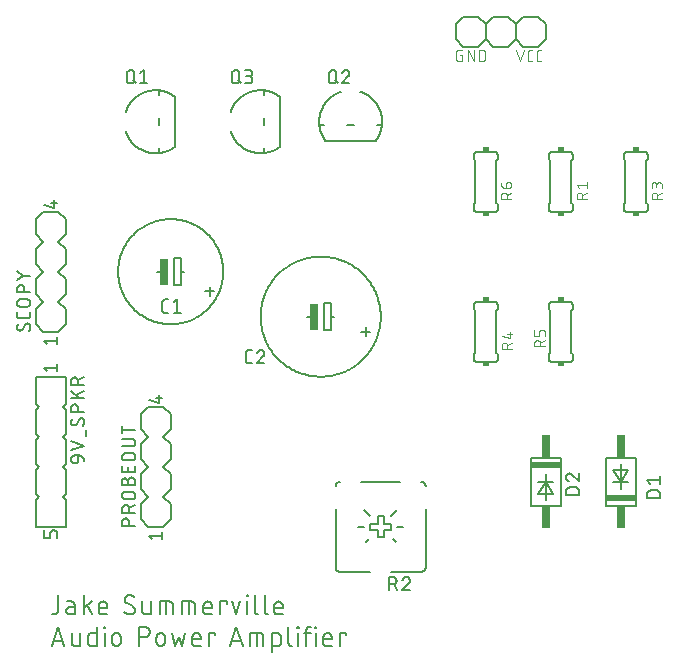
<source format=gbr>
G04 EAGLE Gerber RS-274X export*
G75*
%MOMM*%
%FSLAX34Y34*%
%LPD*%
%INSilkscreen Top*%
%IPPOS*%
%AMOC8*
5,1,8,0,0,1.08239X$1,22.5*%
G01*
%ADD10C,0.152400*%
%ADD11C,0.076200*%
%ADD12C,0.127000*%
%ADD13R,0.635000X2.286000*%
%ADD14R,2.540000X0.508000*%
%ADD15R,0.762000X1.905000*%
%ADD16R,0.508000X0.381000*%
%ADD17C,0.101600*%


D10*
X69681Y69088D02*
X69681Y56444D01*
X69680Y56444D02*
X69678Y56326D01*
X69672Y56208D01*
X69663Y56090D01*
X69649Y55973D01*
X69632Y55856D01*
X69611Y55739D01*
X69586Y55624D01*
X69557Y55509D01*
X69524Y55395D01*
X69488Y55283D01*
X69448Y55172D01*
X69405Y55062D01*
X69358Y54953D01*
X69308Y54846D01*
X69253Y54741D01*
X69196Y54638D01*
X69135Y54537D01*
X69071Y54437D01*
X69004Y54340D01*
X68934Y54245D01*
X68860Y54153D01*
X68784Y54062D01*
X68704Y53975D01*
X68622Y53890D01*
X68537Y53808D01*
X68450Y53728D01*
X68359Y53652D01*
X68267Y53578D01*
X68172Y53508D01*
X68075Y53441D01*
X67975Y53377D01*
X67874Y53316D01*
X67771Y53259D01*
X67666Y53204D01*
X67559Y53154D01*
X67450Y53107D01*
X67340Y53064D01*
X67229Y53024D01*
X67117Y52988D01*
X67003Y52955D01*
X66888Y52926D01*
X66773Y52901D01*
X66656Y52880D01*
X66539Y52863D01*
X66422Y52849D01*
X66304Y52840D01*
X66186Y52834D01*
X66068Y52832D01*
X64262Y52832D01*
X79696Y59154D02*
X83760Y59154D01*
X79696Y59154D02*
X79584Y59152D01*
X79473Y59146D01*
X79362Y59136D01*
X79251Y59123D01*
X79141Y59105D01*
X79032Y59083D01*
X78923Y59058D01*
X78815Y59029D01*
X78709Y58996D01*
X78603Y58959D01*
X78499Y58919D01*
X78397Y58875D01*
X78296Y58827D01*
X78197Y58776D01*
X78099Y58721D01*
X78004Y58663D01*
X77911Y58602D01*
X77820Y58537D01*
X77731Y58469D01*
X77645Y58398D01*
X77562Y58325D01*
X77481Y58248D01*
X77402Y58168D01*
X77327Y58086D01*
X77255Y58001D01*
X77185Y57914D01*
X77119Y57824D01*
X77056Y57732D01*
X76996Y57637D01*
X76940Y57541D01*
X76887Y57443D01*
X76838Y57343D01*
X76792Y57241D01*
X76750Y57138D01*
X76711Y57033D01*
X76676Y56927D01*
X76645Y56820D01*
X76618Y56712D01*
X76594Y56603D01*
X76575Y56493D01*
X76559Y56383D01*
X76547Y56272D01*
X76539Y56160D01*
X76535Y56049D01*
X76535Y55937D01*
X76539Y55826D01*
X76547Y55714D01*
X76559Y55603D01*
X76575Y55493D01*
X76594Y55383D01*
X76618Y55274D01*
X76645Y55166D01*
X76676Y55059D01*
X76711Y54953D01*
X76750Y54848D01*
X76792Y54745D01*
X76838Y54643D01*
X76887Y54543D01*
X76940Y54445D01*
X76996Y54349D01*
X77056Y54254D01*
X77119Y54162D01*
X77185Y54072D01*
X77255Y53985D01*
X77327Y53900D01*
X77402Y53818D01*
X77481Y53738D01*
X77562Y53661D01*
X77645Y53588D01*
X77731Y53517D01*
X77820Y53449D01*
X77911Y53384D01*
X78004Y53323D01*
X78099Y53265D01*
X78197Y53210D01*
X78296Y53159D01*
X78397Y53111D01*
X78499Y53067D01*
X78603Y53027D01*
X78709Y52990D01*
X78815Y52957D01*
X78923Y52928D01*
X79032Y52903D01*
X79141Y52881D01*
X79251Y52863D01*
X79362Y52850D01*
X79473Y52840D01*
X79584Y52834D01*
X79696Y52832D01*
X83760Y52832D01*
X83760Y60960D01*
X83758Y61061D01*
X83752Y61162D01*
X83743Y61263D01*
X83730Y61364D01*
X83713Y61464D01*
X83692Y61563D01*
X83668Y61661D01*
X83640Y61758D01*
X83608Y61855D01*
X83573Y61950D01*
X83534Y62043D01*
X83492Y62135D01*
X83446Y62226D01*
X83397Y62315D01*
X83345Y62401D01*
X83289Y62486D01*
X83231Y62569D01*
X83169Y62649D01*
X83104Y62727D01*
X83037Y62803D01*
X82967Y62876D01*
X82894Y62946D01*
X82818Y63013D01*
X82740Y63078D01*
X82660Y63140D01*
X82577Y63198D01*
X82492Y63254D01*
X82406Y63306D01*
X82317Y63355D01*
X82226Y63401D01*
X82134Y63443D01*
X82041Y63482D01*
X81946Y63517D01*
X81849Y63549D01*
X81752Y63577D01*
X81654Y63601D01*
X81555Y63622D01*
X81455Y63639D01*
X81354Y63652D01*
X81253Y63661D01*
X81152Y63667D01*
X81051Y63669D01*
X77439Y63669D01*
X91367Y69088D02*
X91367Y52832D01*
X91367Y58251D02*
X98592Y63669D01*
X94528Y60508D02*
X98592Y52832D01*
X106933Y52832D02*
X111449Y52832D01*
X106933Y52832D02*
X106832Y52834D01*
X106731Y52840D01*
X106630Y52849D01*
X106529Y52862D01*
X106429Y52879D01*
X106330Y52900D01*
X106232Y52924D01*
X106135Y52952D01*
X106038Y52984D01*
X105943Y53019D01*
X105850Y53058D01*
X105758Y53100D01*
X105667Y53146D01*
X105579Y53195D01*
X105492Y53247D01*
X105407Y53303D01*
X105324Y53361D01*
X105244Y53423D01*
X105166Y53488D01*
X105090Y53555D01*
X105017Y53625D01*
X104947Y53698D01*
X104880Y53774D01*
X104815Y53852D01*
X104753Y53932D01*
X104695Y54015D01*
X104639Y54100D01*
X104587Y54186D01*
X104538Y54275D01*
X104492Y54366D01*
X104450Y54458D01*
X104411Y54551D01*
X104376Y54646D01*
X104344Y54743D01*
X104316Y54840D01*
X104292Y54938D01*
X104271Y55037D01*
X104254Y55137D01*
X104241Y55238D01*
X104232Y55339D01*
X104226Y55440D01*
X104224Y55541D01*
X104224Y60057D01*
X104226Y60176D01*
X104232Y60296D01*
X104242Y60415D01*
X104256Y60533D01*
X104273Y60652D01*
X104295Y60769D01*
X104320Y60886D01*
X104350Y61001D01*
X104383Y61116D01*
X104420Y61230D01*
X104460Y61342D01*
X104505Y61453D01*
X104553Y61562D01*
X104604Y61670D01*
X104659Y61776D01*
X104718Y61880D01*
X104780Y61982D01*
X104845Y62082D01*
X104914Y62180D01*
X104986Y62276D01*
X105061Y62369D01*
X105138Y62459D01*
X105219Y62547D01*
X105303Y62632D01*
X105390Y62714D01*
X105479Y62794D01*
X105571Y62870D01*
X105665Y62944D01*
X105762Y63014D01*
X105860Y63081D01*
X105961Y63145D01*
X106065Y63205D01*
X106170Y63262D01*
X106277Y63315D01*
X106385Y63365D01*
X106495Y63411D01*
X106607Y63453D01*
X106720Y63492D01*
X106834Y63527D01*
X106949Y63558D01*
X107066Y63586D01*
X107183Y63609D01*
X107300Y63629D01*
X107419Y63645D01*
X107538Y63657D01*
X107657Y63665D01*
X107776Y63669D01*
X107896Y63669D01*
X108015Y63665D01*
X108134Y63657D01*
X108253Y63645D01*
X108372Y63629D01*
X108489Y63609D01*
X108606Y63586D01*
X108723Y63558D01*
X108838Y63527D01*
X108952Y63492D01*
X109065Y63453D01*
X109177Y63411D01*
X109287Y63365D01*
X109395Y63315D01*
X109502Y63262D01*
X109607Y63205D01*
X109711Y63145D01*
X109812Y63081D01*
X109910Y63014D01*
X110007Y62944D01*
X110101Y62870D01*
X110193Y62794D01*
X110282Y62714D01*
X110369Y62632D01*
X110453Y62547D01*
X110534Y62459D01*
X110611Y62369D01*
X110686Y62276D01*
X110758Y62180D01*
X110827Y62082D01*
X110892Y61982D01*
X110954Y61880D01*
X111013Y61776D01*
X111068Y61670D01*
X111119Y61562D01*
X111167Y61453D01*
X111212Y61342D01*
X111252Y61230D01*
X111289Y61116D01*
X111322Y61001D01*
X111352Y60886D01*
X111377Y60769D01*
X111399Y60652D01*
X111416Y60533D01*
X111430Y60415D01*
X111440Y60296D01*
X111446Y60176D01*
X111448Y60057D01*
X111449Y60057D02*
X111449Y58251D01*
X104224Y58251D01*
X131144Y52832D02*
X131262Y52834D01*
X131380Y52840D01*
X131498Y52849D01*
X131615Y52863D01*
X131732Y52880D01*
X131849Y52901D01*
X131964Y52926D01*
X132079Y52955D01*
X132193Y52988D01*
X132305Y53024D01*
X132416Y53064D01*
X132526Y53107D01*
X132635Y53154D01*
X132742Y53204D01*
X132847Y53259D01*
X132950Y53316D01*
X133051Y53377D01*
X133151Y53441D01*
X133248Y53508D01*
X133343Y53578D01*
X133435Y53652D01*
X133526Y53728D01*
X133613Y53808D01*
X133698Y53890D01*
X133780Y53975D01*
X133860Y54062D01*
X133936Y54153D01*
X134010Y54245D01*
X134080Y54340D01*
X134147Y54437D01*
X134211Y54537D01*
X134272Y54638D01*
X134329Y54741D01*
X134384Y54846D01*
X134434Y54953D01*
X134481Y55062D01*
X134524Y55172D01*
X134564Y55283D01*
X134600Y55395D01*
X134633Y55509D01*
X134662Y55624D01*
X134687Y55739D01*
X134708Y55856D01*
X134725Y55973D01*
X134739Y56090D01*
X134748Y56208D01*
X134754Y56326D01*
X134756Y56444D01*
X131144Y52832D02*
X130961Y52834D01*
X130779Y52841D01*
X130597Y52852D01*
X130415Y52867D01*
X130233Y52887D01*
X130052Y52910D01*
X129872Y52939D01*
X129692Y52971D01*
X129513Y53008D01*
X129336Y53049D01*
X129159Y53095D01*
X128983Y53144D01*
X128809Y53198D01*
X128635Y53256D01*
X128464Y53318D01*
X128294Y53384D01*
X128125Y53455D01*
X127958Y53529D01*
X127793Y53607D01*
X127630Y53689D01*
X127469Y53775D01*
X127310Y53865D01*
X127153Y53959D01*
X126999Y54056D01*
X126847Y54157D01*
X126697Y54262D01*
X126550Y54370D01*
X126406Y54481D01*
X126264Y54596D01*
X126125Y54715D01*
X125989Y54837D01*
X125856Y54962D01*
X125726Y55090D01*
X126178Y65476D02*
X126180Y65594D01*
X126186Y65712D01*
X126195Y65830D01*
X126209Y65947D01*
X126226Y66064D01*
X126247Y66181D01*
X126272Y66296D01*
X126301Y66411D01*
X126334Y66525D01*
X126370Y66637D01*
X126410Y66748D01*
X126453Y66858D01*
X126500Y66967D01*
X126550Y67074D01*
X126605Y67179D01*
X126662Y67282D01*
X126723Y67383D01*
X126787Y67483D01*
X126854Y67580D01*
X126924Y67675D01*
X126998Y67767D01*
X127074Y67858D01*
X127154Y67945D01*
X127236Y68030D01*
X127321Y68112D01*
X127408Y68192D01*
X127499Y68268D01*
X127591Y68342D01*
X127686Y68412D01*
X127783Y68479D01*
X127883Y68543D01*
X127984Y68604D01*
X128087Y68662D01*
X128192Y68716D01*
X128299Y68766D01*
X128408Y68813D01*
X128518Y68857D01*
X128629Y68896D01*
X128742Y68932D01*
X128855Y68965D01*
X128970Y68994D01*
X129085Y69019D01*
X129202Y69040D01*
X129319Y69057D01*
X129436Y69071D01*
X129554Y69080D01*
X129672Y69086D01*
X129790Y69088D01*
X129789Y69088D02*
X129950Y69086D01*
X130112Y69080D01*
X130273Y69071D01*
X130434Y69057D01*
X130594Y69040D01*
X130754Y69019D01*
X130914Y68994D01*
X131073Y68965D01*
X131231Y68933D01*
X131388Y68897D01*
X131544Y68857D01*
X131700Y68813D01*
X131854Y68765D01*
X132007Y68714D01*
X132159Y68660D01*
X132310Y68601D01*
X132459Y68540D01*
X132606Y68474D01*
X132752Y68405D01*
X132897Y68333D01*
X133039Y68257D01*
X133180Y68178D01*
X133319Y68096D01*
X133455Y68010D01*
X133590Y67921D01*
X133723Y67829D01*
X133853Y67733D01*
X127983Y62315D02*
X127882Y62377D01*
X127782Y62442D01*
X127685Y62511D01*
X127590Y62583D01*
X127497Y62657D01*
X127407Y62735D01*
X127319Y62816D01*
X127234Y62899D01*
X127152Y62985D01*
X127073Y63074D01*
X126996Y63165D01*
X126923Y63259D01*
X126852Y63355D01*
X126785Y63453D01*
X126721Y63553D01*
X126660Y63656D01*
X126603Y63760D01*
X126549Y63866D01*
X126499Y63974D01*
X126452Y64083D01*
X126408Y64194D01*
X126368Y64306D01*
X126332Y64420D01*
X126300Y64534D01*
X126271Y64650D01*
X126246Y64766D01*
X126225Y64883D01*
X126208Y65001D01*
X126194Y65119D01*
X126185Y65238D01*
X126179Y65357D01*
X126177Y65476D01*
X132951Y59605D02*
X133052Y59543D01*
X133152Y59478D01*
X133249Y59409D01*
X133344Y59337D01*
X133437Y59263D01*
X133527Y59185D01*
X133615Y59104D01*
X133700Y59021D01*
X133782Y58935D01*
X133861Y58846D01*
X133938Y58755D01*
X134011Y58661D01*
X134082Y58565D01*
X134149Y58467D01*
X134213Y58367D01*
X134274Y58264D01*
X134331Y58160D01*
X134385Y58054D01*
X134435Y57946D01*
X134482Y57837D01*
X134526Y57726D01*
X134566Y57614D01*
X134602Y57500D01*
X134634Y57386D01*
X134663Y57270D01*
X134688Y57154D01*
X134709Y57037D01*
X134726Y56919D01*
X134740Y56801D01*
X134749Y56682D01*
X134755Y56563D01*
X134757Y56444D01*
X132950Y59605D02*
X127983Y62315D01*
X141218Y63669D02*
X141218Y55541D01*
X141220Y55440D01*
X141226Y55339D01*
X141235Y55238D01*
X141248Y55137D01*
X141265Y55037D01*
X141286Y54938D01*
X141310Y54840D01*
X141338Y54743D01*
X141370Y54646D01*
X141405Y54551D01*
X141444Y54458D01*
X141486Y54366D01*
X141532Y54275D01*
X141581Y54186D01*
X141633Y54100D01*
X141689Y54015D01*
X141747Y53932D01*
X141809Y53852D01*
X141874Y53774D01*
X141941Y53698D01*
X142011Y53625D01*
X142084Y53555D01*
X142160Y53488D01*
X142238Y53423D01*
X142318Y53361D01*
X142401Y53303D01*
X142486Y53247D01*
X142573Y53195D01*
X142661Y53146D01*
X142752Y53100D01*
X142844Y53058D01*
X142937Y53019D01*
X143032Y52984D01*
X143129Y52952D01*
X143226Y52924D01*
X143324Y52900D01*
X143423Y52879D01*
X143523Y52862D01*
X143624Y52849D01*
X143725Y52840D01*
X143826Y52834D01*
X143927Y52832D01*
X148443Y52832D01*
X148443Y63669D01*
X156085Y63669D02*
X156085Y52832D01*
X156085Y63669D02*
X164213Y63669D01*
X164314Y63667D01*
X164415Y63661D01*
X164516Y63652D01*
X164617Y63639D01*
X164717Y63622D01*
X164816Y63601D01*
X164914Y63577D01*
X165011Y63549D01*
X165108Y63517D01*
X165203Y63482D01*
X165296Y63443D01*
X165388Y63401D01*
X165479Y63355D01*
X165568Y63306D01*
X165654Y63254D01*
X165739Y63198D01*
X165822Y63140D01*
X165902Y63078D01*
X165980Y63013D01*
X166056Y62946D01*
X166129Y62876D01*
X166199Y62803D01*
X166266Y62727D01*
X166331Y62649D01*
X166393Y62569D01*
X166451Y62486D01*
X166507Y62401D01*
X166559Y62315D01*
X166608Y62226D01*
X166654Y62135D01*
X166696Y62043D01*
X166735Y61950D01*
X166770Y61855D01*
X166802Y61758D01*
X166830Y61661D01*
X166854Y61563D01*
X166875Y61464D01*
X166892Y61364D01*
X166905Y61263D01*
X166914Y61162D01*
X166920Y61061D01*
X166922Y60960D01*
X166922Y52832D01*
X161504Y52832D02*
X161504Y63669D01*
X174842Y63669D02*
X174842Y52832D01*
X174842Y63669D02*
X182970Y63669D01*
X183071Y63667D01*
X183172Y63661D01*
X183273Y63652D01*
X183374Y63639D01*
X183474Y63622D01*
X183573Y63601D01*
X183671Y63577D01*
X183768Y63549D01*
X183865Y63517D01*
X183960Y63482D01*
X184053Y63443D01*
X184145Y63401D01*
X184236Y63355D01*
X184325Y63306D01*
X184411Y63254D01*
X184496Y63198D01*
X184579Y63140D01*
X184659Y63078D01*
X184737Y63013D01*
X184813Y62946D01*
X184886Y62876D01*
X184956Y62803D01*
X185023Y62727D01*
X185088Y62649D01*
X185150Y62569D01*
X185208Y62486D01*
X185264Y62401D01*
X185316Y62315D01*
X185365Y62226D01*
X185411Y62135D01*
X185453Y62043D01*
X185492Y61950D01*
X185527Y61855D01*
X185559Y61758D01*
X185587Y61661D01*
X185611Y61563D01*
X185632Y61464D01*
X185649Y61364D01*
X185662Y61263D01*
X185671Y61162D01*
X185677Y61061D01*
X185679Y60960D01*
X185680Y60960D02*
X185680Y52832D01*
X180261Y52832D02*
X180261Y63669D01*
X195510Y52832D02*
X200026Y52832D01*
X195510Y52832D02*
X195409Y52834D01*
X195308Y52840D01*
X195207Y52849D01*
X195106Y52862D01*
X195006Y52879D01*
X194907Y52900D01*
X194809Y52924D01*
X194712Y52952D01*
X194615Y52984D01*
X194520Y53019D01*
X194427Y53058D01*
X194335Y53100D01*
X194244Y53146D01*
X194156Y53195D01*
X194069Y53247D01*
X193984Y53303D01*
X193901Y53361D01*
X193821Y53423D01*
X193743Y53488D01*
X193667Y53555D01*
X193594Y53625D01*
X193524Y53698D01*
X193457Y53774D01*
X193392Y53852D01*
X193330Y53932D01*
X193272Y54015D01*
X193216Y54100D01*
X193164Y54186D01*
X193115Y54275D01*
X193069Y54366D01*
X193027Y54458D01*
X192988Y54551D01*
X192953Y54646D01*
X192921Y54743D01*
X192893Y54840D01*
X192869Y54938D01*
X192848Y55037D01*
X192831Y55137D01*
X192818Y55238D01*
X192809Y55339D01*
X192803Y55440D01*
X192801Y55541D01*
X192801Y60057D01*
X192803Y60176D01*
X192809Y60296D01*
X192819Y60415D01*
X192833Y60533D01*
X192850Y60652D01*
X192872Y60769D01*
X192897Y60886D01*
X192927Y61001D01*
X192960Y61116D01*
X192997Y61230D01*
X193037Y61342D01*
X193082Y61453D01*
X193130Y61562D01*
X193181Y61670D01*
X193236Y61776D01*
X193295Y61880D01*
X193357Y61982D01*
X193422Y62082D01*
X193491Y62180D01*
X193563Y62276D01*
X193638Y62369D01*
X193715Y62459D01*
X193796Y62547D01*
X193880Y62632D01*
X193967Y62714D01*
X194056Y62794D01*
X194148Y62870D01*
X194242Y62944D01*
X194339Y63014D01*
X194437Y63081D01*
X194538Y63145D01*
X194642Y63205D01*
X194747Y63262D01*
X194854Y63315D01*
X194962Y63365D01*
X195072Y63411D01*
X195184Y63453D01*
X195297Y63492D01*
X195411Y63527D01*
X195526Y63558D01*
X195643Y63586D01*
X195760Y63609D01*
X195877Y63629D01*
X195996Y63645D01*
X196115Y63657D01*
X196234Y63665D01*
X196353Y63669D01*
X196473Y63669D01*
X196592Y63665D01*
X196711Y63657D01*
X196830Y63645D01*
X196949Y63629D01*
X197066Y63609D01*
X197183Y63586D01*
X197300Y63558D01*
X197415Y63527D01*
X197529Y63492D01*
X197642Y63453D01*
X197754Y63411D01*
X197864Y63365D01*
X197972Y63315D01*
X198079Y63262D01*
X198184Y63205D01*
X198288Y63145D01*
X198389Y63081D01*
X198487Y63014D01*
X198584Y62944D01*
X198678Y62870D01*
X198770Y62794D01*
X198859Y62714D01*
X198946Y62632D01*
X199030Y62547D01*
X199111Y62459D01*
X199188Y62369D01*
X199263Y62276D01*
X199335Y62180D01*
X199404Y62082D01*
X199469Y61982D01*
X199531Y61880D01*
X199590Y61776D01*
X199645Y61670D01*
X199696Y61562D01*
X199744Y61453D01*
X199789Y61342D01*
X199829Y61230D01*
X199866Y61116D01*
X199899Y61001D01*
X199929Y60886D01*
X199954Y60769D01*
X199976Y60652D01*
X199993Y60533D01*
X200007Y60415D01*
X200017Y60296D01*
X200023Y60176D01*
X200025Y60057D01*
X200026Y60057D02*
X200026Y58251D01*
X192801Y58251D01*
X206954Y52832D02*
X206954Y63669D01*
X212373Y63669D01*
X212373Y61863D01*
X216769Y63669D02*
X220381Y52832D01*
X223994Y63669D01*
X229760Y63669D02*
X229760Y52832D01*
X229308Y68185D02*
X229308Y69088D01*
X230211Y69088D01*
X230211Y68185D01*
X229308Y68185D01*
X236284Y69088D02*
X236284Y55541D01*
X236286Y55440D01*
X236292Y55339D01*
X236301Y55238D01*
X236314Y55137D01*
X236331Y55037D01*
X236352Y54938D01*
X236376Y54840D01*
X236404Y54743D01*
X236436Y54646D01*
X236471Y54551D01*
X236510Y54458D01*
X236552Y54366D01*
X236598Y54275D01*
X236647Y54186D01*
X236699Y54100D01*
X236755Y54015D01*
X236813Y53932D01*
X236875Y53852D01*
X236940Y53774D01*
X237007Y53698D01*
X237077Y53625D01*
X237150Y53555D01*
X237226Y53488D01*
X237304Y53423D01*
X237384Y53361D01*
X237467Y53303D01*
X237552Y53247D01*
X237639Y53195D01*
X237727Y53146D01*
X237818Y53100D01*
X237910Y53058D01*
X238003Y53019D01*
X238098Y52984D01*
X238195Y52952D01*
X238292Y52924D01*
X238390Y52900D01*
X238489Y52879D01*
X238589Y52862D01*
X238690Y52849D01*
X238791Y52840D01*
X238892Y52834D01*
X238993Y52832D01*
X244621Y55541D02*
X244621Y69088D01*
X244621Y55541D02*
X244623Y55440D01*
X244629Y55339D01*
X244638Y55238D01*
X244651Y55137D01*
X244668Y55037D01*
X244689Y54938D01*
X244713Y54840D01*
X244741Y54743D01*
X244773Y54646D01*
X244808Y54551D01*
X244847Y54458D01*
X244889Y54366D01*
X244935Y54275D01*
X244984Y54186D01*
X245036Y54100D01*
X245092Y54015D01*
X245150Y53932D01*
X245212Y53852D01*
X245277Y53774D01*
X245344Y53698D01*
X245414Y53625D01*
X245487Y53555D01*
X245563Y53488D01*
X245641Y53423D01*
X245721Y53361D01*
X245804Y53303D01*
X245889Y53247D01*
X245976Y53195D01*
X246064Y53146D01*
X246155Y53100D01*
X246247Y53058D01*
X246340Y53019D01*
X246435Y52984D01*
X246532Y52952D01*
X246629Y52924D01*
X246727Y52900D01*
X246826Y52879D01*
X246926Y52862D01*
X247027Y52849D01*
X247128Y52840D01*
X247229Y52834D01*
X247330Y52832D01*
X255430Y52832D02*
X259945Y52832D01*
X255430Y52832D02*
X255329Y52834D01*
X255228Y52840D01*
X255127Y52849D01*
X255026Y52862D01*
X254926Y52879D01*
X254827Y52900D01*
X254729Y52924D01*
X254632Y52952D01*
X254535Y52984D01*
X254440Y53019D01*
X254347Y53058D01*
X254255Y53100D01*
X254164Y53146D01*
X254076Y53195D01*
X253989Y53247D01*
X253904Y53303D01*
X253821Y53361D01*
X253741Y53423D01*
X253663Y53488D01*
X253587Y53555D01*
X253514Y53625D01*
X253444Y53698D01*
X253377Y53774D01*
X253312Y53852D01*
X253250Y53932D01*
X253192Y54015D01*
X253136Y54100D01*
X253084Y54186D01*
X253035Y54275D01*
X252989Y54366D01*
X252947Y54458D01*
X252908Y54551D01*
X252873Y54646D01*
X252841Y54743D01*
X252813Y54840D01*
X252789Y54938D01*
X252768Y55037D01*
X252751Y55137D01*
X252738Y55238D01*
X252729Y55339D01*
X252723Y55440D01*
X252721Y55541D01*
X252721Y60057D01*
X252723Y60176D01*
X252729Y60296D01*
X252739Y60415D01*
X252753Y60533D01*
X252770Y60652D01*
X252792Y60769D01*
X252817Y60886D01*
X252847Y61001D01*
X252880Y61116D01*
X252917Y61230D01*
X252957Y61342D01*
X253002Y61453D01*
X253050Y61562D01*
X253101Y61670D01*
X253156Y61776D01*
X253215Y61880D01*
X253277Y61982D01*
X253342Y62082D01*
X253411Y62180D01*
X253483Y62276D01*
X253558Y62369D01*
X253635Y62459D01*
X253716Y62547D01*
X253800Y62632D01*
X253887Y62714D01*
X253976Y62794D01*
X254068Y62870D01*
X254162Y62944D01*
X254259Y63014D01*
X254357Y63081D01*
X254458Y63145D01*
X254562Y63205D01*
X254667Y63262D01*
X254774Y63315D01*
X254882Y63365D01*
X254992Y63411D01*
X255104Y63453D01*
X255217Y63492D01*
X255331Y63527D01*
X255446Y63558D01*
X255563Y63586D01*
X255680Y63609D01*
X255797Y63629D01*
X255916Y63645D01*
X256035Y63657D01*
X256154Y63665D01*
X256273Y63669D01*
X256393Y63669D01*
X256512Y63665D01*
X256631Y63657D01*
X256750Y63645D01*
X256869Y63629D01*
X256986Y63609D01*
X257103Y63586D01*
X257220Y63558D01*
X257335Y63527D01*
X257449Y63492D01*
X257562Y63453D01*
X257674Y63411D01*
X257784Y63365D01*
X257892Y63315D01*
X257999Y63262D01*
X258104Y63205D01*
X258208Y63145D01*
X258309Y63081D01*
X258407Y63014D01*
X258504Y62944D01*
X258598Y62870D01*
X258690Y62794D01*
X258779Y62714D01*
X258866Y62632D01*
X258950Y62547D01*
X259031Y62459D01*
X259108Y62369D01*
X259183Y62276D01*
X259255Y62180D01*
X259324Y62082D01*
X259389Y61982D01*
X259451Y61880D01*
X259510Y61776D01*
X259565Y61670D01*
X259616Y61562D01*
X259664Y61453D01*
X259709Y61342D01*
X259749Y61230D01*
X259786Y61116D01*
X259819Y61001D01*
X259849Y60886D01*
X259874Y60769D01*
X259896Y60652D01*
X259913Y60533D01*
X259927Y60415D01*
X259937Y60296D01*
X259943Y60176D01*
X259945Y60057D01*
X259945Y58251D01*
X252721Y58251D01*
X69681Y42418D02*
X64262Y26162D01*
X75099Y26162D02*
X69681Y42418D01*
X73745Y30226D02*
X65617Y30226D01*
X81178Y28871D02*
X81178Y36999D01*
X81179Y28871D02*
X81181Y28770D01*
X81187Y28669D01*
X81196Y28568D01*
X81209Y28467D01*
X81226Y28367D01*
X81247Y28268D01*
X81271Y28170D01*
X81299Y28073D01*
X81331Y27976D01*
X81366Y27881D01*
X81405Y27788D01*
X81447Y27696D01*
X81493Y27605D01*
X81542Y27516D01*
X81594Y27430D01*
X81650Y27345D01*
X81708Y27262D01*
X81770Y27182D01*
X81835Y27104D01*
X81902Y27028D01*
X81972Y26955D01*
X82045Y26885D01*
X82121Y26818D01*
X82199Y26753D01*
X82279Y26691D01*
X82362Y26633D01*
X82447Y26577D01*
X82534Y26525D01*
X82622Y26476D01*
X82713Y26430D01*
X82805Y26388D01*
X82898Y26349D01*
X82993Y26314D01*
X83090Y26282D01*
X83187Y26254D01*
X83285Y26230D01*
X83384Y26209D01*
X83484Y26192D01*
X83585Y26179D01*
X83686Y26170D01*
X83787Y26164D01*
X83888Y26162D01*
X88403Y26162D01*
X88403Y36999D01*
X102398Y42418D02*
X102398Y26162D01*
X97883Y26162D01*
X97782Y26164D01*
X97681Y26170D01*
X97580Y26179D01*
X97479Y26192D01*
X97379Y26209D01*
X97280Y26230D01*
X97182Y26254D01*
X97085Y26282D01*
X96988Y26314D01*
X96893Y26349D01*
X96800Y26388D01*
X96708Y26430D01*
X96617Y26476D01*
X96529Y26525D01*
X96442Y26577D01*
X96357Y26633D01*
X96274Y26691D01*
X96194Y26753D01*
X96116Y26818D01*
X96040Y26885D01*
X95967Y26955D01*
X95897Y27028D01*
X95830Y27104D01*
X95765Y27182D01*
X95703Y27262D01*
X95645Y27345D01*
X95589Y27430D01*
X95537Y27516D01*
X95488Y27605D01*
X95442Y27696D01*
X95400Y27788D01*
X95361Y27881D01*
X95326Y27976D01*
X95294Y28073D01*
X95266Y28170D01*
X95242Y28268D01*
X95221Y28367D01*
X95204Y28467D01*
X95191Y28568D01*
X95182Y28669D01*
X95176Y28770D01*
X95174Y28871D01*
X95173Y28871D02*
X95173Y34290D01*
X95174Y34290D02*
X95176Y34391D01*
X95182Y34492D01*
X95191Y34593D01*
X95204Y34694D01*
X95221Y34794D01*
X95242Y34893D01*
X95266Y34991D01*
X95294Y35088D01*
X95326Y35185D01*
X95361Y35280D01*
X95400Y35373D01*
X95442Y35465D01*
X95488Y35556D01*
X95537Y35645D01*
X95589Y35731D01*
X95645Y35816D01*
X95703Y35899D01*
X95765Y35979D01*
X95830Y36057D01*
X95897Y36133D01*
X95967Y36206D01*
X96040Y36276D01*
X96116Y36343D01*
X96194Y36408D01*
X96274Y36470D01*
X96357Y36528D01*
X96442Y36584D01*
X96529Y36636D01*
X96617Y36685D01*
X96708Y36731D01*
X96800Y36773D01*
X96893Y36812D01*
X96988Y36847D01*
X97085Y36879D01*
X97182Y36907D01*
X97280Y36931D01*
X97379Y36952D01*
X97479Y36969D01*
X97580Y36982D01*
X97681Y36991D01*
X97782Y36997D01*
X97883Y36999D01*
X102398Y36999D01*
X109280Y36999D02*
X109280Y26162D01*
X108828Y41515D02*
X108828Y42418D01*
X109731Y42418D01*
X109731Y41515D01*
X108828Y41515D01*
X115567Y33387D02*
X115567Y29774D01*
X115568Y33387D02*
X115570Y33506D01*
X115576Y33626D01*
X115586Y33745D01*
X115600Y33863D01*
X115617Y33982D01*
X115639Y34099D01*
X115664Y34216D01*
X115694Y34331D01*
X115727Y34446D01*
X115764Y34560D01*
X115804Y34672D01*
X115849Y34783D01*
X115897Y34892D01*
X115948Y35000D01*
X116003Y35106D01*
X116062Y35210D01*
X116124Y35312D01*
X116189Y35412D01*
X116258Y35510D01*
X116330Y35606D01*
X116405Y35699D01*
X116482Y35789D01*
X116563Y35877D01*
X116647Y35962D01*
X116734Y36044D01*
X116823Y36124D01*
X116915Y36200D01*
X117009Y36274D01*
X117106Y36344D01*
X117204Y36411D01*
X117305Y36475D01*
X117409Y36535D01*
X117514Y36592D01*
X117621Y36645D01*
X117729Y36695D01*
X117839Y36741D01*
X117951Y36783D01*
X118064Y36822D01*
X118178Y36857D01*
X118293Y36888D01*
X118410Y36916D01*
X118527Y36939D01*
X118644Y36959D01*
X118763Y36975D01*
X118882Y36987D01*
X119001Y36995D01*
X119120Y36999D01*
X119240Y36999D01*
X119359Y36995D01*
X119478Y36987D01*
X119597Y36975D01*
X119716Y36959D01*
X119833Y36939D01*
X119950Y36916D01*
X120067Y36888D01*
X120182Y36857D01*
X120296Y36822D01*
X120409Y36783D01*
X120521Y36741D01*
X120631Y36695D01*
X120739Y36645D01*
X120846Y36592D01*
X120951Y36535D01*
X121055Y36475D01*
X121156Y36411D01*
X121254Y36344D01*
X121351Y36274D01*
X121445Y36200D01*
X121537Y36124D01*
X121626Y36044D01*
X121713Y35962D01*
X121797Y35877D01*
X121878Y35789D01*
X121955Y35699D01*
X122030Y35606D01*
X122102Y35510D01*
X122171Y35412D01*
X122236Y35312D01*
X122298Y35210D01*
X122357Y35106D01*
X122412Y35000D01*
X122463Y34892D01*
X122511Y34783D01*
X122556Y34672D01*
X122596Y34560D01*
X122633Y34446D01*
X122666Y34331D01*
X122696Y34216D01*
X122721Y34099D01*
X122743Y33982D01*
X122760Y33863D01*
X122774Y33745D01*
X122784Y33626D01*
X122790Y33506D01*
X122792Y33387D01*
X122792Y29774D01*
X122790Y29655D01*
X122784Y29535D01*
X122774Y29416D01*
X122760Y29298D01*
X122743Y29179D01*
X122721Y29062D01*
X122696Y28945D01*
X122666Y28830D01*
X122633Y28715D01*
X122596Y28601D01*
X122556Y28489D01*
X122511Y28378D01*
X122463Y28269D01*
X122412Y28161D01*
X122357Y28055D01*
X122298Y27951D01*
X122236Y27849D01*
X122171Y27749D01*
X122102Y27651D01*
X122030Y27555D01*
X121955Y27462D01*
X121878Y27372D01*
X121797Y27284D01*
X121713Y27199D01*
X121626Y27117D01*
X121537Y27037D01*
X121445Y26961D01*
X121351Y26887D01*
X121254Y26817D01*
X121156Y26750D01*
X121055Y26686D01*
X120951Y26626D01*
X120846Y26569D01*
X120739Y26516D01*
X120631Y26466D01*
X120521Y26420D01*
X120409Y26378D01*
X120296Y26339D01*
X120182Y26304D01*
X120067Y26273D01*
X119950Y26245D01*
X119833Y26222D01*
X119716Y26202D01*
X119597Y26186D01*
X119478Y26174D01*
X119359Y26166D01*
X119240Y26162D01*
X119120Y26162D01*
X119001Y26166D01*
X118882Y26174D01*
X118763Y26186D01*
X118644Y26202D01*
X118527Y26222D01*
X118410Y26245D01*
X118293Y26273D01*
X118178Y26304D01*
X118064Y26339D01*
X117951Y26378D01*
X117839Y26420D01*
X117729Y26466D01*
X117621Y26516D01*
X117514Y26569D01*
X117409Y26626D01*
X117305Y26686D01*
X117204Y26750D01*
X117106Y26817D01*
X117009Y26887D01*
X116915Y26961D01*
X116823Y27037D01*
X116734Y27117D01*
X116647Y27199D01*
X116563Y27284D01*
X116482Y27372D01*
X116405Y27462D01*
X116330Y27555D01*
X116258Y27651D01*
X116189Y27749D01*
X116124Y27849D01*
X116062Y27951D01*
X116003Y28055D01*
X115948Y28161D01*
X115897Y28269D01*
X115849Y28378D01*
X115804Y28489D01*
X115764Y28601D01*
X115727Y28715D01*
X115694Y28830D01*
X115664Y28945D01*
X115639Y29062D01*
X115617Y29179D01*
X115600Y29298D01*
X115586Y29416D01*
X115576Y29535D01*
X115570Y29655D01*
X115568Y29774D01*
X138322Y26162D02*
X138322Y42418D01*
X142837Y42418D01*
X142970Y42416D01*
X143102Y42410D01*
X143234Y42400D01*
X143366Y42387D01*
X143498Y42369D01*
X143628Y42348D01*
X143759Y42323D01*
X143888Y42294D01*
X144016Y42261D01*
X144144Y42225D01*
X144270Y42185D01*
X144395Y42141D01*
X144519Y42093D01*
X144641Y42042D01*
X144762Y41987D01*
X144881Y41929D01*
X144999Y41867D01*
X145114Y41802D01*
X145228Y41733D01*
X145339Y41662D01*
X145448Y41586D01*
X145555Y41508D01*
X145660Y41427D01*
X145762Y41342D01*
X145862Y41255D01*
X145959Y41165D01*
X146054Y41072D01*
X146145Y40976D01*
X146234Y40878D01*
X146320Y40777D01*
X146403Y40673D01*
X146483Y40567D01*
X146559Y40459D01*
X146633Y40349D01*
X146703Y40236D01*
X146770Y40122D01*
X146833Y40005D01*
X146893Y39887D01*
X146950Y39767D01*
X147003Y39645D01*
X147052Y39522D01*
X147098Y39398D01*
X147140Y39272D01*
X147178Y39145D01*
X147213Y39017D01*
X147244Y38888D01*
X147271Y38759D01*
X147294Y38628D01*
X147314Y38497D01*
X147329Y38365D01*
X147341Y38233D01*
X147349Y38101D01*
X147353Y37968D01*
X147353Y37836D01*
X147349Y37703D01*
X147341Y37571D01*
X147329Y37439D01*
X147314Y37307D01*
X147294Y37176D01*
X147271Y37045D01*
X147244Y36916D01*
X147213Y36787D01*
X147178Y36659D01*
X147140Y36532D01*
X147098Y36406D01*
X147052Y36282D01*
X147003Y36159D01*
X146950Y36037D01*
X146893Y35917D01*
X146833Y35799D01*
X146770Y35682D01*
X146703Y35568D01*
X146633Y35455D01*
X146559Y35345D01*
X146483Y35237D01*
X146403Y35131D01*
X146320Y35027D01*
X146234Y34926D01*
X146145Y34828D01*
X146054Y34732D01*
X145959Y34639D01*
X145862Y34549D01*
X145762Y34462D01*
X145660Y34377D01*
X145555Y34296D01*
X145448Y34218D01*
X145339Y34142D01*
X145228Y34071D01*
X145114Y34002D01*
X144999Y33937D01*
X144881Y33875D01*
X144762Y33817D01*
X144641Y33762D01*
X144519Y33711D01*
X144395Y33663D01*
X144270Y33619D01*
X144144Y33579D01*
X144016Y33543D01*
X143888Y33510D01*
X143759Y33481D01*
X143628Y33456D01*
X143498Y33435D01*
X143366Y33417D01*
X143234Y33404D01*
X143102Y33394D01*
X142970Y33388D01*
X142837Y33386D01*
X142837Y33387D02*
X138322Y33387D01*
X153082Y33387D02*
X153082Y29774D01*
X153082Y33387D02*
X153084Y33506D01*
X153090Y33626D01*
X153100Y33745D01*
X153114Y33863D01*
X153131Y33982D01*
X153153Y34099D01*
X153178Y34216D01*
X153208Y34331D01*
X153241Y34446D01*
X153278Y34560D01*
X153318Y34672D01*
X153363Y34783D01*
X153411Y34892D01*
X153462Y35000D01*
X153517Y35106D01*
X153576Y35210D01*
X153638Y35312D01*
X153703Y35412D01*
X153772Y35510D01*
X153844Y35606D01*
X153919Y35699D01*
X153996Y35789D01*
X154077Y35877D01*
X154161Y35962D01*
X154248Y36044D01*
X154337Y36124D01*
X154429Y36200D01*
X154523Y36274D01*
X154620Y36344D01*
X154718Y36411D01*
X154819Y36475D01*
X154923Y36535D01*
X155028Y36592D01*
X155135Y36645D01*
X155243Y36695D01*
X155353Y36741D01*
X155465Y36783D01*
X155578Y36822D01*
X155692Y36857D01*
X155807Y36888D01*
X155924Y36916D01*
X156041Y36939D01*
X156158Y36959D01*
X156277Y36975D01*
X156396Y36987D01*
X156515Y36995D01*
X156634Y36999D01*
X156754Y36999D01*
X156873Y36995D01*
X156992Y36987D01*
X157111Y36975D01*
X157230Y36959D01*
X157347Y36939D01*
X157464Y36916D01*
X157581Y36888D01*
X157696Y36857D01*
X157810Y36822D01*
X157923Y36783D01*
X158035Y36741D01*
X158145Y36695D01*
X158253Y36645D01*
X158360Y36592D01*
X158465Y36535D01*
X158569Y36475D01*
X158670Y36411D01*
X158768Y36344D01*
X158865Y36274D01*
X158959Y36200D01*
X159051Y36124D01*
X159140Y36044D01*
X159227Y35962D01*
X159311Y35877D01*
X159392Y35789D01*
X159469Y35699D01*
X159544Y35606D01*
X159616Y35510D01*
X159685Y35412D01*
X159750Y35312D01*
X159812Y35210D01*
X159871Y35106D01*
X159926Y35000D01*
X159977Y34892D01*
X160025Y34783D01*
X160070Y34672D01*
X160110Y34560D01*
X160147Y34446D01*
X160180Y34331D01*
X160210Y34216D01*
X160235Y34099D01*
X160257Y33982D01*
X160274Y33863D01*
X160288Y33745D01*
X160298Y33626D01*
X160304Y33506D01*
X160306Y33387D01*
X160307Y33387D02*
X160307Y29774D01*
X160306Y29774D02*
X160304Y29655D01*
X160298Y29535D01*
X160288Y29416D01*
X160274Y29298D01*
X160257Y29179D01*
X160235Y29062D01*
X160210Y28945D01*
X160180Y28830D01*
X160147Y28715D01*
X160110Y28601D01*
X160070Y28489D01*
X160025Y28378D01*
X159977Y28269D01*
X159926Y28161D01*
X159871Y28055D01*
X159812Y27951D01*
X159750Y27849D01*
X159685Y27749D01*
X159616Y27651D01*
X159544Y27555D01*
X159469Y27462D01*
X159392Y27372D01*
X159311Y27284D01*
X159227Y27199D01*
X159140Y27117D01*
X159051Y27037D01*
X158959Y26961D01*
X158865Y26887D01*
X158768Y26817D01*
X158670Y26750D01*
X158569Y26686D01*
X158465Y26626D01*
X158360Y26569D01*
X158253Y26516D01*
X158145Y26466D01*
X158035Y26420D01*
X157923Y26378D01*
X157810Y26339D01*
X157696Y26304D01*
X157581Y26273D01*
X157464Y26245D01*
X157347Y26222D01*
X157230Y26202D01*
X157111Y26186D01*
X156992Y26174D01*
X156873Y26166D01*
X156754Y26162D01*
X156634Y26162D01*
X156515Y26166D01*
X156396Y26174D01*
X156277Y26186D01*
X156158Y26202D01*
X156041Y26222D01*
X155924Y26245D01*
X155807Y26273D01*
X155692Y26304D01*
X155578Y26339D01*
X155465Y26378D01*
X155353Y26420D01*
X155243Y26466D01*
X155135Y26516D01*
X155028Y26569D01*
X154923Y26626D01*
X154819Y26686D01*
X154718Y26750D01*
X154620Y26817D01*
X154523Y26887D01*
X154429Y26961D01*
X154337Y27037D01*
X154248Y27117D01*
X154161Y27199D01*
X154077Y27284D01*
X153996Y27372D01*
X153919Y27462D01*
X153844Y27555D01*
X153772Y27651D01*
X153703Y27749D01*
X153638Y27849D01*
X153576Y27951D01*
X153517Y28055D01*
X153462Y28161D01*
X153411Y28269D01*
X153363Y28378D01*
X153318Y28489D01*
X153278Y28601D01*
X153241Y28715D01*
X153208Y28830D01*
X153178Y28945D01*
X153153Y29062D01*
X153131Y29179D01*
X153114Y29298D01*
X153100Y29416D01*
X153090Y29535D01*
X153084Y29655D01*
X153082Y29774D01*
X166386Y36999D02*
X169095Y26162D01*
X171805Y33387D01*
X174514Y26162D01*
X177223Y36999D01*
X186012Y26162D02*
X190527Y26162D01*
X186012Y26162D02*
X185911Y26164D01*
X185810Y26170D01*
X185709Y26179D01*
X185608Y26192D01*
X185508Y26209D01*
X185409Y26230D01*
X185311Y26254D01*
X185214Y26282D01*
X185117Y26314D01*
X185022Y26349D01*
X184929Y26388D01*
X184837Y26430D01*
X184746Y26476D01*
X184658Y26525D01*
X184571Y26577D01*
X184486Y26633D01*
X184403Y26691D01*
X184323Y26753D01*
X184245Y26818D01*
X184169Y26885D01*
X184096Y26955D01*
X184026Y27028D01*
X183959Y27104D01*
X183894Y27182D01*
X183832Y27262D01*
X183774Y27345D01*
X183718Y27430D01*
X183666Y27516D01*
X183617Y27605D01*
X183571Y27696D01*
X183529Y27788D01*
X183490Y27881D01*
X183455Y27976D01*
X183423Y28073D01*
X183395Y28170D01*
X183371Y28268D01*
X183350Y28367D01*
X183333Y28467D01*
X183320Y28568D01*
X183311Y28669D01*
X183305Y28770D01*
X183303Y28871D01*
X183302Y28871D02*
X183302Y33387D01*
X183303Y33387D02*
X183305Y33506D01*
X183311Y33626D01*
X183321Y33745D01*
X183335Y33863D01*
X183352Y33982D01*
X183374Y34099D01*
X183399Y34216D01*
X183429Y34331D01*
X183462Y34446D01*
X183499Y34560D01*
X183539Y34672D01*
X183584Y34783D01*
X183632Y34892D01*
X183683Y35000D01*
X183738Y35106D01*
X183797Y35210D01*
X183859Y35312D01*
X183924Y35412D01*
X183993Y35510D01*
X184065Y35606D01*
X184140Y35699D01*
X184217Y35789D01*
X184298Y35877D01*
X184382Y35962D01*
X184469Y36044D01*
X184558Y36124D01*
X184650Y36200D01*
X184744Y36274D01*
X184841Y36344D01*
X184939Y36411D01*
X185040Y36475D01*
X185144Y36535D01*
X185249Y36592D01*
X185356Y36645D01*
X185464Y36695D01*
X185574Y36741D01*
X185686Y36783D01*
X185799Y36822D01*
X185913Y36857D01*
X186028Y36888D01*
X186145Y36916D01*
X186262Y36939D01*
X186379Y36959D01*
X186498Y36975D01*
X186617Y36987D01*
X186736Y36995D01*
X186855Y36999D01*
X186975Y36999D01*
X187094Y36995D01*
X187213Y36987D01*
X187332Y36975D01*
X187451Y36959D01*
X187568Y36939D01*
X187685Y36916D01*
X187802Y36888D01*
X187917Y36857D01*
X188031Y36822D01*
X188144Y36783D01*
X188256Y36741D01*
X188366Y36695D01*
X188474Y36645D01*
X188581Y36592D01*
X188686Y36535D01*
X188790Y36475D01*
X188891Y36411D01*
X188989Y36344D01*
X189086Y36274D01*
X189180Y36200D01*
X189272Y36124D01*
X189361Y36044D01*
X189448Y35962D01*
X189532Y35877D01*
X189613Y35789D01*
X189690Y35699D01*
X189765Y35606D01*
X189837Y35510D01*
X189906Y35412D01*
X189971Y35312D01*
X190033Y35210D01*
X190092Y35106D01*
X190147Y35000D01*
X190198Y34892D01*
X190246Y34783D01*
X190291Y34672D01*
X190331Y34560D01*
X190368Y34446D01*
X190401Y34331D01*
X190431Y34216D01*
X190456Y34099D01*
X190478Y33982D01*
X190495Y33863D01*
X190509Y33745D01*
X190519Y33626D01*
X190525Y33506D01*
X190527Y33387D01*
X190527Y31581D01*
X183302Y31581D01*
X197455Y26162D02*
X197455Y36999D01*
X202874Y36999D01*
X202874Y35193D01*
X215364Y26162D02*
X220782Y42418D01*
X226201Y26162D01*
X224846Y30226D02*
X216718Y30226D01*
X232558Y26162D02*
X232558Y36999D01*
X240686Y36999D01*
X240787Y36997D01*
X240888Y36991D01*
X240989Y36982D01*
X241090Y36969D01*
X241190Y36952D01*
X241289Y36931D01*
X241387Y36907D01*
X241484Y36879D01*
X241581Y36847D01*
X241676Y36812D01*
X241769Y36773D01*
X241861Y36731D01*
X241952Y36685D01*
X242041Y36636D01*
X242127Y36584D01*
X242212Y36528D01*
X242295Y36470D01*
X242375Y36408D01*
X242453Y36343D01*
X242529Y36276D01*
X242602Y36206D01*
X242672Y36133D01*
X242739Y36057D01*
X242804Y35979D01*
X242866Y35899D01*
X242924Y35816D01*
X242980Y35731D01*
X243032Y35645D01*
X243081Y35556D01*
X243127Y35465D01*
X243169Y35373D01*
X243208Y35280D01*
X243243Y35185D01*
X243275Y35088D01*
X243303Y34991D01*
X243327Y34893D01*
X243348Y34794D01*
X243365Y34694D01*
X243378Y34593D01*
X243387Y34492D01*
X243393Y34391D01*
X243395Y34290D01*
X243395Y26162D01*
X237977Y26162D02*
X237977Y36999D01*
X251111Y36999D02*
X251111Y20743D01*
X251111Y36999D02*
X255627Y36999D01*
X255731Y36997D01*
X255834Y36991D01*
X255938Y36981D01*
X256041Y36967D01*
X256143Y36949D01*
X256244Y36928D01*
X256345Y36902D01*
X256444Y36873D01*
X256543Y36840D01*
X256640Y36803D01*
X256735Y36762D01*
X256829Y36718D01*
X256921Y36670D01*
X257011Y36619D01*
X257100Y36564D01*
X257186Y36506D01*
X257269Y36444D01*
X257351Y36380D01*
X257429Y36312D01*
X257505Y36242D01*
X257579Y36169D01*
X257649Y36092D01*
X257717Y36014D01*
X257781Y35932D01*
X257843Y35849D01*
X257901Y35763D01*
X257956Y35674D01*
X258007Y35584D01*
X258055Y35492D01*
X258099Y35398D01*
X258140Y35303D01*
X258177Y35206D01*
X258210Y35107D01*
X258239Y35008D01*
X258265Y34907D01*
X258286Y34806D01*
X258304Y34704D01*
X258318Y34601D01*
X258328Y34497D01*
X258334Y34394D01*
X258336Y34290D01*
X258336Y28871D01*
X258334Y28770D01*
X258328Y28669D01*
X258319Y28568D01*
X258306Y28467D01*
X258289Y28367D01*
X258268Y28268D01*
X258244Y28170D01*
X258216Y28073D01*
X258184Y27976D01*
X258149Y27881D01*
X258110Y27788D01*
X258068Y27696D01*
X258022Y27605D01*
X257973Y27516D01*
X257921Y27430D01*
X257865Y27345D01*
X257807Y27262D01*
X257745Y27182D01*
X257680Y27104D01*
X257613Y27028D01*
X257543Y26955D01*
X257470Y26885D01*
X257394Y26818D01*
X257316Y26753D01*
X257236Y26691D01*
X257153Y26633D01*
X257068Y26577D01*
X256982Y26525D01*
X256893Y26476D01*
X256802Y26430D01*
X256710Y26388D01*
X256617Y26349D01*
X256522Y26314D01*
X256425Y26282D01*
X256328Y26254D01*
X256230Y26230D01*
X256131Y26209D01*
X256031Y26192D01*
X255930Y26179D01*
X255829Y26170D01*
X255728Y26164D01*
X255627Y26162D01*
X251111Y26162D01*
X264822Y28871D02*
X264822Y42418D01*
X264822Y28871D02*
X264824Y28770D01*
X264830Y28669D01*
X264839Y28568D01*
X264852Y28467D01*
X264869Y28367D01*
X264890Y28268D01*
X264914Y28170D01*
X264942Y28073D01*
X264974Y27976D01*
X265009Y27881D01*
X265048Y27788D01*
X265090Y27696D01*
X265136Y27605D01*
X265185Y27516D01*
X265237Y27430D01*
X265293Y27345D01*
X265351Y27262D01*
X265413Y27182D01*
X265478Y27104D01*
X265545Y27028D01*
X265615Y26955D01*
X265688Y26885D01*
X265764Y26818D01*
X265842Y26753D01*
X265922Y26691D01*
X266005Y26633D01*
X266090Y26577D01*
X266177Y26525D01*
X266265Y26476D01*
X266356Y26430D01*
X266448Y26388D01*
X266541Y26349D01*
X266636Y26314D01*
X266733Y26282D01*
X266830Y26254D01*
X266928Y26230D01*
X267027Y26209D01*
X267127Y26192D01*
X267228Y26179D01*
X267329Y26170D01*
X267430Y26164D01*
X267531Y26162D01*
X272887Y26162D02*
X272887Y36999D01*
X272435Y41515D02*
X272435Y42418D01*
X273338Y42418D01*
X273338Y41515D01*
X272435Y41515D01*
X280062Y39709D02*
X280062Y26162D01*
X280062Y39709D02*
X280064Y39813D01*
X280070Y39916D01*
X280080Y40020D01*
X280094Y40123D01*
X280112Y40225D01*
X280133Y40326D01*
X280159Y40427D01*
X280188Y40526D01*
X280221Y40625D01*
X280258Y40722D01*
X280299Y40817D01*
X280343Y40911D01*
X280391Y41003D01*
X280442Y41093D01*
X280497Y41182D01*
X280555Y41268D01*
X280617Y41351D01*
X280681Y41433D01*
X280749Y41511D01*
X280819Y41587D01*
X280892Y41661D01*
X280969Y41731D01*
X281047Y41799D01*
X281129Y41863D01*
X281212Y41925D01*
X281298Y41983D01*
X281387Y42038D01*
X281477Y42089D01*
X281569Y42137D01*
X281663Y42181D01*
X281758Y42222D01*
X281855Y42259D01*
X281954Y42292D01*
X282053Y42321D01*
X282154Y42347D01*
X282255Y42368D01*
X282357Y42386D01*
X282460Y42400D01*
X282564Y42410D01*
X282667Y42416D01*
X282771Y42418D01*
X283674Y42418D01*
X283674Y36999D02*
X278255Y36999D01*
X287997Y36999D02*
X287997Y26162D01*
X287545Y41515D02*
X287545Y42418D01*
X288448Y42418D01*
X288448Y41515D01*
X287545Y41515D01*
X296993Y26162D02*
X301509Y26162D01*
X296993Y26162D02*
X296892Y26164D01*
X296791Y26170D01*
X296690Y26179D01*
X296589Y26192D01*
X296489Y26209D01*
X296390Y26230D01*
X296292Y26254D01*
X296195Y26282D01*
X296098Y26314D01*
X296003Y26349D01*
X295910Y26388D01*
X295818Y26430D01*
X295727Y26476D01*
X295639Y26525D01*
X295552Y26577D01*
X295467Y26633D01*
X295384Y26691D01*
X295304Y26753D01*
X295226Y26818D01*
X295150Y26885D01*
X295077Y26955D01*
X295007Y27028D01*
X294940Y27104D01*
X294875Y27182D01*
X294813Y27262D01*
X294755Y27345D01*
X294699Y27430D01*
X294647Y27516D01*
X294598Y27605D01*
X294552Y27696D01*
X294510Y27788D01*
X294471Y27881D01*
X294436Y27976D01*
X294404Y28073D01*
X294376Y28170D01*
X294352Y28268D01*
X294331Y28367D01*
X294314Y28467D01*
X294301Y28568D01*
X294292Y28669D01*
X294286Y28770D01*
X294284Y28871D01*
X294284Y33387D01*
X294286Y33506D01*
X294292Y33626D01*
X294302Y33745D01*
X294316Y33863D01*
X294333Y33982D01*
X294355Y34099D01*
X294380Y34216D01*
X294410Y34331D01*
X294443Y34446D01*
X294480Y34560D01*
X294520Y34672D01*
X294565Y34783D01*
X294613Y34892D01*
X294664Y35000D01*
X294719Y35106D01*
X294778Y35210D01*
X294840Y35312D01*
X294905Y35412D01*
X294974Y35510D01*
X295046Y35606D01*
X295121Y35699D01*
X295198Y35789D01*
X295279Y35877D01*
X295363Y35962D01*
X295450Y36044D01*
X295539Y36124D01*
X295631Y36200D01*
X295725Y36274D01*
X295822Y36344D01*
X295920Y36411D01*
X296021Y36475D01*
X296125Y36535D01*
X296230Y36592D01*
X296337Y36645D01*
X296445Y36695D01*
X296555Y36741D01*
X296667Y36783D01*
X296780Y36822D01*
X296894Y36857D01*
X297009Y36888D01*
X297126Y36916D01*
X297243Y36939D01*
X297360Y36959D01*
X297479Y36975D01*
X297598Y36987D01*
X297717Y36995D01*
X297836Y36999D01*
X297956Y36999D01*
X298075Y36995D01*
X298194Y36987D01*
X298313Y36975D01*
X298432Y36959D01*
X298549Y36939D01*
X298666Y36916D01*
X298783Y36888D01*
X298898Y36857D01*
X299012Y36822D01*
X299125Y36783D01*
X299237Y36741D01*
X299347Y36695D01*
X299455Y36645D01*
X299562Y36592D01*
X299667Y36535D01*
X299771Y36475D01*
X299872Y36411D01*
X299970Y36344D01*
X300067Y36274D01*
X300161Y36200D01*
X300253Y36124D01*
X300342Y36044D01*
X300429Y35962D01*
X300513Y35877D01*
X300594Y35789D01*
X300671Y35699D01*
X300746Y35606D01*
X300818Y35510D01*
X300887Y35412D01*
X300952Y35312D01*
X301014Y35210D01*
X301073Y35106D01*
X301128Y35000D01*
X301179Y34892D01*
X301227Y34783D01*
X301272Y34672D01*
X301312Y34560D01*
X301349Y34446D01*
X301382Y34331D01*
X301412Y34216D01*
X301437Y34099D01*
X301459Y33982D01*
X301476Y33863D01*
X301490Y33745D01*
X301500Y33626D01*
X301506Y33506D01*
X301508Y33387D01*
X301509Y33387D02*
X301509Y31581D01*
X294284Y31581D01*
X308437Y26162D02*
X308437Y36999D01*
X313856Y36999D01*
X313856Y35193D01*
D11*
X410436Y526302D02*
X412002Y526302D01*
X412002Y521081D01*
X408869Y521081D01*
X408780Y521083D01*
X408692Y521089D01*
X408604Y521098D01*
X408516Y521111D01*
X408429Y521128D01*
X408343Y521148D01*
X408258Y521173D01*
X408173Y521200D01*
X408090Y521232D01*
X408009Y521266D01*
X407929Y521305D01*
X407851Y521346D01*
X407774Y521391D01*
X407700Y521439D01*
X407627Y521490D01*
X407557Y521544D01*
X407490Y521602D01*
X407424Y521662D01*
X407362Y521724D01*
X407302Y521790D01*
X407244Y521857D01*
X407190Y521927D01*
X407139Y522000D01*
X407091Y522074D01*
X407046Y522151D01*
X407005Y522229D01*
X406966Y522309D01*
X406932Y522390D01*
X406900Y522473D01*
X406873Y522558D01*
X406848Y522643D01*
X406828Y522729D01*
X406811Y522816D01*
X406798Y522904D01*
X406789Y522992D01*
X406783Y523080D01*
X406781Y523169D01*
X406781Y528391D01*
X406783Y528482D01*
X406789Y528573D01*
X406799Y528664D01*
X406813Y528754D01*
X406830Y528843D01*
X406852Y528931D01*
X406878Y529019D01*
X406907Y529105D01*
X406940Y529190D01*
X406977Y529273D01*
X407017Y529355D01*
X407061Y529435D01*
X407108Y529513D01*
X407159Y529589D01*
X407212Y529662D01*
X407269Y529733D01*
X407330Y529802D01*
X407393Y529867D01*
X407458Y529930D01*
X407527Y529990D01*
X407598Y530048D01*
X407671Y530101D01*
X407747Y530152D01*
X407825Y530199D01*
X407905Y530243D01*
X407987Y530283D01*
X408070Y530320D01*
X408155Y530353D01*
X408241Y530382D01*
X408329Y530408D01*
X408417Y530430D01*
X408506Y530447D01*
X408596Y530461D01*
X408687Y530471D01*
X408778Y530477D01*
X408869Y530479D01*
X412002Y530479D01*
X416535Y530479D02*
X416535Y521081D01*
X421756Y521081D02*
X416535Y530479D01*
X421756Y530479D02*
X421756Y521081D01*
X426288Y521081D02*
X426288Y530479D01*
X428899Y530479D01*
X428999Y530477D01*
X429099Y530471D01*
X429198Y530462D01*
X429298Y530448D01*
X429396Y530431D01*
X429494Y530410D01*
X429591Y530386D01*
X429687Y530357D01*
X429782Y530325D01*
X429875Y530290D01*
X429967Y530251D01*
X430058Y530208D01*
X430146Y530162D01*
X430233Y530112D01*
X430318Y530060D01*
X430401Y530004D01*
X430482Y529945D01*
X430560Y529882D01*
X430636Y529817D01*
X430710Y529749D01*
X430780Y529679D01*
X430848Y529605D01*
X430913Y529529D01*
X430976Y529451D01*
X431035Y529370D01*
X431091Y529287D01*
X431143Y529202D01*
X431193Y529115D01*
X431239Y529027D01*
X431282Y528936D01*
X431321Y528844D01*
X431356Y528751D01*
X431388Y528656D01*
X431417Y528560D01*
X431441Y528463D01*
X431462Y528365D01*
X431479Y528267D01*
X431493Y528167D01*
X431502Y528068D01*
X431508Y527968D01*
X431510Y527868D01*
X431509Y527868D02*
X431509Y523692D01*
X431510Y523692D02*
X431508Y523592D01*
X431502Y523492D01*
X431493Y523393D01*
X431479Y523293D01*
X431462Y523195D01*
X431441Y523097D01*
X431417Y523000D01*
X431388Y522904D01*
X431356Y522809D01*
X431321Y522716D01*
X431282Y522624D01*
X431239Y522533D01*
X431193Y522445D01*
X431143Y522358D01*
X431091Y522273D01*
X431035Y522190D01*
X430976Y522109D01*
X430913Y522031D01*
X430848Y521955D01*
X430780Y521881D01*
X430710Y521811D01*
X430636Y521743D01*
X430560Y521678D01*
X430482Y521615D01*
X430401Y521556D01*
X430318Y521500D01*
X430233Y521448D01*
X430146Y521398D01*
X430058Y521352D01*
X429967Y521309D01*
X429875Y521270D01*
X429782Y521235D01*
X429687Y521203D01*
X429591Y521174D01*
X429494Y521150D01*
X429396Y521129D01*
X429298Y521112D01*
X429198Y521098D01*
X429099Y521089D01*
X428999Y521083D01*
X428899Y521081D01*
X426288Y521081D01*
X457581Y530479D02*
X460714Y521081D01*
X463846Y530479D01*
X469310Y521081D02*
X471398Y521081D01*
X469310Y521081D02*
X469221Y521083D01*
X469133Y521089D01*
X469045Y521098D01*
X468957Y521111D01*
X468870Y521128D01*
X468784Y521148D01*
X468699Y521173D01*
X468614Y521200D01*
X468531Y521232D01*
X468450Y521266D01*
X468370Y521305D01*
X468292Y521346D01*
X468215Y521391D01*
X468141Y521439D01*
X468068Y521490D01*
X467998Y521544D01*
X467931Y521602D01*
X467865Y521662D01*
X467803Y521724D01*
X467743Y521790D01*
X467685Y521857D01*
X467631Y521927D01*
X467580Y522000D01*
X467532Y522074D01*
X467487Y522151D01*
X467446Y522229D01*
X467407Y522309D01*
X467373Y522390D01*
X467341Y522473D01*
X467314Y522558D01*
X467289Y522643D01*
X467269Y522729D01*
X467252Y522816D01*
X467239Y522904D01*
X467230Y522992D01*
X467224Y523080D01*
X467222Y523169D01*
X467221Y523169D02*
X467221Y528391D01*
X467222Y528391D02*
X467224Y528482D01*
X467230Y528573D01*
X467240Y528664D01*
X467254Y528754D01*
X467271Y528843D01*
X467293Y528931D01*
X467319Y529019D01*
X467348Y529105D01*
X467381Y529190D01*
X467418Y529273D01*
X467458Y529355D01*
X467502Y529435D01*
X467549Y529513D01*
X467600Y529589D01*
X467653Y529662D01*
X467710Y529733D01*
X467771Y529802D01*
X467834Y529867D01*
X467899Y529930D01*
X467968Y529990D01*
X468039Y530048D01*
X468112Y530101D01*
X468188Y530152D01*
X468266Y530199D01*
X468346Y530243D01*
X468428Y530283D01*
X468511Y530320D01*
X468596Y530353D01*
X468682Y530382D01*
X468770Y530408D01*
X468858Y530430D01*
X468947Y530447D01*
X469037Y530461D01*
X469128Y530471D01*
X469219Y530477D01*
X469310Y530479D01*
X471398Y530479D01*
X476930Y521081D02*
X479018Y521081D01*
X476930Y521081D02*
X476841Y521083D01*
X476753Y521089D01*
X476665Y521098D01*
X476577Y521111D01*
X476490Y521128D01*
X476404Y521148D01*
X476319Y521173D01*
X476234Y521200D01*
X476151Y521232D01*
X476070Y521266D01*
X475990Y521305D01*
X475912Y521346D01*
X475835Y521391D01*
X475761Y521439D01*
X475688Y521490D01*
X475618Y521544D01*
X475551Y521602D01*
X475485Y521662D01*
X475423Y521724D01*
X475363Y521790D01*
X475305Y521857D01*
X475251Y521927D01*
X475200Y522000D01*
X475152Y522074D01*
X475107Y522151D01*
X475066Y522229D01*
X475027Y522309D01*
X474993Y522390D01*
X474961Y522473D01*
X474934Y522558D01*
X474909Y522643D01*
X474889Y522729D01*
X474872Y522816D01*
X474859Y522904D01*
X474850Y522992D01*
X474844Y523080D01*
X474842Y523169D01*
X474841Y523169D02*
X474841Y528391D01*
X474842Y528391D02*
X474844Y528482D01*
X474850Y528573D01*
X474860Y528664D01*
X474874Y528754D01*
X474891Y528843D01*
X474913Y528931D01*
X474939Y529019D01*
X474968Y529105D01*
X475001Y529190D01*
X475038Y529273D01*
X475078Y529355D01*
X475122Y529435D01*
X475169Y529513D01*
X475220Y529589D01*
X475273Y529662D01*
X475330Y529733D01*
X475391Y529802D01*
X475454Y529867D01*
X475519Y529930D01*
X475588Y529990D01*
X475659Y530048D01*
X475732Y530101D01*
X475808Y530152D01*
X475886Y530199D01*
X475966Y530243D01*
X476048Y530283D01*
X476131Y530320D01*
X476216Y530353D01*
X476302Y530382D01*
X476390Y530408D01*
X476478Y530430D01*
X476567Y530447D01*
X476657Y530461D01*
X476748Y530471D01*
X476839Y530477D01*
X476930Y530479D01*
X479018Y530479D01*
D10*
X76200Y254000D02*
X50800Y254000D01*
X50800Y231140D01*
X53340Y228600D01*
X50800Y226060D01*
X50800Y205740D01*
X53340Y203200D01*
X50800Y200660D01*
X50800Y180340D01*
X53340Y177800D01*
X50800Y175260D01*
X50800Y154940D01*
X53340Y152400D01*
X50800Y149860D01*
X50800Y127000D01*
X76200Y127000D01*
X76200Y149860D01*
X73660Y152400D01*
X76200Y154940D01*
X76200Y175260D01*
X73660Y177800D01*
X76200Y180340D01*
X76200Y200660D01*
X73660Y203200D01*
X76200Y205740D01*
X76200Y226060D01*
X73660Y228600D01*
X76200Y231140D01*
X76200Y254000D01*
D12*
X60325Y258445D02*
X57785Y261620D01*
X69215Y261620D01*
X69215Y258445D02*
X69215Y264795D01*
X69215Y121285D02*
X69215Y117475D01*
X69215Y121285D02*
X69213Y121385D01*
X69207Y121484D01*
X69197Y121584D01*
X69184Y121682D01*
X69166Y121781D01*
X69145Y121878D01*
X69120Y121974D01*
X69091Y122070D01*
X69058Y122164D01*
X69022Y122257D01*
X68982Y122348D01*
X68938Y122438D01*
X68891Y122526D01*
X68841Y122612D01*
X68787Y122696D01*
X68730Y122778D01*
X68670Y122857D01*
X68606Y122935D01*
X68540Y123009D01*
X68471Y123081D01*
X68399Y123150D01*
X68325Y123216D01*
X68247Y123280D01*
X68168Y123340D01*
X68086Y123397D01*
X68002Y123451D01*
X67916Y123501D01*
X67828Y123548D01*
X67738Y123592D01*
X67647Y123632D01*
X67554Y123668D01*
X67460Y123701D01*
X67364Y123730D01*
X67268Y123755D01*
X67171Y123776D01*
X67072Y123794D01*
X66974Y123807D01*
X66874Y123817D01*
X66775Y123823D01*
X66675Y123825D01*
X65405Y123825D01*
X65305Y123823D01*
X65206Y123817D01*
X65106Y123807D01*
X65008Y123794D01*
X64909Y123776D01*
X64812Y123755D01*
X64716Y123730D01*
X64620Y123701D01*
X64526Y123668D01*
X64433Y123632D01*
X64342Y123592D01*
X64252Y123548D01*
X64164Y123501D01*
X64078Y123451D01*
X63994Y123397D01*
X63912Y123340D01*
X63833Y123280D01*
X63755Y123216D01*
X63681Y123150D01*
X63609Y123081D01*
X63540Y123009D01*
X63474Y122935D01*
X63410Y122857D01*
X63350Y122778D01*
X63293Y122696D01*
X63239Y122612D01*
X63189Y122526D01*
X63142Y122438D01*
X63098Y122348D01*
X63058Y122257D01*
X63022Y122164D01*
X62989Y122070D01*
X62960Y121974D01*
X62935Y121878D01*
X62914Y121781D01*
X62896Y121682D01*
X62883Y121584D01*
X62873Y121484D01*
X62867Y121385D01*
X62865Y121285D01*
X62865Y117475D01*
X57785Y117475D01*
X57785Y123825D01*
X86995Y183559D02*
X86995Y187369D01*
X86995Y183559D02*
X86993Y183459D01*
X86987Y183360D01*
X86977Y183260D01*
X86964Y183162D01*
X86946Y183063D01*
X86925Y182966D01*
X86900Y182870D01*
X86871Y182774D01*
X86838Y182680D01*
X86802Y182587D01*
X86762Y182496D01*
X86718Y182406D01*
X86671Y182318D01*
X86621Y182232D01*
X86567Y182148D01*
X86510Y182066D01*
X86450Y181987D01*
X86386Y181909D01*
X86320Y181835D01*
X86251Y181763D01*
X86179Y181694D01*
X86105Y181628D01*
X86027Y181564D01*
X85948Y181504D01*
X85866Y181447D01*
X85782Y181393D01*
X85696Y181343D01*
X85608Y181296D01*
X85518Y181252D01*
X85427Y181212D01*
X85334Y181176D01*
X85240Y181143D01*
X85144Y181114D01*
X85048Y181089D01*
X84951Y181068D01*
X84852Y181050D01*
X84754Y181037D01*
X84654Y181027D01*
X84555Y181021D01*
X84455Y181019D01*
X83820Y181019D01*
X83709Y181021D01*
X83599Y181027D01*
X83488Y181036D01*
X83378Y181050D01*
X83269Y181067D01*
X83160Y181088D01*
X83052Y181113D01*
X82945Y181142D01*
X82839Y181174D01*
X82734Y181210D01*
X82631Y181250D01*
X82529Y181293D01*
X82428Y181340D01*
X82329Y181391D01*
X82233Y181444D01*
X82138Y181501D01*
X82045Y181562D01*
X81954Y181625D01*
X81865Y181692D01*
X81779Y181762D01*
X81696Y181835D01*
X81614Y181910D01*
X81536Y181988D01*
X81461Y182070D01*
X81388Y182153D01*
X81318Y182239D01*
X81251Y182328D01*
X81188Y182419D01*
X81127Y182512D01*
X81070Y182607D01*
X81017Y182703D01*
X80966Y182802D01*
X80919Y182903D01*
X80876Y183005D01*
X80836Y183108D01*
X80800Y183213D01*
X80768Y183319D01*
X80739Y183426D01*
X80714Y183534D01*
X80693Y183643D01*
X80676Y183752D01*
X80662Y183862D01*
X80653Y183973D01*
X80647Y184083D01*
X80645Y184194D01*
X80647Y184305D01*
X80653Y184415D01*
X80662Y184526D01*
X80676Y184636D01*
X80693Y184745D01*
X80714Y184854D01*
X80739Y184962D01*
X80768Y185069D01*
X80800Y185175D01*
X80836Y185280D01*
X80876Y185383D01*
X80919Y185485D01*
X80966Y185586D01*
X81017Y185685D01*
X81070Y185782D01*
X81127Y185876D01*
X81188Y185969D01*
X81251Y186060D01*
X81318Y186149D01*
X81388Y186235D01*
X81461Y186318D01*
X81536Y186400D01*
X81614Y186478D01*
X81696Y186553D01*
X81779Y186626D01*
X81865Y186696D01*
X81954Y186763D01*
X82045Y186826D01*
X82138Y186887D01*
X82233Y186944D01*
X82329Y186997D01*
X82428Y187048D01*
X82529Y187095D01*
X82631Y187138D01*
X82734Y187178D01*
X82839Y187214D01*
X82945Y187246D01*
X83052Y187275D01*
X83160Y187300D01*
X83269Y187321D01*
X83378Y187338D01*
X83488Y187352D01*
X83599Y187361D01*
X83709Y187367D01*
X83820Y187369D01*
X86995Y187369D01*
X87135Y187367D01*
X87275Y187361D01*
X87415Y187352D01*
X87554Y187338D01*
X87693Y187321D01*
X87831Y187300D01*
X87969Y187275D01*
X88106Y187246D01*
X88242Y187214D01*
X88377Y187177D01*
X88511Y187137D01*
X88644Y187094D01*
X88776Y187046D01*
X88907Y186996D01*
X89036Y186941D01*
X89163Y186883D01*
X89289Y186822D01*
X89413Y186757D01*
X89535Y186688D01*
X89655Y186617D01*
X89773Y186542D01*
X89890Y186464D01*
X90004Y186382D01*
X90115Y186298D01*
X90224Y186210D01*
X90331Y186120D01*
X90436Y186026D01*
X90537Y185930D01*
X90636Y185831D01*
X90732Y185730D01*
X90826Y185625D01*
X90916Y185518D01*
X91004Y185409D01*
X91088Y185298D01*
X91170Y185184D01*
X91248Y185067D01*
X91323Y184949D01*
X91394Y184829D01*
X91463Y184707D01*
X91528Y184583D01*
X91589Y184457D01*
X91647Y184330D01*
X91702Y184201D01*
X91752Y184070D01*
X91800Y183938D01*
X91843Y183805D01*
X91883Y183671D01*
X91920Y183536D01*
X91952Y183400D01*
X91981Y183263D01*
X92006Y183125D01*
X92027Y182987D01*
X92044Y182848D01*
X92058Y182709D01*
X92067Y182569D01*
X92073Y182429D01*
X92075Y182289D01*
X92075Y195624D02*
X80645Y191814D01*
X80645Y199434D02*
X92075Y195624D01*
X93345Y203371D02*
X93345Y208451D01*
X92075Y216452D02*
X92073Y216552D01*
X92067Y216651D01*
X92057Y216751D01*
X92044Y216849D01*
X92026Y216948D01*
X92005Y217045D01*
X91980Y217141D01*
X91951Y217237D01*
X91918Y217331D01*
X91882Y217424D01*
X91842Y217515D01*
X91798Y217605D01*
X91751Y217693D01*
X91701Y217779D01*
X91647Y217863D01*
X91590Y217945D01*
X91530Y218024D01*
X91466Y218102D01*
X91400Y218176D01*
X91331Y218248D01*
X91259Y218317D01*
X91185Y218383D01*
X91107Y218447D01*
X91028Y218507D01*
X90946Y218564D01*
X90862Y218618D01*
X90776Y218668D01*
X90688Y218715D01*
X90598Y218759D01*
X90507Y218799D01*
X90414Y218835D01*
X90320Y218868D01*
X90224Y218897D01*
X90128Y218922D01*
X90031Y218943D01*
X89932Y218961D01*
X89834Y218974D01*
X89734Y218984D01*
X89635Y218990D01*
X89535Y218992D01*
X92075Y216452D02*
X92073Y216311D01*
X92068Y216170D01*
X92058Y216029D01*
X92045Y215888D01*
X92029Y215748D01*
X92008Y215608D01*
X91984Y215469D01*
X91956Y215330D01*
X91925Y215193D01*
X91890Y215056D01*
X91852Y214920D01*
X91810Y214785D01*
X91764Y214652D01*
X91715Y214519D01*
X91662Y214388D01*
X91606Y214259D01*
X91547Y214130D01*
X91484Y214004D01*
X91418Y213879D01*
X91349Y213756D01*
X91276Y213635D01*
X91200Y213516D01*
X91121Y213398D01*
X91040Y213283D01*
X90955Y213171D01*
X90867Y213060D01*
X90776Y212952D01*
X90683Y212846D01*
X90586Y212743D01*
X90487Y212642D01*
X83185Y212960D02*
X83085Y212962D01*
X82986Y212968D01*
X82886Y212978D01*
X82788Y212991D01*
X82689Y213009D01*
X82592Y213030D01*
X82496Y213055D01*
X82400Y213084D01*
X82306Y213117D01*
X82213Y213153D01*
X82122Y213193D01*
X82032Y213237D01*
X81944Y213284D01*
X81858Y213334D01*
X81774Y213388D01*
X81692Y213445D01*
X81613Y213505D01*
X81535Y213569D01*
X81461Y213635D01*
X81389Y213704D01*
X81320Y213776D01*
X81254Y213850D01*
X81190Y213928D01*
X81130Y214007D01*
X81073Y214089D01*
X81019Y214173D01*
X80969Y214259D01*
X80922Y214347D01*
X80878Y214437D01*
X80838Y214528D01*
X80802Y214621D01*
X80769Y214715D01*
X80740Y214811D01*
X80715Y214907D01*
X80694Y215004D01*
X80676Y215103D01*
X80663Y215201D01*
X80653Y215301D01*
X80647Y215400D01*
X80645Y215500D01*
X80647Y215633D01*
X80652Y215766D01*
X80662Y215899D01*
X80675Y216032D01*
X80692Y216164D01*
X80712Y216296D01*
X80736Y216427D01*
X80764Y216557D01*
X80795Y216687D01*
X80830Y216815D01*
X80869Y216943D01*
X80911Y217069D01*
X80957Y217194D01*
X81006Y217318D01*
X81058Y217441D01*
X81114Y217562D01*
X81174Y217681D01*
X81236Y217799D01*
X81302Y217914D01*
X81371Y218028D01*
X81444Y218140D01*
X81519Y218250D01*
X81598Y218358D01*
X85408Y214229D02*
X85356Y214145D01*
X85301Y214062D01*
X85242Y213982D01*
X85181Y213904D01*
X85117Y213829D01*
X85049Y213756D01*
X84979Y213685D01*
X84907Y213618D01*
X84832Y213553D01*
X84754Y213491D01*
X84674Y213432D01*
X84592Y213376D01*
X84508Y213324D01*
X84422Y213275D01*
X84334Y213229D01*
X84244Y213186D01*
X84153Y213147D01*
X84060Y213112D01*
X83966Y213080D01*
X83871Y213052D01*
X83775Y213027D01*
X83678Y213007D01*
X83580Y212989D01*
X83482Y212976D01*
X83383Y212967D01*
X83284Y212961D01*
X83185Y212959D01*
X87312Y217723D02*
X87364Y217807D01*
X87419Y217890D01*
X87478Y217970D01*
X87539Y218048D01*
X87603Y218123D01*
X87671Y218196D01*
X87741Y218267D01*
X87813Y218334D01*
X87888Y218399D01*
X87966Y218461D01*
X88046Y218520D01*
X88128Y218576D01*
X88212Y218628D01*
X88298Y218677D01*
X88386Y218723D01*
X88476Y218766D01*
X88567Y218805D01*
X88660Y218840D01*
X88754Y218872D01*
X88849Y218900D01*
X88945Y218925D01*
X89042Y218945D01*
X89140Y218963D01*
X89238Y218976D01*
X89337Y218985D01*
X89436Y218991D01*
X89535Y218993D01*
X87313Y217722D02*
X85408Y214230D01*
X80645Y224263D02*
X92075Y224263D01*
X80645Y224263D02*
X80645Y227438D01*
X80647Y227549D01*
X80653Y227659D01*
X80662Y227770D01*
X80676Y227880D01*
X80693Y227989D01*
X80714Y228098D01*
X80739Y228206D01*
X80768Y228313D01*
X80800Y228419D01*
X80836Y228524D01*
X80876Y228627D01*
X80919Y228729D01*
X80966Y228830D01*
X81017Y228929D01*
X81070Y229026D01*
X81127Y229120D01*
X81188Y229213D01*
X81251Y229304D01*
X81318Y229393D01*
X81388Y229479D01*
X81461Y229562D01*
X81536Y229644D01*
X81614Y229722D01*
X81696Y229797D01*
X81779Y229870D01*
X81865Y229940D01*
X81954Y230007D01*
X82045Y230070D01*
X82138Y230131D01*
X82233Y230188D01*
X82329Y230241D01*
X82428Y230292D01*
X82529Y230339D01*
X82631Y230382D01*
X82734Y230422D01*
X82839Y230458D01*
X82945Y230490D01*
X83052Y230519D01*
X83160Y230544D01*
X83269Y230565D01*
X83378Y230582D01*
X83488Y230596D01*
X83599Y230605D01*
X83709Y230611D01*
X83820Y230613D01*
X83931Y230611D01*
X84041Y230605D01*
X84152Y230596D01*
X84262Y230582D01*
X84371Y230565D01*
X84480Y230544D01*
X84588Y230519D01*
X84695Y230490D01*
X84801Y230458D01*
X84906Y230422D01*
X85009Y230382D01*
X85111Y230339D01*
X85212Y230292D01*
X85311Y230241D01*
X85408Y230188D01*
X85502Y230131D01*
X85595Y230070D01*
X85686Y230007D01*
X85775Y229940D01*
X85861Y229870D01*
X85944Y229797D01*
X86026Y229722D01*
X86104Y229644D01*
X86179Y229562D01*
X86252Y229479D01*
X86322Y229393D01*
X86389Y229304D01*
X86452Y229213D01*
X86513Y229120D01*
X86570Y229026D01*
X86623Y228929D01*
X86674Y228830D01*
X86721Y228729D01*
X86764Y228627D01*
X86804Y228524D01*
X86840Y228419D01*
X86872Y228313D01*
X86901Y228206D01*
X86926Y228098D01*
X86947Y227989D01*
X86964Y227880D01*
X86978Y227770D01*
X86987Y227659D01*
X86993Y227549D01*
X86995Y227438D01*
X86995Y224263D01*
X92075Y235693D02*
X80645Y235693D01*
X80645Y242043D02*
X87630Y235693D01*
X85090Y238233D02*
X92075Y242043D01*
X92075Y247015D02*
X80645Y247015D01*
X80645Y250190D01*
X80647Y250301D01*
X80653Y250411D01*
X80662Y250522D01*
X80676Y250632D01*
X80693Y250741D01*
X80714Y250850D01*
X80739Y250958D01*
X80768Y251065D01*
X80800Y251171D01*
X80836Y251276D01*
X80876Y251379D01*
X80919Y251481D01*
X80966Y251582D01*
X81017Y251681D01*
X81070Y251778D01*
X81127Y251872D01*
X81188Y251965D01*
X81251Y252056D01*
X81318Y252145D01*
X81388Y252231D01*
X81461Y252314D01*
X81536Y252396D01*
X81614Y252474D01*
X81696Y252549D01*
X81779Y252622D01*
X81865Y252692D01*
X81954Y252759D01*
X82045Y252822D01*
X82138Y252883D01*
X82233Y252940D01*
X82329Y252993D01*
X82428Y253044D01*
X82529Y253091D01*
X82631Y253134D01*
X82734Y253174D01*
X82839Y253210D01*
X82945Y253242D01*
X83052Y253271D01*
X83160Y253296D01*
X83269Y253317D01*
X83378Y253334D01*
X83488Y253348D01*
X83599Y253357D01*
X83709Y253363D01*
X83820Y253365D01*
X83931Y253363D01*
X84041Y253357D01*
X84152Y253348D01*
X84262Y253334D01*
X84371Y253317D01*
X84480Y253296D01*
X84588Y253271D01*
X84695Y253242D01*
X84801Y253210D01*
X84906Y253174D01*
X85009Y253134D01*
X85111Y253091D01*
X85212Y253044D01*
X85311Y252993D01*
X85408Y252940D01*
X85502Y252883D01*
X85595Y252822D01*
X85686Y252759D01*
X85775Y252692D01*
X85861Y252622D01*
X85944Y252549D01*
X86026Y252474D01*
X86104Y252396D01*
X86179Y252314D01*
X86252Y252231D01*
X86322Y252145D01*
X86389Y252056D01*
X86452Y251965D01*
X86513Y251872D01*
X86570Y251778D01*
X86623Y251681D01*
X86674Y251582D01*
X86721Y251481D01*
X86764Y251379D01*
X86804Y251276D01*
X86840Y251171D01*
X86872Y251065D01*
X86901Y250958D01*
X86926Y250850D01*
X86947Y250741D01*
X86964Y250632D01*
X86978Y250522D01*
X86987Y250411D01*
X86993Y250301D01*
X86995Y250190D01*
X86995Y247015D01*
X86995Y250825D02*
X92075Y253365D01*
D10*
X173990Y342900D02*
X176530Y342900D01*
X173990Y342900D02*
X173990Y354330D01*
X167640Y354330D01*
X167640Y331470D01*
X173990Y331470D01*
X173990Y342900D01*
X158750Y342900D02*
X153670Y342900D01*
X198120Y330200D02*
X198120Y322580D01*
X201930Y326390D02*
X194310Y326390D01*
X120650Y342900D02*
X120663Y343991D01*
X120704Y345081D01*
X120770Y346170D01*
X120864Y347257D01*
X120984Y348341D01*
X121131Y349422D01*
X121304Y350499D01*
X121504Y351572D01*
X121730Y352639D01*
X121982Y353700D01*
X122260Y354755D01*
X122564Y355803D01*
X122893Y356843D01*
X123248Y357875D01*
X123628Y358897D01*
X124034Y359910D01*
X124463Y360913D01*
X124918Y361905D01*
X125396Y362885D01*
X125899Y363854D01*
X126425Y364809D01*
X126974Y365752D01*
X127546Y366681D01*
X128141Y367595D01*
X128758Y368495D01*
X129397Y369379D01*
X130058Y370247D01*
X130740Y371099D01*
X131442Y371934D01*
X132165Y372751D01*
X132907Y373550D01*
X133669Y374331D01*
X134450Y375093D01*
X135249Y375835D01*
X136066Y376558D01*
X136901Y377260D01*
X137753Y377942D01*
X138621Y378603D01*
X139505Y379242D01*
X140405Y379859D01*
X141319Y380454D01*
X142248Y381026D01*
X143191Y381575D01*
X144146Y382101D01*
X145115Y382604D01*
X146095Y383082D01*
X147087Y383537D01*
X148090Y383966D01*
X149103Y384372D01*
X150125Y384752D01*
X151157Y385107D01*
X152197Y385436D01*
X153245Y385740D01*
X154300Y386018D01*
X155361Y386270D01*
X156428Y386496D01*
X157501Y386696D01*
X158578Y386869D01*
X159659Y387016D01*
X160743Y387136D01*
X161830Y387230D01*
X162919Y387296D01*
X164009Y387337D01*
X165100Y387350D01*
X166191Y387337D01*
X167281Y387296D01*
X168370Y387230D01*
X169457Y387136D01*
X170541Y387016D01*
X171622Y386869D01*
X172699Y386696D01*
X173772Y386496D01*
X174839Y386270D01*
X175900Y386018D01*
X176955Y385740D01*
X178003Y385436D01*
X179043Y385107D01*
X180075Y384752D01*
X181097Y384372D01*
X182110Y383966D01*
X183113Y383537D01*
X184105Y383082D01*
X185085Y382604D01*
X186054Y382101D01*
X187009Y381575D01*
X187952Y381026D01*
X188881Y380454D01*
X189795Y379859D01*
X190695Y379242D01*
X191579Y378603D01*
X192447Y377942D01*
X193299Y377260D01*
X194134Y376558D01*
X194951Y375835D01*
X195750Y375093D01*
X196531Y374331D01*
X197293Y373550D01*
X198035Y372751D01*
X198758Y371934D01*
X199460Y371099D01*
X200142Y370247D01*
X200803Y369379D01*
X201442Y368495D01*
X202059Y367595D01*
X202654Y366681D01*
X203226Y365752D01*
X203775Y364809D01*
X204301Y363854D01*
X204804Y362885D01*
X205282Y361905D01*
X205737Y360913D01*
X206166Y359910D01*
X206572Y358897D01*
X206952Y357875D01*
X207307Y356843D01*
X207636Y355803D01*
X207940Y354755D01*
X208218Y353700D01*
X208470Y352639D01*
X208696Y351572D01*
X208896Y350499D01*
X209069Y349422D01*
X209216Y348341D01*
X209336Y347257D01*
X209430Y346170D01*
X209496Y345081D01*
X209537Y343991D01*
X209550Y342900D01*
X209537Y341809D01*
X209496Y340719D01*
X209430Y339630D01*
X209336Y338543D01*
X209216Y337459D01*
X209069Y336378D01*
X208896Y335301D01*
X208696Y334228D01*
X208470Y333161D01*
X208218Y332100D01*
X207940Y331045D01*
X207636Y329997D01*
X207307Y328957D01*
X206952Y327925D01*
X206572Y326903D01*
X206166Y325890D01*
X205737Y324887D01*
X205282Y323895D01*
X204804Y322915D01*
X204301Y321946D01*
X203775Y320991D01*
X203226Y320048D01*
X202654Y319119D01*
X202059Y318205D01*
X201442Y317305D01*
X200803Y316421D01*
X200142Y315553D01*
X199460Y314701D01*
X198758Y313866D01*
X198035Y313049D01*
X197293Y312250D01*
X196531Y311469D01*
X195750Y310707D01*
X194951Y309965D01*
X194134Y309242D01*
X193299Y308540D01*
X192447Y307858D01*
X191579Y307197D01*
X190695Y306558D01*
X189795Y305941D01*
X188881Y305346D01*
X187952Y304774D01*
X187009Y304225D01*
X186054Y303699D01*
X185085Y303196D01*
X184105Y302718D01*
X183113Y302263D01*
X182110Y301834D01*
X181097Y301428D01*
X180075Y301048D01*
X179043Y300693D01*
X178003Y300364D01*
X176955Y300060D01*
X175900Y299782D01*
X174839Y299530D01*
X173772Y299304D01*
X172699Y299104D01*
X171622Y298931D01*
X170541Y298784D01*
X169457Y298664D01*
X168370Y298570D01*
X167281Y298504D01*
X166191Y298463D01*
X165100Y298450D01*
X164009Y298463D01*
X162919Y298504D01*
X161830Y298570D01*
X160743Y298664D01*
X159659Y298784D01*
X158578Y298931D01*
X157501Y299104D01*
X156428Y299304D01*
X155361Y299530D01*
X154300Y299782D01*
X153245Y300060D01*
X152197Y300364D01*
X151157Y300693D01*
X150125Y301048D01*
X149103Y301428D01*
X148090Y301834D01*
X147087Y302263D01*
X146095Y302718D01*
X145115Y303196D01*
X144146Y303699D01*
X143191Y304225D01*
X142248Y304774D01*
X141319Y305346D01*
X140405Y305941D01*
X139505Y306558D01*
X138621Y307197D01*
X137753Y307858D01*
X136901Y308540D01*
X136066Y309242D01*
X135249Y309965D01*
X134450Y310707D01*
X133669Y311469D01*
X132907Y312250D01*
X132165Y313049D01*
X131442Y313866D01*
X130740Y314701D01*
X130058Y315553D01*
X129397Y316421D01*
X128758Y317305D01*
X128141Y318205D01*
X127546Y319119D01*
X126974Y320048D01*
X126425Y320991D01*
X125899Y321946D01*
X125396Y322915D01*
X124918Y323895D01*
X124463Y324887D01*
X124034Y325890D01*
X123628Y326903D01*
X123248Y327925D01*
X122893Y328957D01*
X122564Y329997D01*
X122260Y331045D01*
X121982Y332100D01*
X121730Y333161D01*
X121504Y334228D01*
X121304Y335301D01*
X121131Y336378D01*
X120984Y337459D01*
X120864Y338543D01*
X120770Y339630D01*
X120704Y340719D01*
X120663Y341809D01*
X120650Y342900D01*
D13*
X159385Y342900D03*
D12*
X160491Y307975D02*
X163031Y307975D01*
X160491Y307975D02*
X160391Y307977D01*
X160292Y307983D01*
X160192Y307993D01*
X160094Y308006D01*
X159995Y308024D01*
X159898Y308045D01*
X159802Y308070D01*
X159706Y308099D01*
X159612Y308132D01*
X159519Y308168D01*
X159428Y308208D01*
X159338Y308252D01*
X159250Y308299D01*
X159164Y308349D01*
X159080Y308403D01*
X158998Y308460D01*
X158919Y308520D01*
X158841Y308584D01*
X158767Y308650D01*
X158695Y308719D01*
X158626Y308791D01*
X158560Y308865D01*
X158496Y308943D01*
X158436Y309022D01*
X158379Y309104D01*
X158325Y309188D01*
X158275Y309274D01*
X158228Y309362D01*
X158184Y309452D01*
X158144Y309543D01*
X158108Y309636D01*
X158075Y309730D01*
X158046Y309826D01*
X158021Y309922D01*
X158000Y310019D01*
X157982Y310118D01*
X157969Y310216D01*
X157959Y310316D01*
X157953Y310415D01*
X157951Y310515D01*
X157951Y316865D01*
X157953Y316965D01*
X157959Y317064D01*
X157969Y317164D01*
X157982Y317262D01*
X158000Y317361D01*
X158021Y317458D01*
X158046Y317554D01*
X158075Y317650D01*
X158108Y317744D01*
X158144Y317837D01*
X158184Y317928D01*
X158228Y318018D01*
X158275Y318106D01*
X158325Y318192D01*
X158379Y318276D01*
X158436Y318358D01*
X158496Y318437D01*
X158560Y318515D01*
X158626Y318589D01*
X158695Y318661D01*
X158767Y318730D01*
X158841Y318796D01*
X158919Y318860D01*
X158998Y318920D01*
X159080Y318977D01*
X159164Y319031D01*
X159250Y319081D01*
X159338Y319128D01*
X159428Y319172D01*
X159519Y319212D01*
X159612Y319248D01*
X159706Y319281D01*
X159802Y319310D01*
X159898Y319335D01*
X159995Y319356D01*
X160094Y319374D01*
X160192Y319387D01*
X160292Y319397D01*
X160391Y319403D01*
X160491Y319405D01*
X163031Y319405D01*
X167513Y316865D02*
X170688Y319405D01*
X170688Y307975D01*
X167513Y307975D02*
X173863Y307975D01*
D10*
X300990Y304800D02*
X303530Y304800D01*
X300990Y304800D02*
X300990Y316230D01*
X294640Y316230D01*
X294640Y293370D01*
X300990Y293370D01*
X300990Y304800D01*
X285750Y304800D02*
X280670Y304800D01*
X330200Y295910D02*
X330200Y288290D01*
X326390Y292100D02*
X334010Y292100D01*
X241300Y304800D02*
X241315Y306047D01*
X241361Y307293D01*
X241438Y308537D01*
X241545Y309779D01*
X241682Y311018D01*
X241850Y312254D01*
X242048Y313485D01*
X242276Y314711D01*
X242534Y315930D01*
X242822Y317143D01*
X243140Y318349D01*
X243487Y319546D01*
X243864Y320735D01*
X244270Y321914D01*
X244704Y323083D01*
X245167Y324240D01*
X245658Y325386D01*
X246177Y326520D01*
X246724Y327640D01*
X247298Y328747D01*
X247900Y329839D01*
X248527Y330916D01*
X249181Y331978D01*
X249861Y333023D01*
X250567Y334051D01*
X251297Y335062D01*
X252052Y336054D01*
X252831Y337027D01*
X253634Y337981D01*
X254460Y338915D01*
X255308Y339829D01*
X256179Y340721D01*
X257071Y341592D01*
X257985Y342440D01*
X258919Y343266D01*
X259873Y344069D01*
X260846Y344848D01*
X261838Y345603D01*
X262849Y346333D01*
X263877Y347039D01*
X264922Y347719D01*
X265984Y348373D01*
X267061Y349000D01*
X268153Y349602D01*
X269260Y350176D01*
X270380Y350723D01*
X271514Y351242D01*
X272660Y351733D01*
X273817Y352196D01*
X274986Y352630D01*
X276165Y353036D01*
X277354Y353413D01*
X278551Y353760D01*
X279757Y354078D01*
X280970Y354366D01*
X282189Y354624D01*
X283415Y354852D01*
X284646Y355050D01*
X285882Y355218D01*
X287121Y355355D01*
X288363Y355462D01*
X289607Y355539D01*
X290853Y355585D01*
X292100Y355600D01*
X293347Y355585D01*
X294593Y355539D01*
X295837Y355462D01*
X297079Y355355D01*
X298318Y355218D01*
X299554Y355050D01*
X300785Y354852D01*
X302011Y354624D01*
X303230Y354366D01*
X304443Y354078D01*
X305649Y353760D01*
X306846Y353413D01*
X308035Y353036D01*
X309214Y352630D01*
X310383Y352196D01*
X311540Y351733D01*
X312686Y351242D01*
X313820Y350723D01*
X314940Y350176D01*
X316047Y349602D01*
X317139Y349000D01*
X318216Y348373D01*
X319278Y347719D01*
X320323Y347039D01*
X321351Y346333D01*
X322362Y345603D01*
X323354Y344848D01*
X324327Y344069D01*
X325281Y343266D01*
X326215Y342440D01*
X327129Y341592D01*
X328021Y340721D01*
X328892Y339829D01*
X329740Y338915D01*
X330566Y337981D01*
X331369Y337027D01*
X332148Y336054D01*
X332903Y335062D01*
X333633Y334051D01*
X334339Y333023D01*
X335019Y331978D01*
X335673Y330916D01*
X336300Y329839D01*
X336902Y328747D01*
X337476Y327640D01*
X338023Y326520D01*
X338542Y325386D01*
X339033Y324240D01*
X339496Y323083D01*
X339930Y321914D01*
X340336Y320735D01*
X340713Y319546D01*
X341060Y318349D01*
X341378Y317143D01*
X341666Y315930D01*
X341924Y314711D01*
X342152Y313485D01*
X342350Y312254D01*
X342518Y311018D01*
X342655Y309779D01*
X342762Y308537D01*
X342839Y307293D01*
X342885Y306047D01*
X342900Y304800D01*
X342885Y303553D01*
X342839Y302307D01*
X342762Y301063D01*
X342655Y299821D01*
X342518Y298582D01*
X342350Y297346D01*
X342152Y296115D01*
X341924Y294889D01*
X341666Y293670D01*
X341378Y292457D01*
X341060Y291251D01*
X340713Y290054D01*
X340336Y288865D01*
X339930Y287686D01*
X339496Y286517D01*
X339033Y285360D01*
X338542Y284214D01*
X338023Y283080D01*
X337476Y281960D01*
X336902Y280853D01*
X336300Y279761D01*
X335673Y278684D01*
X335019Y277622D01*
X334339Y276577D01*
X333633Y275549D01*
X332903Y274538D01*
X332148Y273546D01*
X331369Y272573D01*
X330566Y271619D01*
X329740Y270685D01*
X328892Y269771D01*
X328021Y268879D01*
X327129Y268008D01*
X326215Y267160D01*
X325281Y266334D01*
X324327Y265531D01*
X323354Y264752D01*
X322362Y263997D01*
X321351Y263267D01*
X320323Y262561D01*
X319278Y261881D01*
X318216Y261227D01*
X317139Y260600D01*
X316047Y259998D01*
X314940Y259424D01*
X313820Y258877D01*
X312686Y258358D01*
X311540Y257867D01*
X310383Y257404D01*
X309214Y256970D01*
X308035Y256564D01*
X306846Y256187D01*
X305649Y255840D01*
X304443Y255522D01*
X303230Y255234D01*
X302011Y254976D01*
X300785Y254748D01*
X299554Y254550D01*
X298318Y254382D01*
X297079Y254245D01*
X295837Y254138D01*
X294593Y254061D01*
X293347Y254015D01*
X292100Y254000D01*
X290853Y254015D01*
X289607Y254061D01*
X288363Y254138D01*
X287121Y254245D01*
X285882Y254382D01*
X284646Y254550D01*
X283415Y254748D01*
X282189Y254976D01*
X280970Y255234D01*
X279757Y255522D01*
X278551Y255840D01*
X277354Y256187D01*
X276165Y256564D01*
X274986Y256970D01*
X273817Y257404D01*
X272660Y257867D01*
X271514Y258358D01*
X270380Y258877D01*
X269260Y259424D01*
X268153Y259998D01*
X267061Y260600D01*
X265984Y261227D01*
X264922Y261881D01*
X263877Y262561D01*
X262849Y263267D01*
X261838Y263997D01*
X260846Y264752D01*
X259873Y265531D01*
X258919Y266334D01*
X257985Y267160D01*
X257071Y268008D01*
X256179Y268879D01*
X255308Y269771D01*
X254460Y270685D01*
X253634Y271619D01*
X252831Y272573D01*
X252052Y273546D01*
X251297Y274538D01*
X250567Y275549D01*
X249861Y276577D01*
X249181Y277622D01*
X248527Y278684D01*
X247900Y279761D01*
X247298Y280853D01*
X246724Y281960D01*
X246177Y283080D01*
X245658Y284214D01*
X245167Y285360D01*
X244704Y286517D01*
X244270Y287686D01*
X243864Y288865D01*
X243487Y290054D01*
X243140Y291251D01*
X242822Y292457D01*
X242534Y293670D01*
X242276Y294889D01*
X242048Y296115D01*
X241850Y297346D01*
X241682Y298582D01*
X241545Y299821D01*
X241438Y301063D01*
X241361Y302307D01*
X241315Y303553D01*
X241300Y304800D01*
D13*
X286385Y304800D03*
D12*
X233643Y265303D02*
X231103Y265303D01*
X231003Y265305D01*
X230904Y265311D01*
X230804Y265321D01*
X230706Y265334D01*
X230607Y265352D01*
X230510Y265373D01*
X230414Y265398D01*
X230318Y265427D01*
X230224Y265460D01*
X230131Y265496D01*
X230040Y265536D01*
X229950Y265580D01*
X229862Y265627D01*
X229776Y265677D01*
X229692Y265731D01*
X229610Y265788D01*
X229531Y265848D01*
X229453Y265912D01*
X229379Y265978D01*
X229307Y266047D01*
X229238Y266119D01*
X229172Y266193D01*
X229108Y266271D01*
X229048Y266350D01*
X228991Y266432D01*
X228937Y266516D01*
X228887Y266602D01*
X228840Y266690D01*
X228796Y266780D01*
X228756Y266871D01*
X228720Y266964D01*
X228687Y267058D01*
X228658Y267154D01*
X228633Y267250D01*
X228612Y267347D01*
X228594Y267446D01*
X228581Y267544D01*
X228571Y267644D01*
X228565Y267743D01*
X228563Y267843D01*
X228563Y274193D01*
X228565Y274293D01*
X228571Y274392D01*
X228581Y274492D01*
X228594Y274590D01*
X228612Y274689D01*
X228633Y274786D01*
X228658Y274882D01*
X228687Y274978D01*
X228720Y275072D01*
X228756Y275165D01*
X228796Y275256D01*
X228840Y275346D01*
X228887Y275434D01*
X228937Y275520D01*
X228991Y275604D01*
X229048Y275686D01*
X229108Y275765D01*
X229172Y275843D01*
X229238Y275917D01*
X229307Y275989D01*
X229379Y276058D01*
X229453Y276124D01*
X229531Y276188D01*
X229610Y276248D01*
X229692Y276305D01*
X229776Y276359D01*
X229862Y276409D01*
X229950Y276456D01*
X230040Y276500D01*
X230131Y276540D01*
X230224Y276576D01*
X230318Y276609D01*
X230414Y276638D01*
X230510Y276663D01*
X230607Y276684D01*
X230706Y276702D01*
X230804Y276715D01*
X230904Y276725D01*
X231003Y276731D01*
X231103Y276733D01*
X233643Y276733D01*
X241618Y276734D02*
X241722Y276732D01*
X241827Y276726D01*
X241931Y276717D01*
X242034Y276704D01*
X242137Y276686D01*
X242239Y276666D01*
X242341Y276641D01*
X242441Y276613D01*
X242541Y276581D01*
X242639Y276545D01*
X242736Y276506D01*
X242831Y276464D01*
X242925Y276418D01*
X243017Y276368D01*
X243107Y276316D01*
X243195Y276260D01*
X243281Y276200D01*
X243365Y276138D01*
X243446Y276073D01*
X243525Y276005D01*
X243602Y275933D01*
X243675Y275860D01*
X243747Y275783D01*
X243815Y275704D01*
X243880Y275623D01*
X243942Y275539D01*
X244002Y275453D01*
X244058Y275365D01*
X244110Y275275D01*
X244160Y275183D01*
X244206Y275089D01*
X244248Y274994D01*
X244287Y274897D01*
X244323Y274799D01*
X244355Y274699D01*
X244383Y274599D01*
X244408Y274497D01*
X244428Y274395D01*
X244446Y274292D01*
X244459Y274189D01*
X244468Y274085D01*
X244474Y273980D01*
X244476Y273876D01*
X241618Y276733D02*
X241500Y276731D01*
X241381Y276725D01*
X241263Y276716D01*
X241146Y276703D01*
X241029Y276685D01*
X240912Y276665D01*
X240796Y276640D01*
X240681Y276612D01*
X240568Y276579D01*
X240455Y276544D01*
X240343Y276504D01*
X240233Y276462D01*
X240124Y276415D01*
X240016Y276365D01*
X239911Y276312D01*
X239807Y276255D01*
X239705Y276195D01*
X239605Y276132D01*
X239507Y276065D01*
X239411Y275996D01*
X239318Y275923D01*
X239227Y275847D01*
X239138Y275769D01*
X239052Y275687D01*
X238969Y275603D01*
X238888Y275517D01*
X238811Y275427D01*
X238736Y275336D01*
X238664Y275242D01*
X238595Y275145D01*
X238530Y275047D01*
X238467Y274946D01*
X238408Y274843D01*
X238352Y274739D01*
X238300Y274633D01*
X238251Y274525D01*
X238206Y274416D01*
X238164Y274305D01*
X238126Y274193D01*
X243523Y271654D02*
X243599Y271729D01*
X243674Y271808D01*
X243745Y271889D01*
X243814Y271973D01*
X243879Y272059D01*
X243941Y272147D01*
X244001Y272237D01*
X244057Y272329D01*
X244110Y272424D01*
X244159Y272520D01*
X244205Y272618D01*
X244248Y272717D01*
X244287Y272818D01*
X244322Y272920D01*
X244354Y273023D01*
X244382Y273127D01*
X244407Y273232D01*
X244428Y273339D01*
X244445Y273445D01*
X244458Y273552D01*
X244467Y273660D01*
X244473Y273768D01*
X244475Y273876D01*
X243523Y271653D02*
X238125Y265303D01*
X244475Y265303D01*
D10*
X558800Y185420D02*
X558800Y144780D01*
X558800Y185420D02*
X533400Y185420D01*
X533400Y144780D01*
X558800Y144780D01*
X546100Y158750D02*
X546100Y165100D01*
X539750Y175260D02*
X552450Y175260D01*
X546100Y165100D01*
X546100Y180340D01*
X539750Y175260D02*
X546100Y165100D01*
X539750Y165100D01*
X546100Y165100D02*
X552450Y165100D01*
D14*
X546100Y151130D03*
D15*
X546100Y194945D03*
X546100Y135255D03*
D12*
X568325Y151384D02*
X579755Y151384D01*
X568325Y151384D02*
X568325Y154559D01*
X568327Y154670D01*
X568333Y154780D01*
X568342Y154891D01*
X568356Y155001D01*
X568373Y155110D01*
X568394Y155219D01*
X568419Y155327D01*
X568448Y155434D01*
X568480Y155540D01*
X568516Y155645D01*
X568556Y155748D01*
X568599Y155850D01*
X568646Y155951D01*
X568697Y156050D01*
X568750Y156147D01*
X568807Y156241D01*
X568868Y156334D01*
X568931Y156425D01*
X568998Y156514D01*
X569068Y156600D01*
X569141Y156683D01*
X569216Y156765D01*
X569294Y156843D01*
X569376Y156918D01*
X569459Y156991D01*
X569545Y157061D01*
X569634Y157128D01*
X569725Y157191D01*
X569818Y157252D01*
X569913Y157309D01*
X570009Y157362D01*
X570108Y157413D01*
X570209Y157460D01*
X570311Y157503D01*
X570414Y157543D01*
X570519Y157579D01*
X570625Y157611D01*
X570732Y157640D01*
X570840Y157665D01*
X570949Y157686D01*
X571058Y157703D01*
X571168Y157717D01*
X571279Y157726D01*
X571389Y157732D01*
X571500Y157734D01*
X576580Y157734D01*
X576691Y157732D01*
X576801Y157726D01*
X576912Y157717D01*
X577022Y157703D01*
X577131Y157686D01*
X577240Y157665D01*
X577348Y157640D01*
X577455Y157611D01*
X577561Y157579D01*
X577666Y157543D01*
X577769Y157503D01*
X577871Y157460D01*
X577972Y157413D01*
X578071Y157362D01*
X578168Y157309D01*
X578262Y157252D01*
X578355Y157191D01*
X578446Y157128D01*
X578535Y157061D01*
X578621Y156991D01*
X578704Y156918D01*
X578786Y156843D01*
X578864Y156765D01*
X578939Y156683D01*
X579012Y156600D01*
X579082Y156514D01*
X579149Y156425D01*
X579212Y156334D01*
X579273Y156241D01*
X579330Y156147D01*
X579383Y156050D01*
X579434Y155951D01*
X579481Y155850D01*
X579524Y155748D01*
X579564Y155645D01*
X579600Y155540D01*
X579632Y155434D01*
X579661Y155327D01*
X579686Y155219D01*
X579707Y155110D01*
X579724Y155001D01*
X579738Y154891D01*
X579747Y154780D01*
X579753Y154670D01*
X579755Y154559D01*
X579755Y151384D01*
X570865Y163195D02*
X568325Y166370D01*
X579755Y166370D01*
X579755Y163195D02*
X579755Y169545D01*
D10*
X469900Y185420D02*
X469900Y144780D01*
X495300Y144780D01*
X495300Y185420D01*
X469900Y185420D01*
X482600Y171450D02*
X482600Y165100D01*
X488950Y154940D02*
X476250Y154940D01*
X482600Y165100D01*
X482600Y149860D01*
X488950Y154940D02*
X482600Y165100D01*
X488950Y165100D01*
X482600Y165100D02*
X476250Y165100D01*
D14*
X482600Y179070D03*
D15*
X482600Y135255D03*
X482600Y194945D03*
D12*
X499745Y153924D02*
X511175Y153924D01*
X499745Y153924D02*
X499745Y157099D01*
X499747Y157210D01*
X499753Y157320D01*
X499762Y157431D01*
X499776Y157541D01*
X499793Y157650D01*
X499814Y157759D01*
X499839Y157867D01*
X499868Y157974D01*
X499900Y158080D01*
X499936Y158185D01*
X499976Y158288D01*
X500019Y158390D01*
X500066Y158491D01*
X500117Y158590D01*
X500170Y158687D01*
X500227Y158781D01*
X500288Y158874D01*
X500351Y158965D01*
X500418Y159054D01*
X500488Y159140D01*
X500561Y159223D01*
X500636Y159305D01*
X500714Y159383D01*
X500796Y159458D01*
X500879Y159531D01*
X500965Y159601D01*
X501054Y159668D01*
X501145Y159731D01*
X501238Y159792D01*
X501333Y159849D01*
X501429Y159902D01*
X501528Y159953D01*
X501629Y160000D01*
X501731Y160043D01*
X501834Y160083D01*
X501939Y160119D01*
X502045Y160151D01*
X502152Y160180D01*
X502260Y160205D01*
X502369Y160226D01*
X502478Y160243D01*
X502588Y160257D01*
X502699Y160266D01*
X502809Y160272D01*
X502920Y160274D01*
X508000Y160274D01*
X508111Y160272D01*
X508221Y160266D01*
X508332Y160257D01*
X508442Y160243D01*
X508551Y160226D01*
X508660Y160205D01*
X508768Y160180D01*
X508875Y160151D01*
X508981Y160119D01*
X509086Y160083D01*
X509189Y160043D01*
X509291Y160000D01*
X509392Y159953D01*
X509491Y159902D01*
X509588Y159849D01*
X509682Y159792D01*
X509775Y159731D01*
X509866Y159668D01*
X509955Y159601D01*
X510041Y159531D01*
X510124Y159458D01*
X510206Y159383D01*
X510284Y159305D01*
X510359Y159223D01*
X510432Y159140D01*
X510502Y159054D01*
X510569Y158965D01*
X510632Y158874D01*
X510693Y158781D01*
X510750Y158687D01*
X510803Y158590D01*
X510854Y158491D01*
X510901Y158390D01*
X510944Y158288D01*
X510984Y158185D01*
X511020Y158080D01*
X511052Y157974D01*
X511081Y157867D01*
X511106Y157759D01*
X511127Y157650D01*
X511144Y157541D01*
X511158Y157431D01*
X511167Y157320D01*
X511173Y157210D01*
X511175Y157099D01*
X511175Y153924D01*
X499745Y169228D02*
X499747Y169332D01*
X499753Y169437D01*
X499762Y169541D01*
X499775Y169644D01*
X499793Y169747D01*
X499813Y169849D01*
X499838Y169951D01*
X499866Y170051D01*
X499898Y170151D01*
X499934Y170249D01*
X499973Y170346D01*
X500015Y170441D01*
X500061Y170535D01*
X500111Y170627D01*
X500163Y170717D01*
X500219Y170805D01*
X500279Y170891D01*
X500341Y170975D01*
X500406Y171056D01*
X500474Y171135D01*
X500546Y171212D01*
X500619Y171285D01*
X500696Y171357D01*
X500775Y171425D01*
X500856Y171490D01*
X500940Y171552D01*
X501026Y171612D01*
X501114Y171668D01*
X501204Y171720D01*
X501296Y171770D01*
X501390Y171816D01*
X501485Y171858D01*
X501582Y171897D01*
X501680Y171933D01*
X501780Y171965D01*
X501880Y171993D01*
X501982Y172018D01*
X502084Y172038D01*
X502187Y172056D01*
X502290Y172069D01*
X502394Y172078D01*
X502499Y172084D01*
X502603Y172086D01*
X499745Y169228D02*
X499747Y169110D01*
X499753Y168991D01*
X499762Y168873D01*
X499775Y168756D01*
X499793Y168639D01*
X499813Y168522D01*
X499838Y168406D01*
X499866Y168291D01*
X499899Y168178D01*
X499934Y168065D01*
X499974Y167953D01*
X500016Y167843D01*
X500063Y167734D01*
X500113Y167626D01*
X500166Y167521D01*
X500223Y167417D01*
X500283Y167315D01*
X500346Y167215D01*
X500413Y167117D01*
X500482Y167021D01*
X500555Y166928D01*
X500631Y166837D01*
X500709Y166748D01*
X500791Y166662D01*
X500875Y166579D01*
X500961Y166498D01*
X501051Y166421D01*
X501142Y166346D01*
X501236Y166274D01*
X501333Y166205D01*
X501431Y166140D01*
X501532Y166077D01*
X501635Y166018D01*
X501739Y165962D01*
X501845Y165910D01*
X501953Y165861D01*
X502062Y165816D01*
X502173Y165774D01*
X502285Y165736D01*
X504825Y171133D02*
X504750Y171209D01*
X504671Y171284D01*
X504590Y171355D01*
X504506Y171424D01*
X504420Y171489D01*
X504332Y171551D01*
X504242Y171611D01*
X504150Y171667D01*
X504055Y171720D01*
X503959Y171769D01*
X503861Y171815D01*
X503762Y171858D01*
X503661Y171897D01*
X503559Y171932D01*
X503456Y171964D01*
X503352Y171992D01*
X503247Y172017D01*
X503140Y172038D01*
X503034Y172055D01*
X502927Y172068D01*
X502819Y172077D01*
X502711Y172083D01*
X502603Y172085D01*
X504825Y171133D02*
X511175Y165735D01*
X511175Y172085D01*
D10*
X139700Y146050D02*
X139700Y133350D01*
X139700Y146050D02*
X146050Y152400D01*
X158750Y152400D02*
X165100Y146050D01*
X146050Y152400D02*
X139700Y158750D01*
X139700Y171450D01*
X146050Y177800D01*
X158750Y177800D02*
X165100Y171450D01*
X165100Y158750D01*
X158750Y152400D01*
X158750Y127000D02*
X146050Y127000D01*
X139700Y133350D01*
X158750Y127000D02*
X165100Y133350D01*
X165100Y146050D01*
X146050Y177800D02*
X139700Y184150D01*
X139700Y196850D01*
X146050Y203200D01*
X158750Y203200D02*
X165100Y196850D01*
X165100Y184150D01*
X158750Y177800D01*
X139700Y209550D02*
X139700Y222250D01*
X146050Y228600D01*
X158750Y228600D01*
X165100Y222250D01*
X146050Y203200D02*
X139700Y209550D01*
X158750Y203200D02*
X165100Y209550D01*
X165100Y222250D01*
D12*
X146685Y119380D02*
X149225Y116205D01*
X146685Y119380D02*
X158115Y119380D01*
X158115Y116205D02*
X158115Y122555D01*
X155575Y231775D02*
X146685Y234315D01*
X155575Y231775D02*
X155575Y238125D01*
X153035Y236220D02*
X158115Y236220D01*
X135255Y127635D02*
X123825Y127635D01*
X123825Y130810D01*
X123827Y130921D01*
X123833Y131031D01*
X123842Y131142D01*
X123856Y131252D01*
X123873Y131361D01*
X123894Y131470D01*
X123919Y131578D01*
X123948Y131685D01*
X123980Y131791D01*
X124016Y131896D01*
X124056Y131999D01*
X124099Y132101D01*
X124146Y132202D01*
X124197Y132301D01*
X124250Y132398D01*
X124307Y132492D01*
X124368Y132585D01*
X124431Y132676D01*
X124498Y132765D01*
X124568Y132851D01*
X124641Y132934D01*
X124716Y133016D01*
X124794Y133094D01*
X124876Y133169D01*
X124959Y133242D01*
X125045Y133312D01*
X125134Y133379D01*
X125225Y133442D01*
X125318Y133503D01*
X125413Y133560D01*
X125509Y133613D01*
X125608Y133664D01*
X125709Y133711D01*
X125811Y133754D01*
X125914Y133794D01*
X126019Y133830D01*
X126125Y133862D01*
X126232Y133891D01*
X126340Y133916D01*
X126449Y133937D01*
X126558Y133954D01*
X126668Y133968D01*
X126779Y133977D01*
X126889Y133983D01*
X127000Y133985D01*
X127111Y133983D01*
X127221Y133977D01*
X127332Y133968D01*
X127442Y133954D01*
X127551Y133937D01*
X127660Y133916D01*
X127768Y133891D01*
X127875Y133862D01*
X127981Y133830D01*
X128086Y133794D01*
X128189Y133754D01*
X128291Y133711D01*
X128392Y133664D01*
X128491Y133613D01*
X128588Y133560D01*
X128682Y133503D01*
X128775Y133442D01*
X128866Y133379D01*
X128955Y133312D01*
X129041Y133242D01*
X129124Y133169D01*
X129206Y133094D01*
X129284Y133016D01*
X129359Y132934D01*
X129432Y132851D01*
X129502Y132765D01*
X129569Y132676D01*
X129632Y132585D01*
X129693Y132492D01*
X129750Y132398D01*
X129803Y132301D01*
X129854Y132202D01*
X129901Y132101D01*
X129944Y131999D01*
X129984Y131896D01*
X130020Y131791D01*
X130052Y131685D01*
X130081Y131578D01*
X130106Y131470D01*
X130127Y131361D01*
X130144Y131252D01*
X130158Y131142D01*
X130167Y131031D01*
X130173Y130921D01*
X130175Y130810D01*
X130175Y127635D01*
X135255Y138957D02*
X123825Y138957D01*
X123825Y142132D01*
X123827Y142243D01*
X123833Y142353D01*
X123842Y142464D01*
X123856Y142574D01*
X123873Y142683D01*
X123894Y142792D01*
X123919Y142900D01*
X123948Y143007D01*
X123980Y143113D01*
X124016Y143218D01*
X124056Y143321D01*
X124099Y143423D01*
X124146Y143524D01*
X124197Y143623D01*
X124250Y143720D01*
X124307Y143814D01*
X124368Y143907D01*
X124431Y143998D01*
X124498Y144087D01*
X124568Y144173D01*
X124641Y144256D01*
X124716Y144338D01*
X124794Y144416D01*
X124876Y144491D01*
X124959Y144564D01*
X125045Y144634D01*
X125134Y144701D01*
X125225Y144764D01*
X125318Y144825D01*
X125413Y144882D01*
X125509Y144935D01*
X125608Y144986D01*
X125709Y145033D01*
X125811Y145076D01*
X125914Y145116D01*
X126019Y145152D01*
X126125Y145184D01*
X126232Y145213D01*
X126340Y145238D01*
X126449Y145259D01*
X126558Y145276D01*
X126668Y145290D01*
X126779Y145299D01*
X126889Y145305D01*
X127000Y145307D01*
X127111Y145305D01*
X127221Y145299D01*
X127332Y145290D01*
X127442Y145276D01*
X127551Y145259D01*
X127660Y145238D01*
X127768Y145213D01*
X127875Y145184D01*
X127981Y145152D01*
X128086Y145116D01*
X128189Y145076D01*
X128291Y145033D01*
X128392Y144986D01*
X128491Y144935D01*
X128588Y144882D01*
X128682Y144825D01*
X128775Y144764D01*
X128866Y144701D01*
X128955Y144634D01*
X129041Y144564D01*
X129124Y144491D01*
X129206Y144416D01*
X129284Y144338D01*
X129359Y144256D01*
X129432Y144173D01*
X129502Y144087D01*
X129569Y143998D01*
X129632Y143907D01*
X129693Y143814D01*
X129750Y143720D01*
X129803Y143623D01*
X129854Y143524D01*
X129901Y143423D01*
X129944Y143321D01*
X129984Y143218D01*
X130020Y143113D01*
X130052Y143007D01*
X130081Y142900D01*
X130106Y142792D01*
X130127Y142683D01*
X130144Y142574D01*
X130158Y142464D01*
X130167Y142353D01*
X130173Y142243D01*
X130175Y142132D01*
X130175Y138957D01*
X130175Y142767D02*
X135255Y145307D01*
X132080Y150304D02*
X127000Y150304D01*
X126889Y150306D01*
X126779Y150312D01*
X126668Y150321D01*
X126558Y150335D01*
X126449Y150352D01*
X126340Y150373D01*
X126232Y150398D01*
X126125Y150427D01*
X126019Y150459D01*
X125914Y150495D01*
X125811Y150535D01*
X125709Y150578D01*
X125608Y150625D01*
X125509Y150676D01*
X125413Y150729D01*
X125318Y150786D01*
X125225Y150847D01*
X125134Y150910D01*
X125045Y150977D01*
X124959Y151047D01*
X124876Y151120D01*
X124794Y151195D01*
X124716Y151273D01*
X124641Y151355D01*
X124568Y151438D01*
X124498Y151524D01*
X124431Y151613D01*
X124368Y151704D01*
X124307Y151797D01*
X124250Y151892D01*
X124197Y151988D01*
X124146Y152087D01*
X124099Y152188D01*
X124056Y152290D01*
X124016Y152393D01*
X123980Y152498D01*
X123948Y152604D01*
X123919Y152711D01*
X123894Y152819D01*
X123873Y152928D01*
X123856Y153037D01*
X123842Y153147D01*
X123833Y153258D01*
X123827Y153368D01*
X123825Y153479D01*
X123827Y153590D01*
X123833Y153700D01*
X123842Y153811D01*
X123856Y153921D01*
X123873Y154030D01*
X123894Y154139D01*
X123919Y154247D01*
X123948Y154354D01*
X123980Y154460D01*
X124016Y154565D01*
X124056Y154668D01*
X124099Y154770D01*
X124146Y154871D01*
X124197Y154970D01*
X124250Y155067D01*
X124307Y155161D01*
X124368Y155254D01*
X124431Y155345D01*
X124498Y155434D01*
X124568Y155520D01*
X124641Y155603D01*
X124716Y155685D01*
X124794Y155763D01*
X124876Y155838D01*
X124959Y155911D01*
X125045Y155981D01*
X125134Y156048D01*
X125225Y156111D01*
X125318Y156172D01*
X125413Y156229D01*
X125509Y156282D01*
X125608Y156333D01*
X125709Y156380D01*
X125811Y156423D01*
X125914Y156463D01*
X126019Y156499D01*
X126125Y156531D01*
X126232Y156560D01*
X126340Y156585D01*
X126449Y156606D01*
X126558Y156623D01*
X126668Y156637D01*
X126779Y156646D01*
X126889Y156652D01*
X127000Y156654D01*
X132080Y156654D01*
X132191Y156652D01*
X132301Y156646D01*
X132412Y156637D01*
X132522Y156623D01*
X132631Y156606D01*
X132740Y156585D01*
X132848Y156560D01*
X132955Y156531D01*
X133061Y156499D01*
X133166Y156463D01*
X133269Y156423D01*
X133371Y156380D01*
X133472Y156333D01*
X133571Y156282D01*
X133668Y156229D01*
X133762Y156172D01*
X133855Y156111D01*
X133946Y156048D01*
X134035Y155981D01*
X134121Y155911D01*
X134204Y155838D01*
X134286Y155763D01*
X134364Y155685D01*
X134439Y155603D01*
X134512Y155520D01*
X134582Y155434D01*
X134649Y155345D01*
X134712Y155254D01*
X134773Y155161D01*
X134830Y155066D01*
X134883Y154970D01*
X134934Y154871D01*
X134981Y154770D01*
X135024Y154668D01*
X135064Y154565D01*
X135100Y154460D01*
X135132Y154354D01*
X135161Y154247D01*
X135186Y154139D01*
X135207Y154030D01*
X135224Y153921D01*
X135238Y153811D01*
X135247Y153700D01*
X135253Y153590D01*
X135255Y153479D01*
X135253Y153368D01*
X135247Y153258D01*
X135238Y153147D01*
X135224Y153037D01*
X135207Y152928D01*
X135186Y152819D01*
X135161Y152711D01*
X135132Y152604D01*
X135100Y152498D01*
X135064Y152393D01*
X135024Y152290D01*
X134981Y152188D01*
X134934Y152087D01*
X134883Y151988D01*
X134830Y151891D01*
X134773Y151797D01*
X134712Y151704D01*
X134649Y151613D01*
X134582Y151524D01*
X134512Y151438D01*
X134439Y151355D01*
X134364Y151273D01*
X134286Y151195D01*
X134204Y151120D01*
X134121Y151047D01*
X134035Y150977D01*
X133946Y150910D01*
X133855Y150847D01*
X133762Y150786D01*
X133667Y150729D01*
X133571Y150676D01*
X133472Y150625D01*
X133371Y150578D01*
X133269Y150535D01*
X133166Y150495D01*
X133061Y150459D01*
X132955Y150427D01*
X132848Y150398D01*
X132740Y150373D01*
X132631Y150352D01*
X132522Y150335D01*
X132412Y150321D01*
X132301Y150312D01*
X132191Y150306D01*
X132080Y150304D01*
X128905Y162306D02*
X128905Y165481D01*
X128907Y165592D01*
X128913Y165702D01*
X128922Y165813D01*
X128936Y165923D01*
X128953Y166032D01*
X128974Y166141D01*
X128999Y166249D01*
X129028Y166356D01*
X129060Y166462D01*
X129096Y166567D01*
X129136Y166670D01*
X129179Y166772D01*
X129226Y166873D01*
X129277Y166972D01*
X129330Y167069D01*
X129387Y167163D01*
X129448Y167256D01*
X129511Y167347D01*
X129578Y167436D01*
X129648Y167522D01*
X129721Y167605D01*
X129796Y167687D01*
X129874Y167765D01*
X129956Y167840D01*
X130039Y167913D01*
X130125Y167983D01*
X130214Y168050D01*
X130305Y168113D01*
X130398Y168174D01*
X130493Y168231D01*
X130589Y168284D01*
X130688Y168335D01*
X130789Y168382D01*
X130891Y168425D01*
X130994Y168465D01*
X131099Y168501D01*
X131205Y168533D01*
X131312Y168562D01*
X131420Y168587D01*
X131529Y168608D01*
X131638Y168625D01*
X131748Y168639D01*
X131859Y168648D01*
X131969Y168654D01*
X132080Y168656D01*
X132191Y168654D01*
X132301Y168648D01*
X132412Y168639D01*
X132522Y168625D01*
X132631Y168608D01*
X132740Y168587D01*
X132848Y168562D01*
X132955Y168533D01*
X133061Y168501D01*
X133166Y168465D01*
X133269Y168425D01*
X133371Y168382D01*
X133472Y168335D01*
X133571Y168284D01*
X133668Y168231D01*
X133762Y168174D01*
X133855Y168113D01*
X133946Y168050D01*
X134035Y167983D01*
X134121Y167913D01*
X134204Y167840D01*
X134286Y167765D01*
X134364Y167687D01*
X134439Y167605D01*
X134512Y167522D01*
X134582Y167436D01*
X134649Y167347D01*
X134712Y167256D01*
X134773Y167163D01*
X134830Y167069D01*
X134883Y166972D01*
X134934Y166873D01*
X134981Y166772D01*
X135024Y166670D01*
X135064Y166567D01*
X135100Y166462D01*
X135132Y166356D01*
X135161Y166249D01*
X135186Y166141D01*
X135207Y166032D01*
X135224Y165923D01*
X135238Y165813D01*
X135247Y165702D01*
X135253Y165592D01*
X135255Y165481D01*
X135255Y162306D01*
X123825Y162306D01*
X123825Y165481D01*
X123827Y165581D01*
X123833Y165680D01*
X123843Y165780D01*
X123856Y165878D01*
X123874Y165977D01*
X123895Y166074D01*
X123920Y166170D01*
X123949Y166266D01*
X123982Y166360D01*
X124018Y166453D01*
X124058Y166544D01*
X124102Y166634D01*
X124149Y166722D01*
X124199Y166808D01*
X124253Y166892D01*
X124310Y166974D01*
X124370Y167053D01*
X124434Y167131D01*
X124500Y167205D01*
X124569Y167277D01*
X124641Y167346D01*
X124715Y167412D01*
X124793Y167476D01*
X124872Y167536D01*
X124954Y167593D01*
X125038Y167647D01*
X125124Y167697D01*
X125212Y167744D01*
X125302Y167788D01*
X125393Y167828D01*
X125486Y167864D01*
X125580Y167897D01*
X125676Y167926D01*
X125772Y167951D01*
X125869Y167972D01*
X125968Y167990D01*
X126066Y168003D01*
X126166Y168013D01*
X126265Y168019D01*
X126365Y168021D01*
X126465Y168019D01*
X126564Y168013D01*
X126664Y168003D01*
X126762Y167990D01*
X126861Y167972D01*
X126958Y167951D01*
X127054Y167926D01*
X127150Y167897D01*
X127244Y167864D01*
X127337Y167828D01*
X127428Y167788D01*
X127518Y167744D01*
X127606Y167697D01*
X127692Y167647D01*
X127776Y167593D01*
X127858Y167536D01*
X127937Y167476D01*
X128015Y167412D01*
X128089Y167346D01*
X128161Y167277D01*
X128230Y167205D01*
X128296Y167131D01*
X128360Y167053D01*
X128420Y166974D01*
X128477Y166892D01*
X128531Y166808D01*
X128581Y166722D01*
X128628Y166634D01*
X128672Y166544D01*
X128712Y166453D01*
X128748Y166360D01*
X128781Y166266D01*
X128810Y166170D01*
X128835Y166074D01*
X128856Y165977D01*
X128874Y165878D01*
X128887Y165780D01*
X128897Y165680D01*
X128903Y165581D01*
X128905Y165481D01*
X135255Y173571D02*
X135255Y178651D01*
X135255Y173571D02*
X123825Y173571D01*
X123825Y178651D01*
X128905Y177381D02*
X128905Y173571D01*
X127000Y183070D02*
X132080Y183070D01*
X127000Y183070D02*
X126889Y183072D01*
X126779Y183078D01*
X126668Y183087D01*
X126558Y183101D01*
X126449Y183118D01*
X126340Y183139D01*
X126232Y183164D01*
X126125Y183193D01*
X126019Y183225D01*
X125914Y183261D01*
X125811Y183301D01*
X125709Y183344D01*
X125608Y183391D01*
X125509Y183442D01*
X125413Y183495D01*
X125318Y183552D01*
X125225Y183613D01*
X125134Y183676D01*
X125045Y183743D01*
X124959Y183813D01*
X124876Y183886D01*
X124794Y183961D01*
X124716Y184039D01*
X124641Y184121D01*
X124568Y184204D01*
X124498Y184290D01*
X124431Y184379D01*
X124368Y184470D01*
X124307Y184563D01*
X124250Y184658D01*
X124197Y184754D01*
X124146Y184853D01*
X124099Y184954D01*
X124056Y185056D01*
X124016Y185159D01*
X123980Y185264D01*
X123948Y185370D01*
X123919Y185477D01*
X123894Y185585D01*
X123873Y185694D01*
X123856Y185803D01*
X123842Y185913D01*
X123833Y186024D01*
X123827Y186134D01*
X123825Y186245D01*
X123827Y186356D01*
X123833Y186466D01*
X123842Y186577D01*
X123856Y186687D01*
X123873Y186796D01*
X123894Y186905D01*
X123919Y187013D01*
X123948Y187120D01*
X123980Y187226D01*
X124016Y187331D01*
X124056Y187434D01*
X124099Y187536D01*
X124146Y187637D01*
X124197Y187736D01*
X124250Y187833D01*
X124307Y187927D01*
X124368Y188020D01*
X124431Y188111D01*
X124498Y188200D01*
X124568Y188286D01*
X124641Y188369D01*
X124716Y188451D01*
X124794Y188529D01*
X124876Y188604D01*
X124959Y188677D01*
X125045Y188747D01*
X125134Y188814D01*
X125225Y188877D01*
X125318Y188938D01*
X125413Y188995D01*
X125509Y189048D01*
X125608Y189099D01*
X125709Y189146D01*
X125811Y189189D01*
X125914Y189229D01*
X126019Y189265D01*
X126125Y189297D01*
X126232Y189326D01*
X126340Y189351D01*
X126449Y189372D01*
X126558Y189389D01*
X126668Y189403D01*
X126779Y189412D01*
X126889Y189418D01*
X127000Y189420D01*
X132080Y189420D01*
X132191Y189418D01*
X132301Y189412D01*
X132412Y189403D01*
X132522Y189389D01*
X132631Y189372D01*
X132740Y189351D01*
X132848Y189326D01*
X132955Y189297D01*
X133061Y189265D01*
X133166Y189229D01*
X133269Y189189D01*
X133371Y189146D01*
X133472Y189099D01*
X133571Y189048D01*
X133668Y188995D01*
X133762Y188938D01*
X133855Y188877D01*
X133946Y188814D01*
X134035Y188747D01*
X134121Y188677D01*
X134204Y188604D01*
X134286Y188529D01*
X134364Y188451D01*
X134439Y188369D01*
X134512Y188286D01*
X134582Y188200D01*
X134649Y188111D01*
X134712Y188020D01*
X134773Y187927D01*
X134830Y187832D01*
X134883Y187736D01*
X134934Y187637D01*
X134981Y187536D01*
X135024Y187434D01*
X135064Y187331D01*
X135100Y187226D01*
X135132Y187120D01*
X135161Y187013D01*
X135186Y186905D01*
X135207Y186796D01*
X135224Y186687D01*
X135238Y186577D01*
X135247Y186466D01*
X135253Y186356D01*
X135255Y186245D01*
X135253Y186134D01*
X135247Y186024D01*
X135238Y185913D01*
X135224Y185803D01*
X135207Y185694D01*
X135186Y185585D01*
X135161Y185477D01*
X135132Y185370D01*
X135100Y185264D01*
X135064Y185159D01*
X135024Y185056D01*
X134981Y184954D01*
X134934Y184853D01*
X134883Y184754D01*
X134830Y184657D01*
X134773Y184563D01*
X134712Y184470D01*
X134649Y184379D01*
X134582Y184290D01*
X134512Y184204D01*
X134439Y184121D01*
X134364Y184039D01*
X134286Y183961D01*
X134204Y183886D01*
X134121Y183813D01*
X134035Y183743D01*
X133946Y183676D01*
X133855Y183613D01*
X133762Y183552D01*
X133667Y183495D01*
X133571Y183442D01*
X133472Y183391D01*
X133371Y183344D01*
X133269Y183301D01*
X133166Y183261D01*
X133061Y183225D01*
X132955Y183193D01*
X132848Y183164D01*
X132740Y183139D01*
X132631Y183118D01*
X132522Y183101D01*
X132412Y183087D01*
X132301Y183078D01*
X132191Y183072D01*
X132080Y183070D01*
X132080Y194881D02*
X123825Y194881D01*
X132080Y194881D02*
X132191Y194883D01*
X132301Y194889D01*
X132412Y194898D01*
X132522Y194912D01*
X132631Y194929D01*
X132740Y194950D01*
X132848Y194975D01*
X132955Y195004D01*
X133061Y195036D01*
X133166Y195072D01*
X133269Y195112D01*
X133371Y195155D01*
X133472Y195202D01*
X133571Y195253D01*
X133667Y195306D01*
X133762Y195363D01*
X133855Y195424D01*
X133946Y195487D01*
X134035Y195554D01*
X134121Y195624D01*
X134204Y195697D01*
X134286Y195772D01*
X134364Y195850D01*
X134439Y195932D01*
X134512Y196015D01*
X134582Y196101D01*
X134649Y196190D01*
X134712Y196281D01*
X134773Y196374D01*
X134830Y196468D01*
X134883Y196565D01*
X134934Y196664D01*
X134981Y196765D01*
X135024Y196867D01*
X135064Y196970D01*
X135100Y197075D01*
X135132Y197181D01*
X135161Y197288D01*
X135186Y197396D01*
X135207Y197505D01*
X135224Y197614D01*
X135238Y197724D01*
X135247Y197835D01*
X135253Y197945D01*
X135255Y198056D01*
X135253Y198167D01*
X135247Y198277D01*
X135238Y198388D01*
X135224Y198498D01*
X135207Y198607D01*
X135186Y198716D01*
X135161Y198824D01*
X135132Y198931D01*
X135100Y199037D01*
X135064Y199142D01*
X135024Y199245D01*
X134981Y199347D01*
X134934Y199448D01*
X134883Y199547D01*
X134830Y199643D01*
X134773Y199738D01*
X134712Y199831D01*
X134649Y199922D01*
X134582Y200011D01*
X134512Y200097D01*
X134439Y200180D01*
X134364Y200262D01*
X134286Y200340D01*
X134204Y200415D01*
X134121Y200488D01*
X134035Y200558D01*
X133946Y200625D01*
X133855Y200688D01*
X133762Y200749D01*
X133668Y200806D01*
X133571Y200859D01*
X133472Y200910D01*
X133371Y200957D01*
X133269Y201000D01*
X133166Y201040D01*
X133061Y201076D01*
X132955Y201108D01*
X132848Y201137D01*
X132740Y201162D01*
X132631Y201183D01*
X132522Y201200D01*
X132412Y201214D01*
X132301Y201223D01*
X132191Y201229D01*
X132080Y201231D01*
X123825Y201231D01*
X123825Y209105D02*
X135255Y209105D01*
X123825Y205930D02*
X123825Y212280D01*
X154939Y443351D02*
X155572Y443419D01*
X156202Y443502D01*
X156830Y443601D01*
X157456Y443714D01*
X158078Y443842D01*
X158698Y443984D01*
X159314Y444142D01*
X159926Y444314D01*
X160534Y444501D01*
X161137Y444702D01*
X161735Y444917D01*
X162328Y445147D01*
X162915Y445390D01*
X163496Y445648D01*
X164071Y445919D01*
X164640Y446204D01*
X165201Y446503D01*
X165755Y446815D01*
X166302Y447140D01*
X166840Y447477D01*
X167370Y447828D01*
X167892Y448191D01*
X168405Y448567D01*
X168909Y448954D01*
X154940Y443351D02*
X154291Y443297D01*
X153642Y443259D01*
X152991Y443237D01*
X152340Y443230D01*
X151689Y443239D01*
X151039Y443265D01*
X150389Y443306D01*
X149741Y443363D01*
X149094Y443436D01*
X148449Y443524D01*
X147806Y443629D01*
X147166Y443749D01*
X146530Y443884D01*
X145896Y444035D01*
X145267Y444202D01*
X144642Y444383D01*
X144021Y444580D01*
X143406Y444792D01*
X142796Y445019D01*
X142191Y445261D01*
X141593Y445518D01*
X141001Y445789D01*
X140416Y446074D01*
X139838Y446374D01*
X139268Y446687D01*
X138705Y447015D01*
X138151Y447356D01*
X137605Y447710D01*
X137068Y448078D01*
X136539Y448459D01*
X136021Y448852D01*
X135512Y449258D01*
X135013Y449676D01*
X134525Y450107D01*
X134047Y450549D01*
X133580Y451003D01*
X133125Y451468D01*
X132681Y451944D01*
X132248Y452430D01*
X131828Y452927D01*
X131420Y453434D01*
X131024Y453951D01*
X130641Y454478D01*
X130271Y455014D01*
X129914Y455558D01*
X129571Y456111D01*
X129241Y456672D01*
X128925Y457242D01*
X128623Y457818D01*
X128336Y458402D01*
X128062Y458993D01*
X127803Y459590D01*
X127559Y460194D01*
X127329Y460803D01*
X127115Y461417D01*
X126915Y462037D01*
X126915Y477763D02*
X127114Y478378D01*
X127326Y478989D01*
X127554Y479594D01*
X127796Y480193D01*
X128053Y480786D01*
X128324Y481373D01*
X128609Y481953D01*
X128908Y482526D01*
X129221Y483092D01*
X129548Y483650D01*
X129888Y484200D01*
X130241Y484741D01*
X130607Y485274D01*
X130986Y485797D01*
X131378Y486312D01*
X131781Y486816D01*
X132198Y487311D01*
X132625Y487796D01*
X133065Y488270D01*
X133516Y488733D01*
X133978Y489185D01*
X134451Y489626D01*
X134934Y490055D01*
X135428Y490472D01*
X135931Y490878D01*
X136444Y491271D01*
X136967Y491651D01*
X137499Y492019D01*
X138039Y492373D01*
X138588Y492715D01*
X139145Y493043D01*
X139710Y493357D01*
X140282Y493658D01*
X140861Y493945D01*
X141448Y494217D01*
X142040Y494476D01*
X142639Y494719D01*
X143243Y494949D01*
X143853Y495163D01*
X144468Y495363D01*
X145087Y495548D01*
X145711Y495718D01*
X146339Y495872D01*
X146970Y496011D01*
X147604Y496135D01*
X148242Y496244D01*
X148881Y496337D01*
X149523Y496414D01*
X150166Y496476D01*
X150811Y496523D01*
X151457Y496553D01*
X152103Y496568D01*
X152749Y496568D01*
X153396Y496551D01*
X154041Y496519D01*
X154686Y496472D01*
X155329Y496409D01*
X155971Y496330D01*
X156610Y496236D01*
X157247Y496126D01*
X157882Y496001D01*
X158513Y495860D01*
X159140Y495704D01*
X159763Y495533D01*
X160382Y495347D01*
X160997Y495146D01*
X161606Y494931D01*
X162210Y494700D01*
X162808Y494455D01*
X163400Y494196D01*
X163986Y493922D01*
X164565Y493634D01*
X165136Y493332D01*
X165701Y493017D01*
X166257Y492688D01*
X166805Y492345D01*
X167345Y491989D01*
X167876Y491621D01*
X168398Y491239D01*
X168910Y490845D01*
X168910Y448955D01*
X154940Y447363D02*
X154940Y443351D01*
X154940Y467037D02*
X154940Y472763D01*
X154940Y492437D02*
X154940Y496449D01*
X128004Y505460D02*
X128004Y510540D01*
X128006Y510651D01*
X128012Y510761D01*
X128021Y510872D01*
X128035Y510982D01*
X128052Y511091D01*
X128073Y511200D01*
X128098Y511308D01*
X128127Y511415D01*
X128159Y511521D01*
X128195Y511626D01*
X128235Y511729D01*
X128278Y511831D01*
X128325Y511932D01*
X128376Y512031D01*
X128429Y512128D01*
X128486Y512222D01*
X128547Y512315D01*
X128610Y512406D01*
X128677Y512495D01*
X128747Y512581D01*
X128820Y512664D01*
X128895Y512746D01*
X128973Y512824D01*
X129055Y512899D01*
X129138Y512972D01*
X129224Y513042D01*
X129313Y513109D01*
X129404Y513172D01*
X129497Y513233D01*
X129592Y513290D01*
X129688Y513343D01*
X129787Y513394D01*
X129888Y513441D01*
X129990Y513484D01*
X130093Y513524D01*
X130198Y513560D01*
X130304Y513592D01*
X130411Y513621D01*
X130519Y513646D01*
X130628Y513667D01*
X130737Y513684D01*
X130847Y513698D01*
X130958Y513707D01*
X131068Y513713D01*
X131179Y513715D01*
X131290Y513713D01*
X131400Y513707D01*
X131511Y513698D01*
X131621Y513684D01*
X131730Y513667D01*
X131839Y513646D01*
X131947Y513621D01*
X132054Y513592D01*
X132160Y513560D01*
X132265Y513524D01*
X132368Y513484D01*
X132470Y513441D01*
X132571Y513394D01*
X132670Y513343D01*
X132767Y513290D01*
X132861Y513233D01*
X132954Y513172D01*
X133045Y513109D01*
X133134Y513042D01*
X133220Y512972D01*
X133303Y512899D01*
X133385Y512824D01*
X133463Y512746D01*
X133538Y512664D01*
X133611Y512581D01*
X133681Y512495D01*
X133748Y512406D01*
X133811Y512315D01*
X133872Y512222D01*
X133929Y512128D01*
X133982Y512031D01*
X134033Y511932D01*
X134080Y511831D01*
X134123Y511729D01*
X134163Y511626D01*
X134199Y511521D01*
X134231Y511415D01*
X134260Y511308D01*
X134285Y511200D01*
X134306Y511091D01*
X134323Y510982D01*
X134337Y510872D01*
X134346Y510761D01*
X134352Y510651D01*
X134354Y510540D01*
X134354Y505460D01*
X134352Y505349D01*
X134346Y505239D01*
X134337Y505128D01*
X134323Y505018D01*
X134306Y504909D01*
X134285Y504800D01*
X134260Y504692D01*
X134231Y504585D01*
X134199Y504479D01*
X134163Y504374D01*
X134123Y504271D01*
X134080Y504169D01*
X134033Y504068D01*
X133982Y503969D01*
X133929Y503872D01*
X133872Y503778D01*
X133811Y503685D01*
X133748Y503594D01*
X133681Y503505D01*
X133611Y503419D01*
X133538Y503336D01*
X133463Y503254D01*
X133385Y503176D01*
X133303Y503101D01*
X133220Y503028D01*
X133134Y502958D01*
X133045Y502891D01*
X132954Y502828D01*
X132861Y502767D01*
X132766Y502710D01*
X132670Y502657D01*
X132571Y502606D01*
X132470Y502559D01*
X132368Y502516D01*
X132265Y502476D01*
X132160Y502440D01*
X132054Y502408D01*
X131947Y502379D01*
X131839Y502354D01*
X131730Y502333D01*
X131621Y502316D01*
X131511Y502302D01*
X131400Y502293D01*
X131290Y502287D01*
X131179Y502285D01*
X131068Y502287D01*
X130958Y502293D01*
X130847Y502302D01*
X130737Y502316D01*
X130628Y502333D01*
X130519Y502354D01*
X130411Y502379D01*
X130304Y502408D01*
X130198Y502440D01*
X130093Y502476D01*
X129990Y502516D01*
X129888Y502559D01*
X129787Y502606D01*
X129688Y502657D01*
X129592Y502710D01*
X129497Y502767D01*
X129404Y502828D01*
X129313Y502891D01*
X129224Y502958D01*
X129138Y503028D01*
X129055Y503101D01*
X128973Y503176D01*
X128895Y503254D01*
X128820Y503336D01*
X128747Y503419D01*
X128677Y503505D01*
X128610Y503594D01*
X128547Y503685D01*
X128486Y503778D01*
X128429Y503873D01*
X128376Y503969D01*
X128325Y504068D01*
X128278Y504169D01*
X128235Y504271D01*
X128195Y504374D01*
X128159Y504479D01*
X128127Y504585D01*
X128098Y504692D01*
X128073Y504800D01*
X128052Y504909D01*
X128035Y505018D01*
X128021Y505128D01*
X128012Y505239D01*
X128006Y505349D01*
X128004Y505460D01*
X133084Y504825D02*
X135624Y502285D01*
X139065Y511175D02*
X142240Y513715D01*
X142240Y502285D01*
X139065Y502285D02*
X145415Y502285D01*
X290951Y467361D02*
X291019Y466728D01*
X291102Y466098D01*
X291201Y465470D01*
X291314Y464844D01*
X291442Y464222D01*
X291584Y463602D01*
X291742Y462986D01*
X291914Y462374D01*
X292101Y461766D01*
X292302Y461163D01*
X292517Y460565D01*
X292747Y459972D01*
X292990Y459385D01*
X293248Y458804D01*
X293519Y458229D01*
X293804Y457660D01*
X294103Y457099D01*
X294415Y456545D01*
X294740Y455998D01*
X295077Y455460D01*
X295428Y454930D01*
X295791Y454408D01*
X296167Y453895D01*
X296554Y453391D01*
X290951Y467360D02*
X290897Y468009D01*
X290859Y468658D01*
X290837Y469309D01*
X290830Y469960D01*
X290839Y470611D01*
X290865Y471261D01*
X290906Y471911D01*
X290963Y472559D01*
X291036Y473206D01*
X291124Y473851D01*
X291229Y474494D01*
X291349Y475134D01*
X291484Y475770D01*
X291635Y476404D01*
X291802Y477033D01*
X291983Y477658D01*
X292180Y478279D01*
X292392Y478894D01*
X292619Y479504D01*
X292861Y480109D01*
X293118Y480707D01*
X293389Y481299D01*
X293674Y481884D01*
X293974Y482462D01*
X294287Y483032D01*
X294615Y483595D01*
X294956Y484149D01*
X295310Y484695D01*
X295678Y485232D01*
X296059Y485761D01*
X296452Y486279D01*
X296858Y486788D01*
X297276Y487287D01*
X297707Y487775D01*
X298149Y488253D01*
X298603Y488720D01*
X299068Y489175D01*
X299544Y489619D01*
X300030Y490052D01*
X300527Y490472D01*
X301034Y490880D01*
X301551Y491276D01*
X302078Y491659D01*
X302614Y492029D01*
X303158Y492386D01*
X303711Y492729D01*
X304272Y493059D01*
X304842Y493375D01*
X305418Y493677D01*
X306002Y493964D01*
X306593Y494238D01*
X307190Y494497D01*
X307794Y494741D01*
X308403Y494971D01*
X309017Y495185D01*
X309637Y495385D01*
X325363Y495385D02*
X325978Y495186D01*
X326589Y494974D01*
X327194Y494746D01*
X327793Y494504D01*
X328386Y494247D01*
X328973Y493976D01*
X329553Y493691D01*
X330126Y493392D01*
X330692Y493079D01*
X331250Y492752D01*
X331800Y492412D01*
X332341Y492059D01*
X332874Y491693D01*
X333397Y491314D01*
X333912Y490922D01*
X334416Y490519D01*
X334911Y490102D01*
X335396Y489675D01*
X335870Y489235D01*
X336333Y488784D01*
X336785Y488322D01*
X337226Y487849D01*
X337655Y487366D01*
X338072Y486872D01*
X338478Y486369D01*
X338871Y485856D01*
X339251Y485333D01*
X339619Y484801D01*
X339973Y484261D01*
X340315Y483712D01*
X340643Y483155D01*
X340957Y482590D01*
X341258Y482018D01*
X341545Y481439D01*
X341817Y480852D01*
X342076Y480260D01*
X342319Y479661D01*
X342549Y479057D01*
X342763Y478447D01*
X342963Y477832D01*
X343148Y477213D01*
X343318Y476589D01*
X343472Y475961D01*
X343611Y475330D01*
X343735Y474696D01*
X343844Y474058D01*
X343937Y473419D01*
X344014Y472777D01*
X344076Y472134D01*
X344123Y471489D01*
X344153Y470843D01*
X344168Y470197D01*
X344168Y469551D01*
X344151Y468904D01*
X344119Y468259D01*
X344072Y467614D01*
X344009Y466971D01*
X343930Y466329D01*
X343836Y465690D01*
X343726Y465053D01*
X343601Y464418D01*
X343460Y463787D01*
X343304Y463160D01*
X343133Y462537D01*
X342947Y461918D01*
X342746Y461303D01*
X342531Y460694D01*
X342300Y460090D01*
X342055Y459492D01*
X341796Y458900D01*
X341522Y458314D01*
X341234Y457735D01*
X340932Y457164D01*
X340617Y456599D01*
X340288Y456043D01*
X339945Y455495D01*
X339589Y454955D01*
X339221Y454424D01*
X338839Y453902D01*
X338445Y453390D01*
X296555Y453390D01*
X294963Y467360D02*
X290951Y467360D01*
X314637Y467360D02*
X320363Y467360D01*
X340037Y467360D02*
X344049Y467360D01*
X299085Y505460D02*
X299085Y510540D01*
X299087Y510651D01*
X299093Y510761D01*
X299102Y510872D01*
X299116Y510982D01*
X299133Y511091D01*
X299154Y511200D01*
X299179Y511308D01*
X299208Y511415D01*
X299240Y511521D01*
X299276Y511626D01*
X299316Y511729D01*
X299359Y511831D01*
X299406Y511932D01*
X299457Y512031D01*
X299510Y512128D01*
X299567Y512222D01*
X299628Y512315D01*
X299691Y512406D01*
X299758Y512495D01*
X299828Y512581D01*
X299901Y512664D01*
X299976Y512746D01*
X300054Y512824D01*
X300136Y512899D01*
X300219Y512972D01*
X300305Y513042D01*
X300394Y513109D01*
X300485Y513172D01*
X300578Y513233D01*
X300673Y513290D01*
X300769Y513343D01*
X300868Y513394D01*
X300969Y513441D01*
X301071Y513484D01*
X301174Y513524D01*
X301279Y513560D01*
X301385Y513592D01*
X301492Y513621D01*
X301600Y513646D01*
X301709Y513667D01*
X301818Y513684D01*
X301928Y513698D01*
X302039Y513707D01*
X302149Y513713D01*
X302260Y513715D01*
X302371Y513713D01*
X302481Y513707D01*
X302592Y513698D01*
X302702Y513684D01*
X302811Y513667D01*
X302920Y513646D01*
X303028Y513621D01*
X303135Y513592D01*
X303241Y513560D01*
X303346Y513524D01*
X303449Y513484D01*
X303551Y513441D01*
X303652Y513394D01*
X303751Y513343D01*
X303848Y513290D01*
X303942Y513233D01*
X304035Y513172D01*
X304126Y513109D01*
X304215Y513042D01*
X304301Y512972D01*
X304384Y512899D01*
X304466Y512824D01*
X304544Y512746D01*
X304619Y512664D01*
X304692Y512581D01*
X304762Y512495D01*
X304829Y512406D01*
X304892Y512315D01*
X304953Y512222D01*
X305010Y512128D01*
X305063Y512031D01*
X305114Y511932D01*
X305161Y511831D01*
X305204Y511729D01*
X305244Y511626D01*
X305280Y511521D01*
X305312Y511415D01*
X305341Y511308D01*
X305366Y511200D01*
X305387Y511091D01*
X305404Y510982D01*
X305418Y510872D01*
X305427Y510761D01*
X305433Y510651D01*
X305435Y510540D01*
X305435Y505460D01*
X305433Y505349D01*
X305427Y505239D01*
X305418Y505128D01*
X305404Y505018D01*
X305387Y504909D01*
X305366Y504800D01*
X305341Y504692D01*
X305312Y504585D01*
X305280Y504479D01*
X305244Y504374D01*
X305204Y504271D01*
X305161Y504169D01*
X305114Y504068D01*
X305063Y503969D01*
X305010Y503872D01*
X304953Y503778D01*
X304892Y503685D01*
X304829Y503594D01*
X304762Y503505D01*
X304692Y503419D01*
X304619Y503336D01*
X304544Y503254D01*
X304466Y503176D01*
X304384Y503101D01*
X304301Y503028D01*
X304215Y502958D01*
X304126Y502891D01*
X304035Y502828D01*
X303942Y502767D01*
X303847Y502710D01*
X303751Y502657D01*
X303652Y502606D01*
X303551Y502559D01*
X303449Y502516D01*
X303346Y502476D01*
X303241Y502440D01*
X303135Y502408D01*
X303028Y502379D01*
X302920Y502354D01*
X302811Y502333D01*
X302702Y502316D01*
X302592Y502302D01*
X302481Y502293D01*
X302371Y502287D01*
X302260Y502285D01*
X302149Y502287D01*
X302039Y502293D01*
X301928Y502302D01*
X301818Y502316D01*
X301709Y502333D01*
X301600Y502354D01*
X301492Y502379D01*
X301385Y502408D01*
X301279Y502440D01*
X301174Y502476D01*
X301071Y502516D01*
X300969Y502559D01*
X300868Y502606D01*
X300769Y502657D01*
X300673Y502710D01*
X300578Y502767D01*
X300485Y502828D01*
X300394Y502891D01*
X300305Y502958D01*
X300219Y503028D01*
X300136Y503101D01*
X300054Y503176D01*
X299976Y503254D01*
X299901Y503336D01*
X299828Y503419D01*
X299758Y503505D01*
X299691Y503594D01*
X299628Y503685D01*
X299567Y503778D01*
X299510Y503873D01*
X299457Y503969D01*
X299406Y504068D01*
X299359Y504169D01*
X299316Y504271D01*
X299276Y504374D01*
X299240Y504479D01*
X299208Y504585D01*
X299179Y504692D01*
X299154Y504800D01*
X299133Y504909D01*
X299116Y505018D01*
X299102Y505128D01*
X299093Y505239D01*
X299087Y505349D01*
X299085Y505460D01*
X304165Y504825D02*
X306705Y502285D01*
X316496Y510858D02*
X316494Y510962D01*
X316488Y511067D01*
X316479Y511171D01*
X316466Y511274D01*
X316448Y511377D01*
X316428Y511479D01*
X316403Y511581D01*
X316375Y511681D01*
X316343Y511781D01*
X316307Y511879D01*
X316268Y511976D01*
X316226Y512071D01*
X316180Y512165D01*
X316130Y512257D01*
X316078Y512347D01*
X316022Y512435D01*
X315962Y512521D01*
X315900Y512605D01*
X315835Y512686D01*
X315767Y512765D01*
X315695Y512842D01*
X315622Y512915D01*
X315545Y512987D01*
X315466Y513055D01*
X315385Y513120D01*
X315301Y513182D01*
X315215Y513242D01*
X315127Y513298D01*
X315037Y513350D01*
X314945Y513400D01*
X314851Y513446D01*
X314756Y513488D01*
X314659Y513527D01*
X314561Y513563D01*
X314461Y513595D01*
X314361Y513623D01*
X314259Y513648D01*
X314157Y513668D01*
X314054Y513686D01*
X313951Y513699D01*
X313847Y513708D01*
X313742Y513714D01*
X313638Y513716D01*
X313638Y513715D02*
X313520Y513713D01*
X313401Y513707D01*
X313283Y513698D01*
X313166Y513685D01*
X313049Y513667D01*
X312932Y513647D01*
X312816Y513622D01*
X312701Y513594D01*
X312588Y513561D01*
X312475Y513526D01*
X312363Y513486D01*
X312253Y513444D01*
X312144Y513397D01*
X312036Y513347D01*
X311931Y513294D01*
X311827Y513237D01*
X311725Y513177D01*
X311625Y513114D01*
X311527Y513047D01*
X311431Y512978D01*
X311338Y512905D01*
X311247Y512829D01*
X311158Y512751D01*
X311072Y512669D01*
X310989Y512585D01*
X310908Y512499D01*
X310831Y512409D01*
X310756Y512318D01*
X310684Y512224D01*
X310615Y512127D01*
X310550Y512029D01*
X310487Y511928D01*
X310428Y511825D01*
X310372Y511721D01*
X310320Y511615D01*
X310271Y511507D01*
X310226Y511398D01*
X310184Y511287D01*
X310146Y511175D01*
X315543Y508636D02*
X315619Y508711D01*
X315694Y508790D01*
X315765Y508871D01*
X315834Y508955D01*
X315899Y509041D01*
X315961Y509129D01*
X316021Y509219D01*
X316077Y509311D01*
X316130Y509406D01*
X316179Y509502D01*
X316225Y509600D01*
X316268Y509699D01*
X316307Y509800D01*
X316342Y509902D01*
X316374Y510005D01*
X316402Y510109D01*
X316427Y510214D01*
X316448Y510321D01*
X316465Y510427D01*
X316478Y510534D01*
X316487Y510642D01*
X316493Y510750D01*
X316495Y510858D01*
X315543Y508635D02*
X310146Y502285D01*
X316496Y502285D01*
D10*
X257810Y448954D02*
X257297Y448560D01*
X256775Y448179D01*
X256244Y447810D01*
X255705Y447455D01*
X255156Y447112D01*
X254600Y446783D01*
X254036Y446467D01*
X253464Y446166D01*
X252885Y445878D01*
X252300Y445604D01*
X251708Y445345D01*
X251110Y445100D01*
X250506Y444869D01*
X249896Y444653D01*
X249282Y444452D01*
X248663Y444266D01*
X248039Y444096D01*
X247412Y443940D01*
X246781Y443799D01*
X246147Y443674D01*
X245510Y443564D01*
X244870Y443470D01*
X244229Y443391D01*
X243586Y443328D01*
X242941Y443281D01*
X242295Y443249D01*
X241649Y443232D01*
X241003Y443232D01*
X240356Y443247D01*
X239711Y443277D01*
X239066Y443324D01*
X238423Y443386D01*
X237781Y443463D01*
X237141Y443556D01*
X236504Y443665D01*
X235869Y443789D01*
X235238Y443928D01*
X234611Y444083D01*
X233987Y444252D01*
X233367Y444437D01*
X232753Y444637D01*
X232143Y444851D01*
X231538Y445081D01*
X230940Y445325D01*
X230347Y445583D01*
X229761Y445855D01*
X229182Y446142D01*
X228610Y446443D01*
X228045Y446757D01*
X227488Y447085D01*
X226939Y447427D01*
X226398Y447781D01*
X225867Y448149D01*
X225344Y448529D01*
X224831Y448922D01*
X224327Y449328D01*
X223834Y449745D01*
X223350Y450174D01*
X222878Y450615D01*
X222416Y451067D01*
X221965Y451531D01*
X221525Y452005D01*
X221097Y452489D01*
X220681Y452984D01*
X220277Y453488D01*
X219886Y454003D01*
X219507Y454526D01*
X219141Y455059D01*
X218787Y455601D01*
X218448Y456150D01*
X218121Y456708D01*
X217808Y457274D01*
X217509Y457847D01*
X217224Y458427D01*
X216953Y459014D01*
X216696Y459607D01*
X216454Y460206D01*
X216226Y460811D01*
X216013Y461422D01*
X215815Y462037D01*
X215815Y477768D02*
X216014Y478383D01*
X216226Y478994D01*
X216454Y479599D01*
X216696Y480198D01*
X216953Y480791D01*
X217224Y481378D01*
X217509Y481958D01*
X217808Y482531D01*
X218121Y483097D01*
X218448Y483655D01*
X218788Y484205D01*
X219141Y484746D01*
X219507Y485279D01*
X219886Y485802D01*
X220278Y486317D01*
X220681Y486821D01*
X221098Y487316D01*
X221525Y487801D01*
X221965Y488275D01*
X222416Y488738D01*
X222878Y489190D01*
X223351Y489631D01*
X223834Y490060D01*
X224328Y490477D01*
X224831Y490883D01*
X225344Y491276D01*
X225867Y491656D01*
X226399Y492024D01*
X226939Y492378D01*
X227488Y492720D01*
X228045Y493048D01*
X228610Y493362D01*
X229182Y493663D01*
X229761Y493950D01*
X230348Y494222D01*
X230940Y494481D01*
X231539Y494724D01*
X232143Y494954D01*
X232753Y495168D01*
X233368Y495368D01*
X233987Y495553D01*
X234611Y495723D01*
X235239Y495877D01*
X235870Y496016D01*
X236504Y496140D01*
X237142Y496249D01*
X237781Y496342D01*
X238423Y496419D01*
X239066Y496481D01*
X239711Y496528D01*
X240357Y496558D01*
X241003Y496573D01*
X241649Y496573D01*
X242296Y496556D01*
X242941Y496524D01*
X243586Y496477D01*
X244229Y496414D01*
X244871Y496335D01*
X245510Y496241D01*
X246147Y496131D01*
X246782Y496006D01*
X247413Y495865D01*
X248040Y495709D01*
X248663Y495538D01*
X249282Y495352D01*
X249897Y495151D01*
X250506Y494936D01*
X251110Y494705D01*
X251708Y494460D01*
X252300Y494201D01*
X252886Y493927D01*
X253465Y493639D01*
X254036Y493337D01*
X254601Y493022D01*
X255157Y492693D01*
X255705Y492350D01*
X256245Y491994D01*
X256776Y491626D01*
X257298Y491244D01*
X257810Y490850D01*
X257810Y448950D01*
X243840Y447360D02*
X243840Y443350D01*
X243840Y467040D02*
X243840Y472760D01*
X243840Y492440D02*
X243840Y496450D01*
D12*
X216904Y505460D02*
X216904Y510540D01*
X216906Y510651D01*
X216912Y510761D01*
X216921Y510872D01*
X216935Y510982D01*
X216952Y511091D01*
X216973Y511200D01*
X216998Y511308D01*
X217027Y511415D01*
X217059Y511521D01*
X217095Y511626D01*
X217135Y511729D01*
X217178Y511831D01*
X217225Y511932D01*
X217276Y512031D01*
X217329Y512128D01*
X217386Y512222D01*
X217447Y512315D01*
X217510Y512406D01*
X217577Y512495D01*
X217647Y512581D01*
X217720Y512664D01*
X217795Y512746D01*
X217873Y512824D01*
X217955Y512899D01*
X218038Y512972D01*
X218124Y513042D01*
X218213Y513109D01*
X218304Y513172D01*
X218397Y513233D01*
X218492Y513290D01*
X218588Y513343D01*
X218687Y513394D01*
X218788Y513441D01*
X218890Y513484D01*
X218993Y513524D01*
X219098Y513560D01*
X219204Y513592D01*
X219311Y513621D01*
X219419Y513646D01*
X219528Y513667D01*
X219637Y513684D01*
X219747Y513698D01*
X219858Y513707D01*
X219968Y513713D01*
X220079Y513715D01*
X220190Y513713D01*
X220300Y513707D01*
X220411Y513698D01*
X220521Y513684D01*
X220630Y513667D01*
X220739Y513646D01*
X220847Y513621D01*
X220954Y513592D01*
X221060Y513560D01*
X221165Y513524D01*
X221268Y513484D01*
X221370Y513441D01*
X221471Y513394D01*
X221570Y513343D01*
X221667Y513290D01*
X221761Y513233D01*
X221854Y513172D01*
X221945Y513109D01*
X222034Y513042D01*
X222120Y512972D01*
X222203Y512899D01*
X222285Y512824D01*
X222363Y512746D01*
X222438Y512664D01*
X222511Y512581D01*
X222581Y512495D01*
X222648Y512406D01*
X222711Y512315D01*
X222772Y512222D01*
X222829Y512128D01*
X222882Y512031D01*
X222933Y511932D01*
X222980Y511831D01*
X223023Y511729D01*
X223063Y511626D01*
X223099Y511521D01*
X223131Y511415D01*
X223160Y511308D01*
X223185Y511200D01*
X223206Y511091D01*
X223223Y510982D01*
X223237Y510872D01*
X223246Y510761D01*
X223252Y510651D01*
X223254Y510540D01*
X223254Y505460D01*
X223252Y505349D01*
X223246Y505239D01*
X223237Y505128D01*
X223223Y505018D01*
X223206Y504909D01*
X223185Y504800D01*
X223160Y504692D01*
X223131Y504585D01*
X223099Y504479D01*
X223063Y504374D01*
X223023Y504271D01*
X222980Y504169D01*
X222933Y504068D01*
X222882Y503969D01*
X222829Y503872D01*
X222772Y503778D01*
X222711Y503685D01*
X222648Y503594D01*
X222581Y503505D01*
X222511Y503419D01*
X222438Y503336D01*
X222363Y503254D01*
X222285Y503176D01*
X222203Y503101D01*
X222120Y503028D01*
X222034Y502958D01*
X221945Y502891D01*
X221854Y502828D01*
X221761Y502767D01*
X221666Y502710D01*
X221570Y502657D01*
X221471Y502606D01*
X221370Y502559D01*
X221268Y502516D01*
X221165Y502476D01*
X221060Y502440D01*
X220954Y502408D01*
X220847Y502379D01*
X220739Y502354D01*
X220630Y502333D01*
X220521Y502316D01*
X220411Y502302D01*
X220300Y502293D01*
X220190Y502287D01*
X220079Y502285D01*
X219968Y502287D01*
X219858Y502293D01*
X219747Y502302D01*
X219637Y502316D01*
X219528Y502333D01*
X219419Y502354D01*
X219311Y502379D01*
X219204Y502408D01*
X219098Y502440D01*
X218993Y502476D01*
X218890Y502516D01*
X218788Y502559D01*
X218687Y502606D01*
X218588Y502657D01*
X218492Y502710D01*
X218397Y502767D01*
X218304Y502828D01*
X218213Y502891D01*
X218124Y502958D01*
X218038Y503028D01*
X217955Y503101D01*
X217873Y503176D01*
X217795Y503254D01*
X217720Y503336D01*
X217647Y503419D01*
X217577Y503505D01*
X217510Y503594D01*
X217447Y503685D01*
X217386Y503778D01*
X217329Y503873D01*
X217276Y503969D01*
X217225Y504068D01*
X217178Y504169D01*
X217135Y504271D01*
X217095Y504374D01*
X217059Y504479D01*
X217027Y504585D01*
X216998Y504692D01*
X216973Y504800D01*
X216952Y504909D01*
X216935Y505018D01*
X216921Y505128D01*
X216912Y505239D01*
X216906Y505349D01*
X216904Y505460D01*
X221984Y504825D02*
X224524Y502285D01*
X227965Y502285D02*
X231140Y502285D01*
X231251Y502287D01*
X231361Y502293D01*
X231472Y502302D01*
X231582Y502316D01*
X231691Y502333D01*
X231800Y502354D01*
X231908Y502379D01*
X232015Y502408D01*
X232121Y502440D01*
X232226Y502476D01*
X232329Y502516D01*
X232431Y502559D01*
X232532Y502606D01*
X232631Y502657D01*
X232727Y502710D01*
X232822Y502767D01*
X232915Y502828D01*
X233006Y502891D01*
X233095Y502958D01*
X233181Y503028D01*
X233264Y503101D01*
X233346Y503176D01*
X233424Y503254D01*
X233499Y503336D01*
X233572Y503419D01*
X233642Y503505D01*
X233709Y503594D01*
X233772Y503685D01*
X233833Y503778D01*
X233890Y503872D01*
X233943Y503969D01*
X233994Y504068D01*
X234041Y504169D01*
X234084Y504271D01*
X234124Y504374D01*
X234160Y504479D01*
X234192Y504585D01*
X234221Y504692D01*
X234246Y504800D01*
X234267Y504909D01*
X234284Y505018D01*
X234298Y505128D01*
X234307Y505239D01*
X234313Y505349D01*
X234315Y505460D01*
X234313Y505571D01*
X234307Y505681D01*
X234298Y505792D01*
X234284Y505902D01*
X234267Y506011D01*
X234246Y506120D01*
X234221Y506228D01*
X234192Y506335D01*
X234160Y506441D01*
X234124Y506546D01*
X234084Y506649D01*
X234041Y506751D01*
X233994Y506852D01*
X233943Y506951D01*
X233890Y507047D01*
X233833Y507142D01*
X233772Y507235D01*
X233709Y507326D01*
X233642Y507415D01*
X233572Y507501D01*
X233499Y507584D01*
X233424Y507666D01*
X233346Y507744D01*
X233264Y507819D01*
X233181Y507892D01*
X233095Y507962D01*
X233006Y508029D01*
X232915Y508092D01*
X232822Y508153D01*
X232728Y508210D01*
X232631Y508263D01*
X232532Y508314D01*
X232431Y508361D01*
X232329Y508404D01*
X232226Y508444D01*
X232121Y508480D01*
X232015Y508512D01*
X231908Y508541D01*
X231800Y508566D01*
X231691Y508587D01*
X231582Y508604D01*
X231472Y508618D01*
X231361Y508627D01*
X231251Y508633D01*
X231140Y508635D01*
X231775Y513715D02*
X227965Y513715D01*
X231775Y513715D02*
X231875Y513713D01*
X231974Y513707D01*
X232074Y513697D01*
X232172Y513684D01*
X232271Y513666D01*
X232368Y513645D01*
X232464Y513620D01*
X232560Y513591D01*
X232654Y513558D01*
X232747Y513522D01*
X232838Y513482D01*
X232928Y513438D01*
X233016Y513391D01*
X233102Y513341D01*
X233186Y513287D01*
X233268Y513230D01*
X233347Y513170D01*
X233425Y513106D01*
X233499Y513040D01*
X233571Y512971D01*
X233640Y512899D01*
X233706Y512825D01*
X233770Y512747D01*
X233830Y512668D01*
X233887Y512586D01*
X233941Y512502D01*
X233991Y512416D01*
X234038Y512328D01*
X234082Y512238D01*
X234122Y512147D01*
X234158Y512054D01*
X234191Y511960D01*
X234220Y511864D01*
X234245Y511768D01*
X234266Y511671D01*
X234284Y511572D01*
X234297Y511474D01*
X234307Y511374D01*
X234313Y511275D01*
X234315Y511175D01*
X234313Y511075D01*
X234307Y510976D01*
X234297Y510876D01*
X234284Y510778D01*
X234266Y510679D01*
X234245Y510582D01*
X234220Y510486D01*
X234191Y510390D01*
X234158Y510296D01*
X234122Y510203D01*
X234082Y510112D01*
X234038Y510022D01*
X233991Y509934D01*
X233941Y509848D01*
X233887Y509764D01*
X233830Y509682D01*
X233770Y509603D01*
X233706Y509525D01*
X233640Y509451D01*
X233571Y509379D01*
X233499Y509310D01*
X233425Y509244D01*
X233347Y509180D01*
X233268Y509120D01*
X233186Y509063D01*
X233102Y509009D01*
X233016Y508959D01*
X232928Y508912D01*
X232838Y508868D01*
X232747Y508828D01*
X232654Y508792D01*
X232560Y508759D01*
X232464Y508730D01*
X232368Y508705D01*
X232271Y508684D01*
X232172Y508666D01*
X232074Y508653D01*
X231974Y508643D01*
X231875Y508637D01*
X231775Y508635D01*
X229235Y508635D01*
D10*
X502920Y444500D02*
X503020Y444498D01*
X503119Y444492D01*
X503219Y444482D01*
X503317Y444469D01*
X503416Y444451D01*
X503513Y444430D01*
X503609Y444405D01*
X503705Y444376D01*
X503799Y444343D01*
X503892Y444307D01*
X503983Y444267D01*
X504073Y444223D01*
X504161Y444176D01*
X504247Y444126D01*
X504331Y444072D01*
X504413Y444015D01*
X504492Y443955D01*
X504570Y443891D01*
X504644Y443825D01*
X504716Y443756D01*
X504785Y443684D01*
X504851Y443610D01*
X504915Y443532D01*
X504975Y443453D01*
X505032Y443371D01*
X505086Y443287D01*
X505136Y443201D01*
X505183Y443113D01*
X505227Y443023D01*
X505267Y442932D01*
X505303Y442839D01*
X505336Y442745D01*
X505365Y442649D01*
X505390Y442553D01*
X505411Y442456D01*
X505429Y442357D01*
X505442Y442259D01*
X505452Y442159D01*
X505458Y442060D01*
X505460Y441960D01*
X487680Y444500D02*
X487580Y444498D01*
X487481Y444492D01*
X487381Y444482D01*
X487283Y444469D01*
X487184Y444451D01*
X487087Y444430D01*
X486991Y444405D01*
X486895Y444376D01*
X486801Y444343D01*
X486708Y444307D01*
X486617Y444267D01*
X486527Y444223D01*
X486439Y444176D01*
X486353Y444126D01*
X486269Y444072D01*
X486187Y444015D01*
X486108Y443955D01*
X486030Y443891D01*
X485956Y443825D01*
X485884Y443756D01*
X485815Y443684D01*
X485749Y443610D01*
X485685Y443532D01*
X485625Y443453D01*
X485568Y443371D01*
X485514Y443287D01*
X485464Y443201D01*
X485417Y443113D01*
X485373Y443023D01*
X485333Y442932D01*
X485297Y442839D01*
X485264Y442745D01*
X485235Y442649D01*
X485210Y442553D01*
X485189Y442456D01*
X485171Y442357D01*
X485158Y442259D01*
X485148Y442159D01*
X485142Y442060D01*
X485140Y441960D01*
X485140Y396240D02*
X485142Y396140D01*
X485148Y396041D01*
X485158Y395941D01*
X485171Y395843D01*
X485189Y395744D01*
X485210Y395647D01*
X485235Y395551D01*
X485264Y395455D01*
X485297Y395361D01*
X485333Y395268D01*
X485373Y395177D01*
X485417Y395087D01*
X485464Y394999D01*
X485514Y394913D01*
X485568Y394829D01*
X485625Y394747D01*
X485685Y394668D01*
X485749Y394590D01*
X485815Y394516D01*
X485884Y394444D01*
X485956Y394375D01*
X486030Y394309D01*
X486108Y394245D01*
X486187Y394185D01*
X486269Y394128D01*
X486353Y394074D01*
X486439Y394024D01*
X486527Y393977D01*
X486617Y393933D01*
X486708Y393893D01*
X486801Y393857D01*
X486895Y393824D01*
X486991Y393795D01*
X487087Y393770D01*
X487184Y393749D01*
X487283Y393731D01*
X487381Y393718D01*
X487481Y393708D01*
X487580Y393702D01*
X487680Y393700D01*
X502920Y393700D02*
X503020Y393702D01*
X503119Y393708D01*
X503219Y393718D01*
X503317Y393731D01*
X503416Y393749D01*
X503513Y393770D01*
X503609Y393795D01*
X503705Y393824D01*
X503799Y393857D01*
X503892Y393893D01*
X503983Y393933D01*
X504073Y393977D01*
X504161Y394024D01*
X504247Y394074D01*
X504331Y394128D01*
X504413Y394185D01*
X504492Y394245D01*
X504570Y394309D01*
X504644Y394375D01*
X504716Y394444D01*
X504785Y394516D01*
X504851Y394590D01*
X504915Y394668D01*
X504975Y394747D01*
X505032Y394829D01*
X505086Y394913D01*
X505136Y394999D01*
X505183Y395087D01*
X505227Y395177D01*
X505267Y395268D01*
X505303Y395361D01*
X505336Y395455D01*
X505365Y395551D01*
X505390Y395647D01*
X505411Y395744D01*
X505429Y395843D01*
X505442Y395941D01*
X505452Y396041D01*
X505458Y396140D01*
X505460Y396240D01*
X502920Y444500D02*
X487680Y444500D01*
X505460Y441960D02*
X505460Y438150D01*
X504190Y436880D01*
X485140Y438150D02*
X485140Y441960D01*
X485140Y438150D02*
X486410Y436880D01*
X504190Y401320D02*
X505460Y400050D01*
X504190Y401320D02*
X504190Y436880D01*
X486410Y401320D02*
X485140Y400050D01*
X486410Y401320D02*
X486410Y436880D01*
X505460Y400050D02*
X505460Y396240D01*
X485140Y396240D02*
X485140Y400050D01*
X487680Y393700D02*
X502920Y393700D01*
D16*
X495300Y391795D03*
X495300Y446405D03*
D17*
X508762Y404803D02*
X517652Y404803D01*
X508762Y404803D02*
X508762Y407273D01*
X508764Y407371D01*
X508770Y407469D01*
X508780Y407567D01*
X508793Y407664D01*
X508811Y407761D01*
X508832Y407857D01*
X508857Y407951D01*
X508886Y408045D01*
X508918Y408138D01*
X508955Y408229D01*
X508994Y408319D01*
X509038Y408407D01*
X509085Y408493D01*
X509135Y408578D01*
X509188Y408660D01*
X509245Y408740D01*
X509305Y408818D01*
X509368Y408893D01*
X509434Y408966D01*
X509503Y409036D01*
X509574Y409103D01*
X509648Y409168D01*
X509725Y409229D01*
X509804Y409288D01*
X509885Y409343D01*
X509968Y409395D01*
X510054Y409443D01*
X510141Y409488D01*
X510230Y409530D01*
X510320Y409568D01*
X510412Y409602D01*
X510505Y409633D01*
X510600Y409660D01*
X510695Y409683D01*
X510792Y409703D01*
X510888Y409718D01*
X510986Y409730D01*
X511084Y409738D01*
X511182Y409742D01*
X511280Y409742D01*
X511378Y409738D01*
X511476Y409730D01*
X511574Y409718D01*
X511670Y409703D01*
X511767Y409683D01*
X511862Y409660D01*
X511957Y409633D01*
X512050Y409602D01*
X512142Y409568D01*
X512232Y409530D01*
X512321Y409488D01*
X512408Y409443D01*
X512494Y409395D01*
X512577Y409343D01*
X512658Y409288D01*
X512737Y409229D01*
X512814Y409168D01*
X512888Y409103D01*
X512959Y409036D01*
X513028Y408966D01*
X513094Y408893D01*
X513157Y408818D01*
X513217Y408740D01*
X513274Y408660D01*
X513327Y408578D01*
X513377Y408493D01*
X513424Y408407D01*
X513468Y408319D01*
X513507Y408229D01*
X513544Y408138D01*
X513576Y408045D01*
X513605Y407951D01*
X513630Y407857D01*
X513651Y407761D01*
X513669Y407664D01*
X513682Y407567D01*
X513692Y407469D01*
X513698Y407371D01*
X513700Y407273D01*
X513701Y407273D02*
X513701Y404803D01*
X513701Y407767D02*
X517652Y409742D01*
X510738Y413653D02*
X508762Y416123D01*
X517652Y416123D01*
X517652Y418592D02*
X517652Y413653D01*
D10*
X566420Y444500D02*
X566520Y444498D01*
X566619Y444492D01*
X566719Y444482D01*
X566817Y444469D01*
X566916Y444451D01*
X567013Y444430D01*
X567109Y444405D01*
X567205Y444376D01*
X567299Y444343D01*
X567392Y444307D01*
X567483Y444267D01*
X567573Y444223D01*
X567661Y444176D01*
X567747Y444126D01*
X567831Y444072D01*
X567913Y444015D01*
X567992Y443955D01*
X568070Y443891D01*
X568144Y443825D01*
X568216Y443756D01*
X568285Y443684D01*
X568351Y443610D01*
X568415Y443532D01*
X568475Y443453D01*
X568532Y443371D01*
X568586Y443287D01*
X568636Y443201D01*
X568683Y443113D01*
X568727Y443023D01*
X568767Y442932D01*
X568803Y442839D01*
X568836Y442745D01*
X568865Y442649D01*
X568890Y442553D01*
X568911Y442456D01*
X568929Y442357D01*
X568942Y442259D01*
X568952Y442159D01*
X568958Y442060D01*
X568960Y441960D01*
X551180Y444500D02*
X551080Y444498D01*
X550981Y444492D01*
X550881Y444482D01*
X550783Y444469D01*
X550684Y444451D01*
X550587Y444430D01*
X550491Y444405D01*
X550395Y444376D01*
X550301Y444343D01*
X550208Y444307D01*
X550117Y444267D01*
X550027Y444223D01*
X549939Y444176D01*
X549853Y444126D01*
X549769Y444072D01*
X549687Y444015D01*
X549608Y443955D01*
X549530Y443891D01*
X549456Y443825D01*
X549384Y443756D01*
X549315Y443684D01*
X549249Y443610D01*
X549185Y443532D01*
X549125Y443453D01*
X549068Y443371D01*
X549014Y443287D01*
X548964Y443201D01*
X548917Y443113D01*
X548873Y443023D01*
X548833Y442932D01*
X548797Y442839D01*
X548764Y442745D01*
X548735Y442649D01*
X548710Y442553D01*
X548689Y442456D01*
X548671Y442357D01*
X548658Y442259D01*
X548648Y442159D01*
X548642Y442060D01*
X548640Y441960D01*
X548640Y396240D02*
X548642Y396140D01*
X548648Y396041D01*
X548658Y395941D01*
X548671Y395843D01*
X548689Y395744D01*
X548710Y395647D01*
X548735Y395551D01*
X548764Y395455D01*
X548797Y395361D01*
X548833Y395268D01*
X548873Y395177D01*
X548917Y395087D01*
X548964Y394999D01*
X549014Y394913D01*
X549068Y394829D01*
X549125Y394747D01*
X549185Y394668D01*
X549249Y394590D01*
X549315Y394516D01*
X549384Y394444D01*
X549456Y394375D01*
X549530Y394309D01*
X549608Y394245D01*
X549687Y394185D01*
X549769Y394128D01*
X549853Y394074D01*
X549939Y394024D01*
X550027Y393977D01*
X550117Y393933D01*
X550208Y393893D01*
X550301Y393857D01*
X550395Y393824D01*
X550491Y393795D01*
X550587Y393770D01*
X550684Y393749D01*
X550783Y393731D01*
X550881Y393718D01*
X550981Y393708D01*
X551080Y393702D01*
X551180Y393700D01*
X566420Y393700D02*
X566520Y393702D01*
X566619Y393708D01*
X566719Y393718D01*
X566817Y393731D01*
X566916Y393749D01*
X567013Y393770D01*
X567109Y393795D01*
X567205Y393824D01*
X567299Y393857D01*
X567392Y393893D01*
X567483Y393933D01*
X567573Y393977D01*
X567661Y394024D01*
X567747Y394074D01*
X567831Y394128D01*
X567913Y394185D01*
X567992Y394245D01*
X568070Y394309D01*
X568144Y394375D01*
X568216Y394444D01*
X568285Y394516D01*
X568351Y394590D01*
X568415Y394668D01*
X568475Y394747D01*
X568532Y394829D01*
X568586Y394913D01*
X568636Y394999D01*
X568683Y395087D01*
X568727Y395177D01*
X568767Y395268D01*
X568803Y395361D01*
X568836Y395455D01*
X568865Y395551D01*
X568890Y395647D01*
X568911Y395744D01*
X568929Y395843D01*
X568942Y395941D01*
X568952Y396041D01*
X568958Y396140D01*
X568960Y396240D01*
X566420Y444500D02*
X551180Y444500D01*
X568960Y441960D02*
X568960Y438150D01*
X567690Y436880D01*
X548640Y438150D02*
X548640Y441960D01*
X548640Y438150D02*
X549910Y436880D01*
X567690Y401320D02*
X568960Y400050D01*
X567690Y401320D02*
X567690Y436880D01*
X549910Y401320D02*
X548640Y400050D01*
X549910Y401320D02*
X549910Y436880D01*
X568960Y400050D02*
X568960Y396240D01*
X548640Y396240D02*
X548640Y400050D01*
X551180Y393700D02*
X566420Y393700D01*
D16*
X558800Y391795D03*
X558800Y446405D03*
D17*
X572262Y404803D02*
X581152Y404803D01*
X572262Y404803D02*
X572262Y407273D01*
X572264Y407371D01*
X572270Y407469D01*
X572280Y407567D01*
X572293Y407664D01*
X572311Y407761D01*
X572332Y407857D01*
X572357Y407951D01*
X572386Y408045D01*
X572418Y408138D01*
X572455Y408229D01*
X572494Y408319D01*
X572538Y408407D01*
X572585Y408493D01*
X572635Y408578D01*
X572688Y408660D01*
X572745Y408740D01*
X572805Y408818D01*
X572868Y408893D01*
X572934Y408966D01*
X573003Y409036D01*
X573074Y409103D01*
X573148Y409168D01*
X573225Y409229D01*
X573304Y409288D01*
X573385Y409343D01*
X573468Y409395D01*
X573554Y409443D01*
X573641Y409488D01*
X573730Y409530D01*
X573820Y409568D01*
X573912Y409602D01*
X574005Y409633D01*
X574100Y409660D01*
X574195Y409683D01*
X574292Y409703D01*
X574388Y409718D01*
X574486Y409730D01*
X574584Y409738D01*
X574682Y409742D01*
X574780Y409742D01*
X574878Y409738D01*
X574976Y409730D01*
X575074Y409718D01*
X575170Y409703D01*
X575267Y409683D01*
X575362Y409660D01*
X575457Y409633D01*
X575550Y409602D01*
X575642Y409568D01*
X575732Y409530D01*
X575821Y409488D01*
X575908Y409443D01*
X575994Y409395D01*
X576077Y409343D01*
X576158Y409288D01*
X576237Y409229D01*
X576314Y409168D01*
X576388Y409103D01*
X576459Y409036D01*
X576528Y408966D01*
X576594Y408893D01*
X576657Y408818D01*
X576717Y408740D01*
X576774Y408660D01*
X576827Y408578D01*
X576877Y408493D01*
X576924Y408407D01*
X576968Y408319D01*
X577007Y408229D01*
X577044Y408138D01*
X577076Y408045D01*
X577105Y407951D01*
X577130Y407857D01*
X577151Y407761D01*
X577169Y407664D01*
X577182Y407567D01*
X577192Y407469D01*
X577198Y407371D01*
X577200Y407273D01*
X577201Y407273D02*
X577201Y404803D01*
X577201Y407767D02*
X581152Y409742D01*
X581152Y413653D02*
X581152Y416123D01*
X581150Y416221D01*
X581144Y416319D01*
X581134Y416417D01*
X581121Y416514D01*
X581103Y416611D01*
X581082Y416707D01*
X581057Y416801D01*
X581028Y416895D01*
X580996Y416988D01*
X580959Y417079D01*
X580920Y417169D01*
X580876Y417257D01*
X580829Y417343D01*
X580779Y417428D01*
X580726Y417510D01*
X580669Y417590D01*
X580609Y417668D01*
X580546Y417743D01*
X580480Y417816D01*
X580411Y417886D01*
X580340Y417953D01*
X580266Y418018D01*
X580189Y418079D01*
X580110Y418138D01*
X580029Y418193D01*
X579946Y418245D01*
X579860Y418293D01*
X579773Y418338D01*
X579684Y418380D01*
X579594Y418418D01*
X579502Y418452D01*
X579409Y418483D01*
X579314Y418510D01*
X579219Y418533D01*
X579122Y418553D01*
X579026Y418568D01*
X578928Y418580D01*
X578830Y418588D01*
X578732Y418592D01*
X578634Y418592D01*
X578536Y418588D01*
X578438Y418580D01*
X578340Y418568D01*
X578244Y418553D01*
X578147Y418533D01*
X578052Y418510D01*
X577957Y418483D01*
X577864Y418452D01*
X577772Y418418D01*
X577682Y418380D01*
X577593Y418338D01*
X577506Y418293D01*
X577420Y418245D01*
X577337Y418193D01*
X577256Y418138D01*
X577177Y418079D01*
X577100Y418018D01*
X577026Y417953D01*
X576955Y417886D01*
X576886Y417816D01*
X576820Y417743D01*
X576757Y417668D01*
X576697Y417590D01*
X576640Y417510D01*
X576587Y417428D01*
X576537Y417343D01*
X576490Y417257D01*
X576446Y417169D01*
X576407Y417079D01*
X576370Y416988D01*
X576338Y416895D01*
X576309Y416801D01*
X576284Y416707D01*
X576263Y416611D01*
X576245Y416514D01*
X576232Y416417D01*
X576222Y416319D01*
X576216Y416221D01*
X576214Y416123D01*
X572262Y416616D02*
X572262Y413653D01*
X572262Y416616D02*
X572264Y416703D01*
X572270Y416791D01*
X572279Y416878D01*
X572293Y416964D01*
X572310Y417050D01*
X572331Y417134D01*
X572356Y417218D01*
X572385Y417301D01*
X572417Y417382D01*
X572452Y417462D01*
X572491Y417540D01*
X572534Y417617D01*
X572580Y417691D01*
X572629Y417763D01*
X572681Y417833D01*
X572737Y417901D01*
X572795Y417966D01*
X572856Y418029D01*
X572920Y418088D01*
X572987Y418145D01*
X573055Y418199D01*
X573127Y418250D01*
X573200Y418297D01*
X573275Y418342D01*
X573353Y418383D01*
X573432Y418420D01*
X573512Y418454D01*
X573594Y418484D01*
X573677Y418511D01*
X573762Y418534D01*
X573847Y418553D01*
X573933Y418568D01*
X574020Y418580D01*
X574107Y418588D01*
X574194Y418592D01*
X574282Y418592D01*
X574369Y418588D01*
X574456Y418580D01*
X574543Y418568D01*
X574629Y418553D01*
X574714Y418534D01*
X574799Y418511D01*
X574882Y418484D01*
X574964Y418454D01*
X575044Y418420D01*
X575123Y418383D01*
X575201Y418342D01*
X575276Y418297D01*
X575349Y418250D01*
X575421Y418199D01*
X575489Y418145D01*
X575556Y418088D01*
X575620Y418029D01*
X575681Y417966D01*
X575739Y417901D01*
X575795Y417833D01*
X575847Y417763D01*
X575896Y417691D01*
X575942Y417617D01*
X575985Y417540D01*
X576024Y417462D01*
X576059Y417382D01*
X576091Y417301D01*
X576120Y417218D01*
X576145Y417134D01*
X576166Y417050D01*
X576183Y416964D01*
X576197Y416878D01*
X576206Y416791D01*
X576212Y416703D01*
X576214Y416616D01*
X576213Y416616D02*
X576213Y414641D01*
D10*
X441960Y314960D02*
X441958Y315060D01*
X441952Y315159D01*
X441942Y315259D01*
X441929Y315357D01*
X441911Y315456D01*
X441890Y315553D01*
X441865Y315649D01*
X441836Y315745D01*
X441803Y315839D01*
X441767Y315932D01*
X441727Y316023D01*
X441683Y316113D01*
X441636Y316201D01*
X441586Y316287D01*
X441532Y316371D01*
X441475Y316453D01*
X441415Y316532D01*
X441351Y316610D01*
X441285Y316684D01*
X441216Y316756D01*
X441144Y316825D01*
X441070Y316891D01*
X440992Y316955D01*
X440913Y317015D01*
X440831Y317072D01*
X440747Y317126D01*
X440661Y317176D01*
X440573Y317223D01*
X440483Y317267D01*
X440392Y317307D01*
X440299Y317343D01*
X440205Y317376D01*
X440109Y317405D01*
X440013Y317430D01*
X439916Y317451D01*
X439817Y317469D01*
X439719Y317482D01*
X439619Y317492D01*
X439520Y317498D01*
X439420Y317500D01*
X424180Y317500D02*
X424080Y317498D01*
X423981Y317492D01*
X423881Y317482D01*
X423783Y317469D01*
X423684Y317451D01*
X423587Y317430D01*
X423491Y317405D01*
X423395Y317376D01*
X423301Y317343D01*
X423208Y317307D01*
X423117Y317267D01*
X423027Y317223D01*
X422939Y317176D01*
X422853Y317126D01*
X422769Y317072D01*
X422687Y317015D01*
X422608Y316955D01*
X422530Y316891D01*
X422456Y316825D01*
X422384Y316756D01*
X422315Y316684D01*
X422249Y316610D01*
X422185Y316532D01*
X422125Y316453D01*
X422068Y316371D01*
X422014Y316287D01*
X421964Y316201D01*
X421917Y316113D01*
X421873Y316023D01*
X421833Y315932D01*
X421797Y315839D01*
X421764Y315745D01*
X421735Y315649D01*
X421710Y315553D01*
X421689Y315456D01*
X421671Y315357D01*
X421658Y315259D01*
X421648Y315159D01*
X421642Y315060D01*
X421640Y314960D01*
X421640Y269240D02*
X421642Y269140D01*
X421648Y269041D01*
X421658Y268941D01*
X421671Y268843D01*
X421689Y268744D01*
X421710Y268647D01*
X421735Y268551D01*
X421764Y268455D01*
X421797Y268361D01*
X421833Y268268D01*
X421873Y268177D01*
X421917Y268087D01*
X421964Y267999D01*
X422014Y267913D01*
X422068Y267829D01*
X422125Y267747D01*
X422185Y267668D01*
X422249Y267590D01*
X422315Y267516D01*
X422384Y267444D01*
X422456Y267375D01*
X422530Y267309D01*
X422608Y267245D01*
X422687Y267185D01*
X422769Y267128D01*
X422853Y267074D01*
X422939Y267024D01*
X423027Y266977D01*
X423117Y266933D01*
X423208Y266893D01*
X423301Y266857D01*
X423395Y266824D01*
X423491Y266795D01*
X423587Y266770D01*
X423684Y266749D01*
X423783Y266731D01*
X423881Y266718D01*
X423981Y266708D01*
X424080Y266702D01*
X424180Y266700D01*
X439420Y266700D02*
X439520Y266702D01*
X439619Y266708D01*
X439719Y266718D01*
X439817Y266731D01*
X439916Y266749D01*
X440013Y266770D01*
X440109Y266795D01*
X440205Y266824D01*
X440299Y266857D01*
X440392Y266893D01*
X440483Y266933D01*
X440573Y266977D01*
X440661Y267024D01*
X440747Y267074D01*
X440831Y267128D01*
X440913Y267185D01*
X440992Y267245D01*
X441070Y267309D01*
X441144Y267375D01*
X441216Y267444D01*
X441285Y267516D01*
X441351Y267590D01*
X441415Y267668D01*
X441475Y267747D01*
X441532Y267829D01*
X441586Y267913D01*
X441636Y267999D01*
X441683Y268087D01*
X441727Y268177D01*
X441767Y268268D01*
X441803Y268361D01*
X441836Y268455D01*
X441865Y268551D01*
X441890Y268647D01*
X441911Y268744D01*
X441929Y268843D01*
X441942Y268941D01*
X441952Y269041D01*
X441958Y269140D01*
X441960Y269240D01*
X439420Y317500D02*
X424180Y317500D01*
X441960Y314960D02*
X441960Y311150D01*
X440690Y309880D01*
X421640Y311150D02*
X421640Y314960D01*
X421640Y311150D02*
X422910Y309880D01*
X440690Y274320D02*
X441960Y273050D01*
X440690Y274320D02*
X440690Y309880D01*
X422910Y274320D02*
X421640Y273050D01*
X422910Y274320D02*
X422910Y309880D01*
X441960Y273050D02*
X441960Y269240D01*
X421640Y269240D02*
X421640Y273050D01*
X424180Y266700D02*
X439420Y266700D01*
D16*
X431800Y264795D03*
X431800Y319405D03*
D17*
X445262Y277803D02*
X454152Y277803D01*
X445262Y277803D02*
X445262Y280273D01*
X445264Y280371D01*
X445270Y280469D01*
X445280Y280567D01*
X445293Y280664D01*
X445311Y280761D01*
X445332Y280857D01*
X445357Y280951D01*
X445386Y281045D01*
X445418Y281138D01*
X445455Y281229D01*
X445494Y281319D01*
X445538Y281407D01*
X445585Y281493D01*
X445635Y281578D01*
X445688Y281660D01*
X445745Y281740D01*
X445805Y281818D01*
X445868Y281893D01*
X445934Y281966D01*
X446003Y282036D01*
X446074Y282103D01*
X446148Y282168D01*
X446225Y282229D01*
X446304Y282288D01*
X446385Y282343D01*
X446468Y282395D01*
X446554Y282443D01*
X446641Y282488D01*
X446730Y282530D01*
X446820Y282568D01*
X446912Y282602D01*
X447005Y282633D01*
X447100Y282660D01*
X447195Y282683D01*
X447292Y282703D01*
X447388Y282718D01*
X447486Y282730D01*
X447584Y282738D01*
X447682Y282742D01*
X447780Y282742D01*
X447878Y282738D01*
X447976Y282730D01*
X448074Y282718D01*
X448170Y282703D01*
X448267Y282683D01*
X448362Y282660D01*
X448457Y282633D01*
X448550Y282602D01*
X448642Y282568D01*
X448732Y282530D01*
X448821Y282488D01*
X448908Y282443D01*
X448994Y282395D01*
X449077Y282343D01*
X449158Y282288D01*
X449237Y282229D01*
X449314Y282168D01*
X449388Y282103D01*
X449459Y282036D01*
X449528Y281966D01*
X449594Y281893D01*
X449657Y281818D01*
X449717Y281740D01*
X449774Y281660D01*
X449827Y281578D01*
X449877Y281493D01*
X449924Y281407D01*
X449968Y281319D01*
X450007Y281229D01*
X450044Y281138D01*
X450076Y281045D01*
X450105Y280951D01*
X450130Y280857D01*
X450151Y280761D01*
X450169Y280664D01*
X450182Y280567D01*
X450192Y280469D01*
X450198Y280371D01*
X450200Y280273D01*
X450201Y280273D02*
X450201Y277803D01*
X450201Y280767D02*
X454152Y282742D01*
X452176Y286653D02*
X445262Y288629D01*
X452176Y286653D02*
X452176Y291592D01*
X450201Y290110D02*
X454152Y290110D01*
D10*
X485140Y269240D02*
X485142Y269140D01*
X485148Y269041D01*
X485158Y268941D01*
X485171Y268843D01*
X485189Y268744D01*
X485210Y268647D01*
X485235Y268551D01*
X485264Y268455D01*
X485297Y268361D01*
X485333Y268268D01*
X485373Y268177D01*
X485417Y268087D01*
X485464Y267999D01*
X485514Y267913D01*
X485568Y267829D01*
X485625Y267747D01*
X485685Y267668D01*
X485749Y267590D01*
X485815Y267516D01*
X485884Y267444D01*
X485956Y267375D01*
X486030Y267309D01*
X486108Y267245D01*
X486187Y267185D01*
X486269Y267128D01*
X486353Y267074D01*
X486439Y267024D01*
X486527Y266977D01*
X486617Y266933D01*
X486708Y266893D01*
X486801Y266857D01*
X486895Y266824D01*
X486991Y266795D01*
X487087Y266770D01*
X487184Y266749D01*
X487283Y266731D01*
X487381Y266718D01*
X487481Y266708D01*
X487580Y266702D01*
X487680Y266700D01*
X502920Y266700D02*
X503020Y266702D01*
X503119Y266708D01*
X503219Y266718D01*
X503317Y266731D01*
X503416Y266749D01*
X503513Y266770D01*
X503609Y266795D01*
X503705Y266824D01*
X503799Y266857D01*
X503892Y266893D01*
X503983Y266933D01*
X504073Y266977D01*
X504161Y267024D01*
X504247Y267074D01*
X504331Y267128D01*
X504413Y267185D01*
X504492Y267245D01*
X504570Y267309D01*
X504644Y267375D01*
X504716Y267444D01*
X504785Y267516D01*
X504851Y267590D01*
X504915Y267668D01*
X504975Y267747D01*
X505032Y267829D01*
X505086Y267913D01*
X505136Y267999D01*
X505183Y268087D01*
X505227Y268177D01*
X505267Y268268D01*
X505303Y268361D01*
X505336Y268455D01*
X505365Y268551D01*
X505390Y268647D01*
X505411Y268744D01*
X505429Y268843D01*
X505442Y268941D01*
X505452Y269041D01*
X505458Y269140D01*
X505460Y269240D01*
X505460Y314960D02*
X505458Y315060D01*
X505452Y315159D01*
X505442Y315259D01*
X505429Y315357D01*
X505411Y315456D01*
X505390Y315553D01*
X505365Y315649D01*
X505336Y315745D01*
X505303Y315839D01*
X505267Y315932D01*
X505227Y316023D01*
X505183Y316113D01*
X505136Y316201D01*
X505086Y316287D01*
X505032Y316371D01*
X504975Y316453D01*
X504915Y316532D01*
X504851Y316610D01*
X504785Y316684D01*
X504716Y316756D01*
X504644Y316825D01*
X504570Y316891D01*
X504492Y316955D01*
X504413Y317015D01*
X504331Y317072D01*
X504247Y317126D01*
X504161Y317176D01*
X504073Y317223D01*
X503983Y317267D01*
X503892Y317307D01*
X503799Y317343D01*
X503705Y317376D01*
X503609Y317405D01*
X503513Y317430D01*
X503416Y317451D01*
X503317Y317469D01*
X503219Y317482D01*
X503119Y317492D01*
X503020Y317498D01*
X502920Y317500D01*
X487680Y317500D02*
X487580Y317498D01*
X487481Y317492D01*
X487381Y317482D01*
X487283Y317469D01*
X487184Y317451D01*
X487087Y317430D01*
X486991Y317405D01*
X486895Y317376D01*
X486801Y317343D01*
X486708Y317307D01*
X486617Y317267D01*
X486527Y317223D01*
X486439Y317176D01*
X486353Y317126D01*
X486269Y317072D01*
X486187Y317015D01*
X486108Y316955D01*
X486030Y316891D01*
X485956Y316825D01*
X485884Y316756D01*
X485815Y316684D01*
X485749Y316610D01*
X485685Y316532D01*
X485625Y316453D01*
X485568Y316371D01*
X485514Y316287D01*
X485464Y316201D01*
X485417Y316113D01*
X485373Y316023D01*
X485333Y315932D01*
X485297Y315839D01*
X485264Y315745D01*
X485235Y315649D01*
X485210Y315553D01*
X485189Y315456D01*
X485171Y315357D01*
X485158Y315259D01*
X485148Y315159D01*
X485142Y315060D01*
X485140Y314960D01*
X487680Y266700D02*
X502920Y266700D01*
X485140Y269240D02*
X485140Y273050D01*
X486410Y274320D01*
X505460Y273050D02*
X505460Y269240D01*
X505460Y273050D02*
X504190Y274320D01*
X486410Y309880D02*
X485140Y311150D01*
X486410Y309880D02*
X486410Y274320D01*
X504190Y309880D02*
X505460Y311150D01*
X504190Y309880D02*
X504190Y274320D01*
X485140Y311150D02*
X485140Y314960D01*
X505460Y314960D02*
X505460Y311150D01*
X502920Y317500D02*
X487680Y317500D01*
D16*
X495300Y319405D03*
X495300Y264795D03*
D17*
X481838Y279908D02*
X472948Y279908D01*
X472948Y282377D01*
X472950Y282475D01*
X472956Y282573D01*
X472966Y282671D01*
X472979Y282768D01*
X472997Y282865D01*
X473018Y282961D01*
X473043Y283055D01*
X473072Y283149D01*
X473104Y283242D01*
X473141Y283333D01*
X473180Y283423D01*
X473224Y283511D01*
X473271Y283597D01*
X473321Y283682D01*
X473374Y283764D01*
X473431Y283844D01*
X473491Y283922D01*
X473554Y283997D01*
X473620Y284070D01*
X473689Y284140D01*
X473760Y284207D01*
X473834Y284272D01*
X473911Y284333D01*
X473990Y284392D01*
X474071Y284447D01*
X474154Y284499D01*
X474240Y284547D01*
X474327Y284592D01*
X474416Y284634D01*
X474506Y284672D01*
X474598Y284706D01*
X474691Y284737D01*
X474786Y284764D01*
X474881Y284787D01*
X474978Y284807D01*
X475074Y284822D01*
X475172Y284834D01*
X475270Y284842D01*
X475368Y284846D01*
X475466Y284846D01*
X475564Y284842D01*
X475662Y284834D01*
X475760Y284822D01*
X475856Y284807D01*
X475953Y284787D01*
X476048Y284764D01*
X476143Y284737D01*
X476236Y284706D01*
X476328Y284672D01*
X476418Y284634D01*
X476507Y284592D01*
X476594Y284547D01*
X476680Y284499D01*
X476763Y284447D01*
X476844Y284392D01*
X476923Y284333D01*
X477000Y284272D01*
X477074Y284207D01*
X477145Y284140D01*
X477214Y284070D01*
X477280Y283997D01*
X477343Y283922D01*
X477403Y283844D01*
X477460Y283764D01*
X477513Y283682D01*
X477563Y283597D01*
X477610Y283511D01*
X477654Y283423D01*
X477693Y283333D01*
X477730Y283242D01*
X477762Y283149D01*
X477791Y283055D01*
X477816Y282961D01*
X477837Y282865D01*
X477855Y282768D01*
X477868Y282671D01*
X477878Y282573D01*
X477884Y282475D01*
X477886Y282377D01*
X477887Y282377D02*
X477887Y279908D01*
X477887Y282871D02*
X481838Y284847D01*
X481838Y288758D02*
X481838Y291721D01*
X481836Y291810D01*
X481830Y291898D01*
X481820Y291986D01*
X481806Y292074D01*
X481788Y292161D01*
X481767Y292247D01*
X481741Y292332D01*
X481712Y292415D01*
X481679Y292498D01*
X481642Y292578D01*
X481602Y292657D01*
X481558Y292734D01*
X481511Y292810D01*
X481461Y292882D01*
X481407Y292953D01*
X481350Y293021D01*
X481290Y293087D01*
X481228Y293149D01*
X481162Y293209D01*
X481094Y293266D01*
X481023Y293320D01*
X480951Y293370D01*
X480876Y293417D01*
X480798Y293461D01*
X480719Y293501D01*
X480639Y293538D01*
X480556Y293571D01*
X480473Y293600D01*
X480388Y293626D01*
X480302Y293647D01*
X480215Y293665D01*
X480127Y293679D01*
X480039Y293689D01*
X479951Y293695D01*
X479862Y293697D01*
X478875Y293697D01*
X478789Y293695D01*
X478703Y293689D01*
X478617Y293680D01*
X478532Y293667D01*
X478447Y293650D01*
X478364Y293630D01*
X478281Y293606D01*
X478199Y293578D01*
X478119Y293547D01*
X478040Y293512D01*
X477963Y293474D01*
X477887Y293432D01*
X477813Y293388D01*
X477742Y293340D01*
X477672Y293289D01*
X477605Y293235D01*
X477540Y293178D01*
X477478Y293118D01*
X477418Y293056D01*
X477361Y292991D01*
X477307Y292924D01*
X477256Y292854D01*
X477208Y292783D01*
X477164Y292709D01*
X477122Y292633D01*
X477084Y292556D01*
X477049Y292477D01*
X477018Y292397D01*
X476990Y292315D01*
X476966Y292232D01*
X476946Y292149D01*
X476929Y292064D01*
X476916Y291979D01*
X476907Y291893D01*
X476901Y291807D01*
X476899Y291721D01*
X476899Y288758D01*
X472948Y288758D01*
X472948Y293697D01*
D10*
X424180Y393700D02*
X424080Y393702D01*
X423981Y393708D01*
X423881Y393718D01*
X423783Y393731D01*
X423684Y393749D01*
X423587Y393770D01*
X423491Y393795D01*
X423395Y393824D01*
X423301Y393857D01*
X423208Y393893D01*
X423117Y393933D01*
X423027Y393977D01*
X422939Y394024D01*
X422853Y394074D01*
X422769Y394128D01*
X422687Y394185D01*
X422608Y394245D01*
X422530Y394309D01*
X422456Y394375D01*
X422384Y394444D01*
X422315Y394516D01*
X422249Y394590D01*
X422185Y394668D01*
X422125Y394747D01*
X422068Y394829D01*
X422014Y394913D01*
X421964Y394999D01*
X421917Y395087D01*
X421873Y395177D01*
X421833Y395268D01*
X421797Y395361D01*
X421764Y395455D01*
X421735Y395551D01*
X421710Y395647D01*
X421689Y395744D01*
X421671Y395843D01*
X421658Y395941D01*
X421648Y396041D01*
X421642Y396140D01*
X421640Y396240D01*
X439420Y393700D02*
X439520Y393702D01*
X439619Y393708D01*
X439719Y393718D01*
X439817Y393731D01*
X439916Y393749D01*
X440013Y393770D01*
X440109Y393795D01*
X440205Y393824D01*
X440299Y393857D01*
X440392Y393893D01*
X440483Y393933D01*
X440573Y393977D01*
X440661Y394024D01*
X440747Y394074D01*
X440831Y394128D01*
X440913Y394185D01*
X440992Y394245D01*
X441070Y394309D01*
X441144Y394375D01*
X441216Y394444D01*
X441285Y394516D01*
X441351Y394590D01*
X441415Y394668D01*
X441475Y394747D01*
X441532Y394829D01*
X441586Y394913D01*
X441636Y394999D01*
X441683Y395087D01*
X441727Y395177D01*
X441767Y395268D01*
X441803Y395361D01*
X441836Y395455D01*
X441865Y395551D01*
X441890Y395647D01*
X441911Y395744D01*
X441929Y395843D01*
X441942Y395941D01*
X441952Y396041D01*
X441958Y396140D01*
X441960Y396240D01*
X441960Y441960D02*
X441958Y442060D01*
X441952Y442159D01*
X441942Y442259D01*
X441929Y442357D01*
X441911Y442456D01*
X441890Y442553D01*
X441865Y442649D01*
X441836Y442745D01*
X441803Y442839D01*
X441767Y442932D01*
X441727Y443023D01*
X441683Y443113D01*
X441636Y443201D01*
X441586Y443287D01*
X441532Y443371D01*
X441475Y443453D01*
X441415Y443532D01*
X441351Y443610D01*
X441285Y443684D01*
X441216Y443756D01*
X441144Y443825D01*
X441070Y443891D01*
X440992Y443955D01*
X440913Y444015D01*
X440831Y444072D01*
X440747Y444126D01*
X440661Y444176D01*
X440573Y444223D01*
X440483Y444267D01*
X440392Y444307D01*
X440299Y444343D01*
X440205Y444376D01*
X440109Y444405D01*
X440013Y444430D01*
X439916Y444451D01*
X439817Y444469D01*
X439719Y444482D01*
X439619Y444492D01*
X439520Y444498D01*
X439420Y444500D01*
X424180Y444500D02*
X424080Y444498D01*
X423981Y444492D01*
X423881Y444482D01*
X423783Y444469D01*
X423684Y444451D01*
X423587Y444430D01*
X423491Y444405D01*
X423395Y444376D01*
X423301Y444343D01*
X423208Y444307D01*
X423117Y444267D01*
X423027Y444223D01*
X422939Y444176D01*
X422853Y444126D01*
X422769Y444072D01*
X422687Y444015D01*
X422608Y443955D01*
X422530Y443891D01*
X422456Y443825D01*
X422384Y443756D01*
X422315Y443684D01*
X422249Y443610D01*
X422185Y443532D01*
X422125Y443453D01*
X422068Y443371D01*
X422014Y443287D01*
X421964Y443201D01*
X421917Y443113D01*
X421873Y443023D01*
X421833Y442932D01*
X421797Y442839D01*
X421764Y442745D01*
X421735Y442649D01*
X421710Y442553D01*
X421689Y442456D01*
X421671Y442357D01*
X421658Y442259D01*
X421648Y442159D01*
X421642Y442060D01*
X421640Y441960D01*
X424180Y393700D02*
X439420Y393700D01*
X421640Y396240D02*
X421640Y400050D01*
X422910Y401320D01*
X441960Y400050D02*
X441960Y396240D01*
X441960Y400050D02*
X440690Y401320D01*
X422910Y436880D02*
X421640Y438150D01*
X422910Y436880D02*
X422910Y401320D01*
X440690Y436880D02*
X441960Y438150D01*
X440690Y436880D02*
X440690Y401320D01*
X421640Y438150D02*
X421640Y441960D01*
X441960Y441960D02*
X441960Y438150D01*
X439420Y444500D02*
X424180Y444500D01*
D16*
X431800Y446405D03*
X431800Y391795D03*
D17*
X444754Y404803D02*
X453644Y404803D01*
X444754Y404803D02*
X444754Y407273D01*
X444756Y407371D01*
X444762Y407469D01*
X444772Y407567D01*
X444785Y407664D01*
X444803Y407761D01*
X444824Y407857D01*
X444849Y407951D01*
X444878Y408045D01*
X444910Y408138D01*
X444947Y408229D01*
X444986Y408319D01*
X445030Y408407D01*
X445077Y408493D01*
X445127Y408578D01*
X445180Y408660D01*
X445237Y408740D01*
X445297Y408818D01*
X445360Y408893D01*
X445426Y408966D01*
X445495Y409036D01*
X445566Y409103D01*
X445640Y409168D01*
X445717Y409229D01*
X445796Y409288D01*
X445877Y409343D01*
X445960Y409395D01*
X446046Y409443D01*
X446133Y409488D01*
X446222Y409530D01*
X446312Y409568D01*
X446404Y409602D01*
X446497Y409633D01*
X446592Y409660D01*
X446687Y409683D01*
X446784Y409703D01*
X446880Y409718D01*
X446978Y409730D01*
X447076Y409738D01*
X447174Y409742D01*
X447272Y409742D01*
X447370Y409738D01*
X447468Y409730D01*
X447566Y409718D01*
X447662Y409703D01*
X447759Y409683D01*
X447854Y409660D01*
X447949Y409633D01*
X448042Y409602D01*
X448134Y409568D01*
X448224Y409530D01*
X448313Y409488D01*
X448400Y409443D01*
X448486Y409395D01*
X448569Y409343D01*
X448650Y409288D01*
X448729Y409229D01*
X448806Y409168D01*
X448880Y409103D01*
X448951Y409036D01*
X449020Y408966D01*
X449086Y408893D01*
X449149Y408818D01*
X449209Y408740D01*
X449266Y408660D01*
X449319Y408578D01*
X449369Y408493D01*
X449416Y408407D01*
X449460Y408319D01*
X449499Y408229D01*
X449536Y408138D01*
X449568Y408045D01*
X449597Y407951D01*
X449622Y407857D01*
X449643Y407761D01*
X449661Y407664D01*
X449674Y407567D01*
X449684Y407469D01*
X449690Y407371D01*
X449692Y407273D01*
X449693Y407273D02*
X449693Y404803D01*
X449693Y407767D02*
X453644Y409742D01*
X448705Y413653D02*
X448705Y416616D01*
X448707Y416702D01*
X448713Y416788D01*
X448722Y416874D01*
X448735Y416959D01*
X448752Y417044D01*
X448772Y417127D01*
X448796Y417210D01*
X448824Y417292D01*
X448855Y417372D01*
X448890Y417451D01*
X448928Y417528D01*
X448970Y417604D01*
X449014Y417678D01*
X449062Y417749D01*
X449113Y417819D01*
X449167Y417886D01*
X449224Y417951D01*
X449284Y418013D01*
X449346Y418073D01*
X449411Y418130D01*
X449478Y418184D01*
X449548Y418235D01*
X449619Y418283D01*
X449693Y418327D01*
X449769Y418369D01*
X449846Y418407D01*
X449925Y418442D01*
X450005Y418473D01*
X450087Y418501D01*
X450170Y418525D01*
X450253Y418545D01*
X450338Y418562D01*
X450423Y418575D01*
X450509Y418584D01*
X450595Y418590D01*
X450681Y418592D01*
X451175Y418592D01*
X451273Y418590D01*
X451371Y418584D01*
X451469Y418574D01*
X451566Y418561D01*
X451663Y418543D01*
X451759Y418522D01*
X451853Y418497D01*
X451947Y418468D01*
X452040Y418436D01*
X452131Y418399D01*
X452221Y418360D01*
X452309Y418316D01*
X452395Y418269D01*
X452480Y418219D01*
X452562Y418166D01*
X452642Y418109D01*
X452720Y418049D01*
X452795Y417986D01*
X452868Y417920D01*
X452938Y417851D01*
X453005Y417780D01*
X453070Y417706D01*
X453131Y417629D01*
X453190Y417550D01*
X453245Y417469D01*
X453297Y417386D01*
X453345Y417300D01*
X453390Y417213D01*
X453432Y417124D01*
X453470Y417034D01*
X453504Y416942D01*
X453535Y416849D01*
X453562Y416754D01*
X453585Y416659D01*
X453605Y416562D01*
X453620Y416466D01*
X453632Y416368D01*
X453640Y416270D01*
X453644Y416172D01*
X453644Y416074D01*
X453640Y415976D01*
X453632Y415878D01*
X453620Y415780D01*
X453605Y415684D01*
X453585Y415587D01*
X453562Y415492D01*
X453535Y415397D01*
X453504Y415304D01*
X453470Y415212D01*
X453432Y415122D01*
X453390Y415033D01*
X453345Y414946D01*
X453297Y414860D01*
X453245Y414777D01*
X453190Y414696D01*
X453131Y414617D01*
X453070Y414540D01*
X453005Y414466D01*
X452938Y414395D01*
X452868Y414326D01*
X452795Y414260D01*
X452720Y414197D01*
X452642Y414137D01*
X452562Y414080D01*
X452480Y414027D01*
X452395Y413977D01*
X452309Y413930D01*
X452221Y413886D01*
X452131Y413847D01*
X452040Y413810D01*
X451947Y413778D01*
X451853Y413749D01*
X451759Y413724D01*
X451663Y413703D01*
X451566Y413685D01*
X451469Y413672D01*
X451371Y413662D01*
X451273Y413656D01*
X451175Y413654D01*
X451175Y413653D02*
X448705Y413653D01*
X448581Y413655D01*
X448457Y413661D01*
X448333Y413671D01*
X448210Y413684D01*
X448087Y413702D01*
X447965Y413723D01*
X447843Y413748D01*
X447722Y413777D01*
X447603Y413810D01*
X447484Y413846D01*
X447367Y413887D01*
X447251Y413930D01*
X447136Y413978D01*
X447023Y414029D01*
X446911Y414084D01*
X446802Y414142D01*
X446694Y414203D01*
X446588Y414268D01*
X446484Y414336D01*
X446383Y414408D01*
X446283Y414482D01*
X446187Y414560D01*
X446092Y414640D01*
X446000Y414724D01*
X445911Y414810D01*
X445825Y414899D01*
X445741Y414991D01*
X445661Y415086D01*
X445583Y415182D01*
X445509Y415282D01*
X445437Y415383D01*
X445369Y415487D01*
X445304Y415593D01*
X445243Y415701D01*
X445185Y415810D01*
X445130Y415922D01*
X445079Y416035D01*
X445031Y416150D01*
X444988Y416266D01*
X444947Y416383D01*
X444911Y416502D01*
X444878Y416621D01*
X444849Y416742D01*
X444824Y416864D01*
X444803Y416986D01*
X444785Y417109D01*
X444772Y417232D01*
X444762Y417356D01*
X444756Y417480D01*
X444754Y417604D01*
D10*
X50800Y311150D02*
X50800Y298450D01*
X50800Y311150D02*
X57150Y317500D01*
X69850Y317500D02*
X76200Y311150D01*
X57150Y317500D02*
X50800Y323850D01*
X50800Y336550D01*
X57150Y342900D01*
X69850Y342900D02*
X76200Y336550D01*
X76200Y323850D01*
X69850Y317500D01*
X69850Y292100D02*
X57150Y292100D01*
X50800Y298450D01*
X69850Y292100D02*
X76200Y298450D01*
X76200Y311150D01*
X57150Y342900D02*
X50800Y349250D01*
X50800Y361950D01*
X57150Y368300D01*
X69850Y368300D02*
X76200Y361950D01*
X76200Y349250D01*
X69850Y342900D01*
X50800Y374650D02*
X50800Y387350D01*
X57150Y393700D01*
X69850Y393700D01*
X76200Y387350D01*
X57150Y368300D02*
X50800Y374650D01*
X69850Y368300D02*
X76200Y374650D01*
X76200Y387350D01*
D12*
X57785Y284480D02*
X60325Y281305D01*
X57785Y284480D02*
X69215Y284480D01*
X69215Y281305D02*
X69215Y287655D01*
X66675Y396875D02*
X57785Y399415D01*
X66675Y396875D02*
X66675Y403225D01*
X64135Y401320D02*
X69215Y401320D01*
X43815Y299085D02*
X43915Y299083D01*
X44014Y299077D01*
X44114Y299067D01*
X44212Y299054D01*
X44311Y299036D01*
X44408Y299015D01*
X44504Y298990D01*
X44600Y298961D01*
X44694Y298928D01*
X44787Y298892D01*
X44878Y298852D01*
X44968Y298808D01*
X45056Y298761D01*
X45142Y298711D01*
X45226Y298657D01*
X45308Y298600D01*
X45387Y298540D01*
X45465Y298476D01*
X45539Y298410D01*
X45611Y298341D01*
X45680Y298269D01*
X45746Y298195D01*
X45810Y298117D01*
X45870Y298038D01*
X45927Y297956D01*
X45981Y297872D01*
X46031Y297786D01*
X46078Y297698D01*
X46122Y297608D01*
X46162Y297517D01*
X46198Y297424D01*
X46231Y297330D01*
X46260Y297234D01*
X46285Y297138D01*
X46306Y297041D01*
X46324Y296942D01*
X46337Y296844D01*
X46347Y296744D01*
X46353Y296645D01*
X46355Y296545D01*
X46353Y296404D01*
X46348Y296263D01*
X46338Y296122D01*
X46325Y295981D01*
X46309Y295841D01*
X46288Y295701D01*
X46264Y295562D01*
X46236Y295423D01*
X46205Y295286D01*
X46170Y295149D01*
X46132Y295013D01*
X46090Y294878D01*
X46044Y294745D01*
X45995Y294612D01*
X45942Y294481D01*
X45886Y294352D01*
X45827Y294223D01*
X45764Y294097D01*
X45698Y293972D01*
X45629Y293849D01*
X45556Y293728D01*
X45480Y293609D01*
X45401Y293491D01*
X45320Y293376D01*
X45235Y293264D01*
X45147Y293153D01*
X45056Y293045D01*
X44963Y292939D01*
X44866Y292836D01*
X44767Y292735D01*
X37465Y293053D02*
X37365Y293055D01*
X37266Y293061D01*
X37166Y293071D01*
X37068Y293084D01*
X36969Y293102D01*
X36872Y293123D01*
X36776Y293148D01*
X36680Y293177D01*
X36586Y293210D01*
X36493Y293246D01*
X36402Y293286D01*
X36312Y293330D01*
X36224Y293377D01*
X36138Y293427D01*
X36054Y293481D01*
X35972Y293538D01*
X35893Y293598D01*
X35815Y293662D01*
X35741Y293728D01*
X35669Y293797D01*
X35600Y293869D01*
X35534Y293943D01*
X35470Y294021D01*
X35410Y294100D01*
X35353Y294182D01*
X35299Y294266D01*
X35249Y294352D01*
X35202Y294440D01*
X35158Y294530D01*
X35118Y294621D01*
X35082Y294714D01*
X35049Y294808D01*
X35020Y294904D01*
X34995Y295000D01*
X34974Y295097D01*
X34956Y295196D01*
X34943Y295294D01*
X34933Y295394D01*
X34927Y295493D01*
X34925Y295593D01*
X34927Y295726D01*
X34932Y295859D01*
X34942Y295992D01*
X34955Y296125D01*
X34972Y296257D01*
X34992Y296389D01*
X35016Y296520D01*
X35044Y296650D01*
X35075Y296780D01*
X35110Y296908D01*
X35149Y297036D01*
X35191Y297162D01*
X35237Y297287D01*
X35286Y297411D01*
X35338Y297534D01*
X35394Y297655D01*
X35454Y297774D01*
X35516Y297892D01*
X35582Y298007D01*
X35651Y298121D01*
X35724Y298233D01*
X35799Y298343D01*
X35878Y298451D01*
X39688Y294322D02*
X39636Y294238D01*
X39581Y294155D01*
X39522Y294075D01*
X39461Y293997D01*
X39397Y293922D01*
X39329Y293849D01*
X39259Y293778D01*
X39187Y293711D01*
X39112Y293646D01*
X39034Y293584D01*
X38954Y293525D01*
X38872Y293469D01*
X38788Y293417D01*
X38702Y293368D01*
X38614Y293322D01*
X38524Y293279D01*
X38433Y293240D01*
X38340Y293205D01*
X38246Y293173D01*
X38151Y293145D01*
X38055Y293120D01*
X37958Y293100D01*
X37860Y293082D01*
X37762Y293069D01*
X37663Y293060D01*
X37564Y293054D01*
X37465Y293052D01*
X41592Y297815D02*
X41644Y297899D01*
X41699Y297982D01*
X41758Y298062D01*
X41819Y298140D01*
X41883Y298215D01*
X41951Y298288D01*
X42021Y298359D01*
X42093Y298426D01*
X42168Y298491D01*
X42246Y298553D01*
X42326Y298612D01*
X42408Y298668D01*
X42492Y298720D01*
X42578Y298769D01*
X42666Y298815D01*
X42756Y298858D01*
X42847Y298897D01*
X42940Y298932D01*
X43034Y298964D01*
X43129Y298992D01*
X43225Y299017D01*
X43322Y299037D01*
X43420Y299055D01*
X43518Y299068D01*
X43617Y299077D01*
X43716Y299083D01*
X43815Y299085D01*
X41593Y297815D02*
X39688Y294323D01*
X46355Y306287D02*
X46355Y308827D01*
X46355Y306287D02*
X46353Y306187D01*
X46347Y306088D01*
X46337Y305988D01*
X46324Y305890D01*
X46306Y305791D01*
X46285Y305694D01*
X46260Y305598D01*
X46231Y305502D01*
X46198Y305408D01*
X46162Y305315D01*
X46122Y305224D01*
X46078Y305134D01*
X46031Y305046D01*
X45981Y304960D01*
X45927Y304876D01*
X45870Y304794D01*
X45810Y304715D01*
X45746Y304637D01*
X45680Y304563D01*
X45611Y304491D01*
X45539Y304422D01*
X45465Y304356D01*
X45387Y304292D01*
X45308Y304232D01*
X45226Y304175D01*
X45142Y304121D01*
X45056Y304071D01*
X44968Y304024D01*
X44878Y303980D01*
X44787Y303940D01*
X44694Y303904D01*
X44600Y303871D01*
X44504Y303842D01*
X44408Y303817D01*
X44311Y303796D01*
X44212Y303778D01*
X44114Y303765D01*
X44014Y303755D01*
X43915Y303749D01*
X43815Y303747D01*
X37465Y303747D01*
X37365Y303749D01*
X37266Y303755D01*
X37166Y303765D01*
X37068Y303778D01*
X36969Y303796D01*
X36872Y303817D01*
X36776Y303842D01*
X36680Y303871D01*
X36586Y303904D01*
X36493Y303940D01*
X36402Y303980D01*
X36312Y304024D01*
X36224Y304071D01*
X36138Y304121D01*
X36054Y304175D01*
X35972Y304232D01*
X35893Y304292D01*
X35815Y304356D01*
X35741Y304422D01*
X35669Y304491D01*
X35600Y304563D01*
X35534Y304637D01*
X35470Y304715D01*
X35410Y304794D01*
X35353Y304876D01*
X35299Y304960D01*
X35249Y305046D01*
X35202Y305134D01*
X35158Y305224D01*
X35118Y305315D01*
X35082Y305408D01*
X35049Y305502D01*
X35020Y305598D01*
X34995Y305694D01*
X34974Y305791D01*
X34956Y305890D01*
X34943Y305988D01*
X34933Y306088D01*
X34927Y306187D01*
X34925Y306287D01*
X34925Y308827D01*
X38100Y313309D02*
X43180Y313309D01*
X38100Y313309D02*
X37989Y313311D01*
X37879Y313317D01*
X37768Y313326D01*
X37658Y313340D01*
X37549Y313357D01*
X37440Y313378D01*
X37332Y313403D01*
X37225Y313432D01*
X37119Y313464D01*
X37014Y313500D01*
X36911Y313540D01*
X36809Y313583D01*
X36708Y313630D01*
X36609Y313681D01*
X36513Y313734D01*
X36418Y313791D01*
X36325Y313852D01*
X36234Y313915D01*
X36145Y313982D01*
X36059Y314052D01*
X35976Y314125D01*
X35894Y314200D01*
X35816Y314278D01*
X35741Y314360D01*
X35668Y314443D01*
X35598Y314529D01*
X35531Y314618D01*
X35468Y314709D01*
X35407Y314802D01*
X35350Y314897D01*
X35297Y314993D01*
X35246Y315092D01*
X35199Y315193D01*
X35156Y315295D01*
X35116Y315398D01*
X35080Y315503D01*
X35048Y315609D01*
X35019Y315716D01*
X34994Y315824D01*
X34973Y315933D01*
X34956Y316042D01*
X34942Y316152D01*
X34933Y316263D01*
X34927Y316373D01*
X34925Y316484D01*
X34927Y316595D01*
X34933Y316705D01*
X34942Y316816D01*
X34956Y316926D01*
X34973Y317035D01*
X34994Y317144D01*
X35019Y317252D01*
X35048Y317359D01*
X35080Y317465D01*
X35116Y317570D01*
X35156Y317673D01*
X35199Y317775D01*
X35246Y317876D01*
X35297Y317975D01*
X35350Y318072D01*
X35407Y318166D01*
X35468Y318259D01*
X35531Y318350D01*
X35598Y318439D01*
X35668Y318525D01*
X35741Y318608D01*
X35816Y318690D01*
X35894Y318768D01*
X35976Y318843D01*
X36059Y318916D01*
X36145Y318986D01*
X36234Y319053D01*
X36325Y319116D01*
X36418Y319177D01*
X36513Y319234D01*
X36609Y319287D01*
X36708Y319338D01*
X36809Y319385D01*
X36911Y319428D01*
X37014Y319468D01*
X37119Y319504D01*
X37225Y319536D01*
X37332Y319565D01*
X37440Y319590D01*
X37549Y319611D01*
X37658Y319628D01*
X37768Y319642D01*
X37879Y319651D01*
X37989Y319657D01*
X38100Y319659D01*
X43180Y319659D01*
X43291Y319657D01*
X43401Y319651D01*
X43512Y319642D01*
X43622Y319628D01*
X43731Y319611D01*
X43840Y319590D01*
X43948Y319565D01*
X44055Y319536D01*
X44161Y319504D01*
X44266Y319468D01*
X44369Y319428D01*
X44471Y319385D01*
X44572Y319338D01*
X44671Y319287D01*
X44768Y319234D01*
X44862Y319177D01*
X44955Y319116D01*
X45046Y319053D01*
X45135Y318986D01*
X45221Y318916D01*
X45304Y318843D01*
X45386Y318768D01*
X45464Y318690D01*
X45539Y318608D01*
X45612Y318525D01*
X45682Y318439D01*
X45749Y318350D01*
X45812Y318259D01*
X45873Y318166D01*
X45930Y318071D01*
X45983Y317975D01*
X46034Y317876D01*
X46081Y317775D01*
X46124Y317673D01*
X46164Y317570D01*
X46200Y317465D01*
X46232Y317359D01*
X46261Y317252D01*
X46286Y317144D01*
X46307Y317035D01*
X46324Y316926D01*
X46338Y316816D01*
X46347Y316705D01*
X46353Y316595D01*
X46355Y316484D01*
X46353Y316373D01*
X46347Y316263D01*
X46338Y316152D01*
X46324Y316042D01*
X46307Y315933D01*
X46286Y315824D01*
X46261Y315716D01*
X46232Y315609D01*
X46200Y315503D01*
X46164Y315398D01*
X46124Y315295D01*
X46081Y315193D01*
X46034Y315092D01*
X45983Y314993D01*
X45930Y314896D01*
X45873Y314802D01*
X45812Y314709D01*
X45749Y314618D01*
X45682Y314529D01*
X45612Y314443D01*
X45539Y314360D01*
X45464Y314278D01*
X45386Y314200D01*
X45304Y314125D01*
X45221Y314052D01*
X45135Y313982D01*
X45046Y313915D01*
X44955Y313852D01*
X44862Y313791D01*
X44767Y313734D01*
X44671Y313681D01*
X44572Y313630D01*
X44471Y313583D01*
X44369Y313540D01*
X44266Y313500D01*
X44161Y313464D01*
X44055Y313432D01*
X43948Y313403D01*
X43840Y313378D01*
X43731Y313357D01*
X43622Y313340D01*
X43512Y313326D01*
X43401Y313317D01*
X43291Y313311D01*
X43180Y313309D01*
X46355Y325310D02*
X34925Y325310D01*
X34925Y328485D01*
X34927Y328596D01*
X34933Y328706D01*
X34942Y328817D01*
X34956Y328927D01*
X34973Y329036D01*
X34994Y329145D01*
X35019Y329253D01*
X35048Y329360D01*
X35080Y329466D01*
X35116Y329571D01*
X35156Y329674D01*
X35199Y329776D01*
X35246Y329877D01*
X35297Y329976D01*
X35350Y330073D01*
X35407Y330167D01*
X35468Y330260D01*
X35531Y330351D01*
X35598Y330440D01*
X35668Y330526D01*
X35741Y330609D01*
X35816Y330691D01*
X35894Y330769D01*
X35976Y330844D01*
X36059Y330917D01*
X36145Y330987D01*
X36234Y331054D01*
X36325Y331117D01*
X36418Y331178D01*
X36512Y331235D01*
X36609Y331288D01*
X36708Y331339D01*
X36809Y331386D01*
X36911Y331429D01*
X37014Y331469D01*
X37119Y331505D01*
X37225Y331537D01*
X37332Y331566D01*
X37440Y331591D01*
X37549Y331612D01*
X37658Y331629D01*
X37768Y331643D01*
X37879Y331652D01*
X37989Y331658D01*
X38100Y331660D01*
X38211Y331658D01*
X38321Y331652D01*
X38432Y331643D01*
X38542Y331629D01*
X38651Y331612D01*
X38760Y331591D01*
X38868Y331566D01*
X38975Y331537D01*
X39081Y331505D01*
X39186Y331469D01*
X39289Y331429D01*
X39391Y331386D01*
X39492Y331339D01*
X39591Y331288D01*
X39688Y331235D01*
X39782Y331178D01*
X39875Y331117D01*
X39966Y331054D01*
X40055Y330987D01*
X40141Y330917D01*
X40224Y330844D01*
X40306Y330769D01*
X40384Y330691D01*
X40459Y330609D01*
X40532Y330526D01*
X40602Y330440D01*
X40669Y330351D01*
X40732Y330260D01*
X40793Y330167D01*
X40850Y330073D01*
X40903Y329976D01*
X40954Y329877D01*
X41001Y329776D01*
X41044Y329674D01*
X41084Y329571D01*
X41120Y329466D01*
X41152Y329360D01*
X41181Y329253D01*
X41206Y329145D01*
X41227Y329036D01*
X41244Y328927D01*
X41258Y328817D01*
X41267Y328706D01*
X41273Y328596D01*
X41275Y328485D01*
X41275Y325310D01*
X34925Y335534D02*
X40323Y339344D01*
X34925Y343154D01*
X40323Y339344D02*
X46355Y339344D01*
D10*
X463550Y533400D02*
X476250Y533400D01*
X463550Y533400D02*
X457200Y539750D01*
X457200Y552450D01*
X463550Y558800D01*
X457200Y539750D02*
X450850Y533400D01*
X438150Y533400D01*
X431800Y539750D01*
X431800Y552450D01*
X438150Y558800D01*
X450850Y558800D01*
X457200Y552450D01*
X482600Y552450D02*
X482600Y539750D01*
X476250Y533400D01*
X482600Y552450D02*
X476250Y558800D01*
X463550Y558800D01*
X431800Y539750D02*
X425450Y533400D01*
X412750Y533400D01*
X406400Y539750D01*
X406400Y552450D01*
X412750Y558800D01*
X425450Y558800D01*
X431800Y552450D01*
X345440Y124460D02*
X345440Y118110D01*
X340360Y118110D01*
X340360Y124460D01*
X334010Y124460D01*
X334010Y129540D01*
X340360Y129540D01*
X340360Y135890D01*
X345440Y135890D01*
X345440Y129540D01*
X351790Y129540D01*
X351790Y124460D01*
X345440Y124460D01*
X334010Y88900D02*
X308610Y88900D01*
X351790Y135890D02*
X356870Y140970D01*
X334010Y135890D02*
X328930Y140970D01*
X356870Y127000D02*
X361950Y127000D01*
X328930Y127000D02*
X323850Y127000D01*
X353060Y116840D02*
X355600Y114300D01*
X332740Y116840D02*
X330200Y114300D01*
X326390Y165100D02*
X359410Y165100D01*
X308610Y165100D02*
X308488Y165098D01*
X308366Y165092D01*
X308244Y165082D01*
X308123Y165069D01*
X308002Y165051D01*
X307882Y165030D01*
X307762Y165004D01*
X307644Y164975D01*
X307526Y164943D01*
X307409Y164906D01*
X307294Y164866D01*
X307180Y164822D01*
X307068Y164774D01*
X306957Y164723D01*
X306848Y164668D01*
X306740Y164610D01*
X306635Y164548D01*
X306532Y164483D01*
X306430Y164415D01*
X306331Y164343D01*
X306235Y164269D01*
X306140Y164191D01*
X306049Y164110D01*
X305959Y164027D01*
X305873Y163941D01*
X305790Y163851D01*
X305709Y163760D01*
X305631Y163665D01*
X305557Y163569D01*
X305485Y163470D01*
X305417Y163368D01*
X305352Y163265D01*
X305290Y163160D01*
X305232Y163052D01*
X305177Y162943D01*
X305126Y162832D01*
X305078Y162720D01*
X305034Y162606D01*
X304994Y162491D01*
X304957Y162374D01*
X304925Y162256D01*
X304896Y162138D01*
X304870Y162018D01*
X304849Y161898D01*
X304831Y161777D01*
X304818Y161656D01*
X304808Y161534D01*
X304802Y161412D01*
X304800Y161290D01*
X304800Y92710D02*
X304802Y92588D01*
X304808Y92466D01*
X304818Y92344D01*
X304831Y92223D01*
X304849Y92102D01*
X304870Y91982D01*
X304896Y91862D01*
X304925Y91744D01*
X304957Y91626D01*
X304994Y91509D01*
X305034Y91394D01*
X305078Y91280D01*
X305126Y91168D01*
X305177Y91057D01*
X305232Y90948D01*
X305290Y90840D01*
X305352Y90735D01*
X305417Y90632D01*
X305485Y90530D01*
X305557Y90431D01*
X305631Y90335D01*
X305709Y90240D01*
X305790Y90149D01*
X305873Y90059D01*
X305959Y89973D01*
X306049Y89890D01*
X306140Y89809D01*
X306235Y89731D01*
X306331Y89657D01*
X306430Y89585D01*
X306532Y89517D01*
X306635Y89452D01*
X306740Y89390D01*
X306848Y89332D01*
X306957Y89277D01*
X307068Y89226D01*
X307180Y89178D01*
X307294Y89134D01*
X307409Y89094D01*
X307526Y89057D01*
X307644Y89025D01*
X307762Y88996D01*
X307882Y88970D01*
X308002Y88949D01*
X308123Y88931D01*
X308244Y88918D01*
X308366Y88908D01*
X308488Y88902D01*
X308610Y88900D01*
X377190Y88900D02*
X377312Y88902D01*
X377434Y88908D01*
X377556Y88918D01*
X377677Y88931D01*
X377798Y88949D01*
X377918Y88970D01*
X378038Y88996D01*
X378156Y89025D01*
X378274Y89057D01*
X378391Y89094D01*
X378506Y89134D01*
X378620Y89178D01*
X378732Y89226D01*
X378843Y89277D01*
X378952Y89332D01*
X379060Y89390D01*
X379165Y89452D01*
X379268Y89517D01*
X379370Y89585D01*
X379469Y89657D01*
X379565Y89731D01*
X379660Y89809D01*
X379751Y89890D01*
X379841Y89973D01*
X379927Y90059D01*
X380010Y90149D01*
X380091Y90240D01*
X380169Y90335D01*
X380243Y90431D01*
X380315Y90530D01*
X380383Y90632D01*
X380448Y90735D01*
X380510Y90840D01*
X380568Y90948D01*
X380623Y91057D01*
X380674Y91168D01*
X380722Y91280D01*
X380766Y91394D01*
X380806Y91509D01*
X380843Y91626D01*
X380875Y91744D01*
X380904Y91862D01*
X380930Y91982D01*
X380951Y92102D01*
X380969Y92223D01*
X380982Y92344D01*
X380992Y92466D01*
X380998Y92588D01*
X381000Y92710D01*
X381000Y161290D02*
X380998Y161412D01*
X380992Y161534D01*
X380982Y161656D01*
X380969Y161777D01*
X380951Y161898D01*
X380930Y162018D01*
X380904Y162138D01*
X380875Y162256D01*
X380843Y162374D01*
X380806Y162491D01*
X380766Y162606D01*
X380722Y162720D01*
X380674Y162832D01*
X380623Y162943D01*
X380568Y163052D01*
X380510Y163160D01*
X380448Y163265D01*
X380383Y163368D01*
X380315Y163470D01*
X380243Y163569D01*
X380169Y163665D01*
X380091Y163760D01*
X380010Y163851D01*
X379927Y163941D01*
X379841Y164027D01*
X379751Y164110D01*
X379660Y164191D01*
X379565Y164269D01*
X379469Y164343D01*
X379370Y164415D01*
X379268Y164483D01*
X379165Y164548D01*
X379060Y164610D01*
X378952Y164668D01*
X378843Y164723D01*
X378732Y164774D01*
X378620Y164822D01*
X378506Y164866D01*
X378391Y164906D01*
X378274Y164943D01*
X378156Y164975D01*
X378038Y165004D01*
X377918Y165030D01*
X377798Y165051D01*
X377677Y165069D01*
X377556Y165082D01*
X377434Y165092D01*
X377312Y165098D01*
X377190Y165100D01*
X377190Y88900D02*
X351790Y88900D01*
X304800Y92710D02*
X304800Y142240D01*
X381000Y142240D02*
X381000Y92710D01*
D12*
X349968Y84455D02*
X349968Y73025D01*
X349968Y84455D02*
X353143Y84455D01*
X353254Y84453D01*
X353364Y84447D01*
X353475Y84438D01*
X353585Y84424D01*
X353694Y84407D01*
X353803Y84386D01*
X353911Y84361D01*
X354018Y84332D01*
X354124Y84300D01*
X354229Y84264D01*
X354332Y84224D01*
X354434Y84181D01*
X354535Y84134D01*
X354634Y84083D01*
X354731Y84030D01*
X354825Y83973D01*
X354918Y83912D01*
X355009Y83849D01*
X355098Y83782D01*
X355184Y83712D01*
X355267Y83639D01*
X355349Y83564D01*
X355427Y83486D01*
X355502Y83404D01*
X355575Y83321D01*
X355645Y83235D01*
X355712Y83146D01*
X355775Y83055D01*
X355836Y82962D01*
X355893Y82867D01*
X355946Y82771D01*
X355997Y82672D01*
X356044Y82571D01*
X356087Y82469D01*
X356127Y82366D01*
X356163Y82261D01*
X356195Y82155D01*
X356224Y82048D01*
X356249Y81940D01*
X356270Y81831D01*
X356287Y81722D01*
X356301Y81612D01*
X356310Y81501D01*
X356316Y81391D01*
X356318Y81280D01*
X356316Y81169D01*
X356310Y81059D01*
X356301Y80948D01*
X356287Y80838D01*
X356270Y80729D01*
X356249Y80620D01*
X356224Y80512D01*
X356195Y80405D01*
X356163Y80299D01*
X356127Y80194D01*
X356087Y80091D01*
X356044Y79989D01*
X355997Y79888D01*
X355946Y79789D01*
X355893Y79692D01*
X355836Y79598D01*
X355775Y79505D01*
X355712Y79414D01*
X355645Y79325D01*
X355575Y79239D01*
X355502Y79156D01*
X355427Y79074D01*
X355349Y78996D01*
X355267Y78921D01*
X355184Y78848D01*
X355098Y78778D01*
X355009Y78711D01*
X354918Y78648D01*
X354825Y78587D01*
X354731Y78530D01*
X354634Y78477D01*
X354535Y78426D01*
X354434Y78379D01*
X354332Y78336D01*
X354229Y78296D01*
X354124Y78260D01*
X354018Y78228D01*
X353911Y78199D01*
X353803Y78174D01*
X353694Y78153D01*
X353585Y78136D01*
X353475Y78122D01*
X353364Y78113D01*
X353254Y78107D01*
X353143Y78105D01*
X349968Y78105D01*
X353778Y78105D02*
X356318Y73025D01*
X367666Y81598D02*
X367664Y81702D01*
X367658Y81807D01*
X367649Y81911D01*
X367636Y82014D01*
X367618Y82117D01*
X367598Y82219D01*
X367573Y82321D01*
X367545Y82421D01*
X367513Y82521D01*
X367477Y82619D01*
X367438Y82716D01*
X367396Y82811D01*
X367350Y82905D01*
X367300Y82997D01*
X367248Y83087D01*
X367192Y83175D01*
X367132Y83261D01*
X367070Y83345D01*
X367005Y83426D01*
X366937Y83505D01*
X366865Y83582D01*
X366792Y83655D01*
X366715Y83727D01*
X366636Y83795D01*
X366555Y83860D01*
X366471Y83922D01*
X366385Y83982D01*
X366297Y84038D01*
X366207Y84090D01*
X366115Y84140D01*
X366021Y84186D01*
X365926Y84228D01*
X365829Y84267D01*
X365731Y84303D01*
X365631Y84335D01*
X365531Y84363D01*
X365429Y84388D01*
X365327Y84408D01*
X365224Y84426D01*
X365121Y84439D01*
X365017Y84448D01*
X364912Y84454D01*
X364808Y84456D01*
X364808Y84455D02*
X364690Y84453D01*
X364571Y84447D01*
X364453Y84438D01*
X364336Y84425D01*
X364219Y84407D01*
X364102Y84387D01*
X363986Y84362D01*
X363871Y84334D01*
X363758Y84301D01*
X363645Y84266D01*
X363533Y84226D01*
X363423Y84184D01*
X363314Y84137D01*
X363206Y84087D01*
X363101Y84034D01*
X362997Y83977D01*
X362895Y83917D01*
X362795Y83854D01*
X362697Y83787D01*
X362601Y83718D01*
X362508Y83645D01*
X362417Y83569D01*
X362328Y83491D01*
X362242Y83409D01*
X362159Y83325D01*
X362078Y83239D01*
X362001Y83149D01*
X361926Y83058D01*
X361854Y82964D01*
X361785Y82867D01*
X361720Y82769D01*
X361657Y82668D01*
X361598Y82565D01*
X361542Y82461D01*
X361490Y82355D01*
X361441Y82247D01*
X361396Y82138D01*
X361354Y82027D01*
X361316Y81915D01*
X366713Y79376D02*
X366789Y79451D01*
X366864Y79530D01*
X366935Y79611D01*
X367004Y79695D01*
X367069Y79781D01*
X367131Y79869D01*
X367191Y79959D01*
X367247Y80051D01*
X367300Y80146D01*
X367349Y80242D01*
X367395Y80340D01*
X367438Y80439D01*
X367477Y80540D01*
X367512Y80642D01*
X367544Y80745D01*
X367572Y80849D01*
X367597Y80954D01*
X367618Y81061D01*
X367635Y81167D01*
X367648Y81274D01*
X367657Y81382D01*
X367663Y81490D01*
X367665Y81598D01*
X366713Y79375D02*
X361315Y73025D01*
X367665Y73025D01*
M02*

</source>
